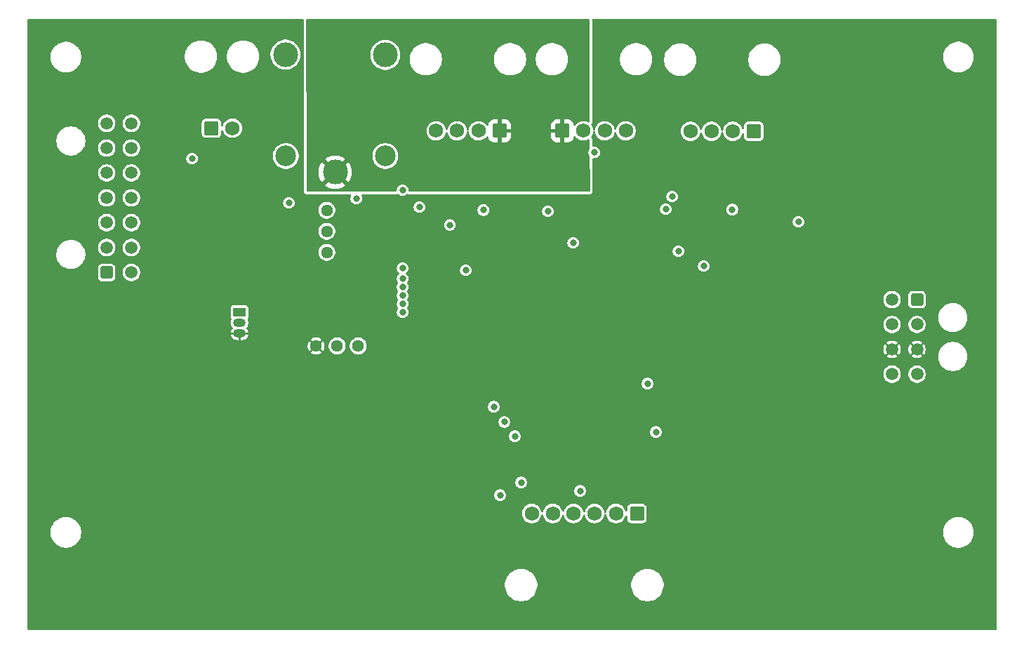
<source format=gbr>
%TF.GenerationSoftware,KiCad,Pcbnew,9.0.1*%
%TF.CreationDate,2025-06-09T14:31:37-07:00*%
%TF.ProjectId,chop-controller-heat-v2,63686f70-2d63-46f6-9e74-726f6c6c6572,rev?*%
%TF.SameCoordinates,Original*%
%TF.FileFunction,Copper,L2,Inr*%
%TF.FilePolarity,Positive*%
%FSLAX46Y46*%
G04 Gerber Fmt 4.6, Leading zero omitted, Abs format (unit mm)*
G04 Created by KiCad (PCBNEW 9.0.1) date 2025-06-09 14:31:37*
%MOMM*%
%LPD*%
G01*
G04 APERTURE LIST*
G04 Aperture macros list*
%AMRoundRect*
0 Rectangle with rounded corners*
0 $1 Rounding radius*
0 $2 $3 $4 $5 $6 $7 $8 $9 X,Y pos of 4 corners*
0 Add a 4 corners polygon primitive as box body*
4,1,4,$2,$3,$4,$5,$6,$7,$8,$9,$2,$3,0*
0 Add four circle primitives for the rounded corners*
1,1,$1+$1,$2,$3*
1,1,$1+$1,$4,$5*
1,1,$1+$1,$6,$7*
1,1,$1+$1,$8,$9*
0 Add four rect primitives between the rounded corners*
20,1,$1+$1,$2,$3,$4,$5,0*
20,1,$1+$1,$4,$5,$6,$7,0*
20,1,$1+$1,$6,$7,$8,$9,0*
20,1,$1+$1,$8,$9,$2,$3,0*%
G04 Aperture macros list end*
%TA.AperFunction,ComponentPad*%
%ADD10C,1.740000*%
%TD*%
%TA.AperFunction,ComponentPad*%
%ADD11RoundRect,0.250560X0.619440X0.619440X-0.619440X0.619440X-0.619440X-0.619440X0.619440X-0.619440X0*%
%TD*%
%TA.AperFunction,ComponentPad*%
%ADD12RoundRect,0.250560X-0.619440X-0.619440X0.619440X-0.619440X0.619440X0.619440X-0.619440X0.619440X0*%
%TD*%
%TA.AperFunction,ComponentPad*%
%ADD13C,1.500000*%
%TD*%
%TA.AperFunction,ComponentPad*%
%ADD14RoundRect,0.250001X0.499999X-0.499999X0.499999X0.499999X-0.499999X0.499999X-0.499999X-0.499999X0*%
%TD*%
%TA.AperFunction,ComponentPad*%
%ADD15RoundRect,0.250001X-0.499999X0.499999X-0.499999X-0.499999X0.499999X-0.499999X0.499999X0.499999X0*%
%TD*%
%TA.AperFunction,ComponentPad*%
%ADD16R,1.500000X1.050000*%
%TD*%
%TA.AperFunction,ComponentPad*%
%ADD17O,1.500000X1.050000*%
%TD*%
%TA.AperFunction,ComponentPad*%
%ADD18C,1.440000*%
%TD*%
%TA.AperFunction,ComponentPad*%
%ADD19C,3.000000*%
%TD*%
%TA.AperFunction,ComponentPad*%
%ADD20C,2.500000*%
%TD*%
%TA.AperFunction,ViaPad*%
%ADD21C,0.800000*%
%TD*%
G04 APERTURE END LIST*
D10*
%TO.N,/TC1+*%
%TO.C,J1*%
X134797638Y-62933323D03*
%TO.N,/TC1-*%
X137337638Y-62933323D03*
%TO.N,/MOSFET_HL1*%
X139907638Y-62933323D03*
D11*
%TO.N,/SAFETY_12V*%
X142447638Y-62933323D03*
%TD*%
D10*
%TO.N,/TC2+*%
%TO.C,J2*%
X157683638Y-62933323D03*
%TO.N,/TC2-*%
X155143638Y-62933323D03*
%TO.N,/MOSFET_HL2*%
X152573638Y-62933323D03*
D12*
%TO.N,/SAFETY_12V*%
X150033638Y-62933323D03*
%TD*%
D10*
%TO.N,/TC3+*%
%TO.C,J3*%
X165480888Y-62984073D03*
%TO.N,/TC3-*%
X168020888Y-62984073D03*
%TO.N,/MOSFET_HL3*%
X170590888Y-62984073D03*
D11*
%TO.N,+24V*%
X173130888Y-62984073D03*
%TD*%
D10*
%TO.N,/uPC_RTD++*%
%TO.C,J9*%
X146320400Y-109099000D03*
%TO.N,/uPC_RTD+*%
X148860400Y-109099000D03*
%TO.N,/uPC_RTD-*%
X151370400Y-109099000D03*
%TO.N,/uPC_RTD--*%
X153910400Y-109099000D03*
%TO.N,/MOSFET_uPC*%
X156480400Y-109099000D03*
D11*
%TO.N,+24V*%
X159020400Y-109099000D03*
%TD*%
D13*
%TO.N,/MISO_1*%
%TO.C,J11*%
X98046800Y-62012800D03*
%TO.N,/MOSI_1*%
X98046800Y-65012800D03*
%TO.N,/HL1_PWM_IN*%
X98046800Y-68012800D03*
%TO.N,/HL2_CS*%
X98046800Y-71012800D03*
%TO.N,/HL3_PWM_IN*%
X98046800Y-74012800D03*
%TO.N,/uPC_RTD_CS*%
X98046800Y-77012800D03*
%TO.N,/SAFETY_CS*%
X98046800Y-80012800D03*
%TO.N,/SCK_1*%
X95046800Y-62012800D03*
%TO.N,/HL1_CS*%
X95046800Y-65012800D03*
%TO.N,/HL2_PWM_IN*%
X95046800Y-68012800D03*
%TO.N,/HL3_CS*%
X95046800Y-71012800D03*
%TO.N,/uPC_PWM_IN*%
X95046800Y-74012800D03*
%TO.N,/uPC_RTD_DRDY*%
X95046800Y-77012800D03*
D14*
%TO.N,unconnected-(J11-Pin_1-Pad1)*%
X95046800Y-80012800D03*
%TD*%
D13*
%TO.N,GNDREF*%
%TO.C,J12*%
X189804000Y-92300000D03*
%TO.N,+3.3V*%
X189804000Y-89300000D03*
%TO.N,+12V*%
X189804000Y-86300000D03*
%TO.N,+24V*%
X189804000Y-83300000D03*
%TO.N,GNDREF*%
X192804000Y-92300000D03*
%TO.N,+3.3V*%
X192804000Y-89300000D03*
%TO.N,+12V*%
X192804000Y-86300000D03*
D15*
%TO.N,+24V*%
X192804000Y-83300000D03*
%TD*%
D10*
%TO.N,/Safet Cutoff/TC_SAFETY+*%
%TO.C,J13*%
X110235638Y-62609323D03*
D12*
%TO.N,/Safet Cutoff/TC_SAFETY-*%
X107695638Y-62609323D03*
%TD*%
D16*
%TO.N,Net-(U18-VO)*%
%TO.C,U18*%
X111082638Y-84823323D03*
D17*
%TO.N,GNDREF*%
X111082638Y-86093323D03*
%TO.N,+3.3V*%
X111082638Y-87363323D03*
%TD*%
D18*
%TO.N,Net-(U23-G1)*%
%TO.C,RV1*%
X121602638Y-77594323D03*
%TO.N,Net-(U19-+)*%
X121602638Y-75054323D03*
%TO.N,Net-(R52-Pad1)*%
X121602638Y-72514323D03*
%TD*%
%TO.N,+3.3V*%
%TO.C,RV2*%
X120322638Y-88887323D03*
%TO.N,/Safet Cutoff/V_CUTOFF*%
X122862638Y-88887323D03*
%TO.N,GNDREF*%
X125402638Y-88887323D03*
%TD*%
D19*
%TO.N,/SAFETY_12V*%
%TO.C,K1*%
X122618638Y-67923323D03*
D20*
%TO.N,Net-(D1-A)*%
X128668638Y-65973323D03*
D19*
%TO.N,Net-(K1-Pad3)*%
X128668638Y-53773323D03*
%TO.N,+12V*%
X116618638Y-53723323D03*
D20*
X116668638Y-65973323D03*
%TD*%
D21*
%TO.N,GNDREF*%
X163258638Y-70853323D03*
X117030638Y-71615323D03*
X152162400Y-106386000D03*
X167068638Y-79235323D03*
X140500238Y-72478923D03*
X145050400Y-105370000D03*
X178498638Y-73901323D03*
X142510400Y-106894000D03*
X161306400Y-99274000D03*
X125158638Y-71107323D03*
X170523038Y-72428123D03*
X138366638Y-79743323D03*
X105346638Y-66281323D03*
X160290400Y-93432000D03*
X148272638Y-72631323D03*
X130746638Y-70091323D03*
%TO.N,+3.3V*%
X113271438Y-74663323D03*
X145456800Y-89876000D03*
X131457838Y-73952123D03*
X152060800Y-101763200D03*
X164325438Y-65062123D03*
%TO.N,/HL1_PWM_IN*%
X130746638Y-80759323D03*
%TO.N,/HL2_PWM_IN*%
X130746638Y-81758826D03*
%TO.N,/HL3_PWM_IN*%
X130746638Y-84823323D03*
%TO.N,/HL3_CS*%
X130746638Y-83807323D03*
%TO.N,/HL2_CS*%
X130746638Y-82791323D03*
%TO.N,/HL1_CS*%
X130746638Y-79489323D03*
%TO.N,/MOSI_1*%
X143018400Y-98067500D03*
%TO.N,/MISO_1*%
X151320638Y-76441323D03*
X141748400Y-96226000D03*
X136461638Y-74282323D03*
X164020638Y-77457323D03*
%TO.N,/SCK_1*%
X153860638Y-65532000D03*
X132778638Y-72123323D03*
X162496638Y-72377323D03*
X144288400Y-99782000D03*
%TD*%
%TA.AperFunction,Conductor*%
%TO.N,+3.3V*%
G36*
X118754605Y-49435508D02*
G01*
X118800360Y-49488312D01*
X118811566Y-49539541D01*
X118820922Y-53656012D01*
X118820966Y-53675329D01*
X118841800Y-62841897D01*
X118841800Y-62841898D01*
X118841853Y-62865247D01*
X118848641Y-65851990D01*
X118848641Y-65851991D01*
X118848694Y-65875341D01*
X118849878Y-66396313D01*
X118853052Y-67792922D01*
X118853096Y-67812251D01*
X118856819Y-69450331D01*
X118858458Y-70171494D01*
X118858458Y-70171499D01*
X118865514Y-70236089D01*
X118865516Y-70236104D01*
X118876715Y-70287295D01*
X118876723Y-70287329D01*
X118887603Y-70325181D01*
X118944280Y-70422091D01*
X118944282Y-70422094D01*
X118990038Y-70474899D01*
X118990048Y-70474910D01*
X119034764Y-70517071D01*
X119034766Y-70517072D01*
X119034770Y-70517076D01*
X119134846Y-70567962D01*
X119201885Y-70587647D01*
X119287957Y-70600023D01*
X124424974Y-70600023D01*
X124492013Y-70619708D01*
X124537768Y-70672512D01*
X124547712Y-70741670D01*
X124539535Y-70771476D01*
X124537863Y-70775511D01*
X124537863Y-70775512D01*
X124531107Y-70791823D01*
X124485058Y-70902994D01*
X124485056Y-70903000D01*
X124458138Y-71038327D01*
X124458138Y-71038330D01*
X124458138Y-71176316D01*
X124458138Y-71176318D01*
X124458137Y-71176318D01*
X124485056Y-71311645D01*
X124485059Y-71311655D01*
X124537859Y-71439127D01*
X124537866Y-71439140D01*
X124614523Y-71553864D01*
X124614526Y-71553868D01*
X124712092Y-71651434D01*
X124712096Y-71651437D01*
X124826820Y-71728094D01*
X124826833Y-71728101D01*
X124948323Y-71778423D01*
X124954310Y-71780903D01*
X124954314Y-71780903D01*
X124954315Y-71780904D01*
X125089642Y-71807823D01*
X125089645Y-71807823D01*
X125227633Y-71807823D01*
X125318679Y-71789712D01*
X125362966Y-71780903D01*
X125490449Y-71728098D01*
X125605180Y-71651437D01*
X125702752Y-71553865D01*
X125779413Y-71439134D01*
X125832218Y-71311651D01*
X125857384Y-71185134D01*
X125859138Y-71176318D01*
X125859138Y-71038327D01*
X125836062Y-70922318D01*
X162558137Y-70922318D01*
X162585056Y-71057645D01*
X162585059Y-71057655D01*
X162637859Y-71185127D01*
X162637866Y-71185140D01*
X162714523Y-71299864D01*
X162714526Y-71299868D01*
X162812092Y-71397434D01*
X162812096Y-71397437D01*
X162926820Y-71474094D01*
X162926833Y-71474101D01*
X163014463Y-71510398D01*
X163054310Y-71526903D01*
X163054314Y-71526903D01*
X163054315Y-71526904D01*
X163189642Y-71553823D01*
X163189645Y-71553823D01*
X163327633Y-71553823D01*
X163432123Y-71533038D01*
X163462966Y-71526903D01*
X163590449Y-71474098D01*
X163705180Y-71397437D01*
X163802752Y-71299865D01*
X163879413Y-71185134D01*
X163932218Y-71057651D01*
X163941027Y-71013364D01*
X163959138Y-70922318D01*
X163959138Y-70784327D01*
X163932219Y-70649000D01*
X163932218Y-70648999D01*
X163932218Y-70648995D01*
X163904564Y-70582231D01*
X163879416Y-70521518D01*
X163879409Y-70521505D01*
X163802752Y-70406781D01*
X163802749Y-70406777D01*
X163705183Y-70309211D01*
X163705179Y-70309208D01*
X163590455Y-70232551D01*
X163590442Y-70232544D01*
X163462970Y-70179744D01*
X163462960Y-70179741D01*
X163327633Y-70152823D01*
X163327631Y-70152823D01*
X163189645Y-70152823D01*
X163189643Y-70152823D01*
X163054315Y-70179741D01*
X163054305Y-70179744D01*
X162926833Y-70232544D01*
X162926820Y-70232551D01*
X162812096Y-70309208D01*
X162812092Y-70309211D01*
X162714526Y-70406777D01*
X162714523Y-70406781D01*
X162637866Y-70521505D01*
X162637859Y-70521518D01*
X162585059Y-70648990D01*
X162585056Y-70649000D01*
X162558138Y-70784327D01*
X162558138Y-70784330D01*
X162558138Y-70922316D01*
X162558138Y-70922318D01*
X162558137Y-70922318D01*
X125836062Y-70922318D01*
X125832219Y-70903000D01*
X125832218Y-70902999D01*
X125832218Y-70902995D01*
X125779413Y-70775512D01*
X125779412Y-70775511D01*
X125777741Y-70771476D01*
X125770272Y-70702006D01*
X125801547Y-70639527D01*
X125861636Y-70603875D01*
X125892302Y-70600023D01*
X129922538Y-70600023D01*
X129922543Y-70600023D01*
X130002039Y-70589499D01*
X130064351Y-70572706D01*
X130070276Y-70570524D01*
X130110120Y-70555849D01*
X130115673Y-70553804D01*
X130115673Y-70553803D01*
X130116351Y-70553554D01*
X130186062Y-70548855D01*
X130246889Y-70582231D01*
X130300092Y-70635434D01*
X130300096Y-70635437D01*
X130414820Y-70712094D01*
X130414833Y-70712101D01*
X130486220Y-70741670D01*
X130542310Y-70764903D01*
X130542314Y-70764903D01*
X130542315Y-70764904D01*
X130677642Y-70791823D01*
X130677645Y-70791823D01*
X130815633Y-70791823D01*
X130906679Y-70773712D01*
X130950966Y-70764903D01*
X131078449Y-70712098D01*
X131193180Y-70635437D01*
X131254008Y-70574608D01*
X131258463Y-70570916D01*
X131285445Y-70559299D01*
X131311239Y-70545215D01*
X131317173Y-70545639D01*
X131322638Y-70543287D01*
X131351624Y-70548103D01*
X131380931Y-70550199D01*
X131391094Y-70554661D01*
X131391563Y-70554739D01*
X131391837Y-70554987D01*
X131393797Y-70555848D01*
X131417622Y-70567962D01*
X131484661Y-70587647D01*
X131570733Y-70600023D01*
X131570736Y-70600023D01*
X153228352Y-70600023D01*
X153228356Y-70600023D01*
X153293634Y-70592967D01*
X153345402Y-70581644D01*
X153383924Y-70570525D01*
X153480708Y-70513626D01*
X153533408Y-70467751D01*
X153575486Y-70422920D01*
X153626144Y-70322727D01*
X153645676Y-70255643D01*
X153657855Y-70169545D01*
X153657518Y-70021631D01*
X153655279Y-69036145D01*
X153655279Y-69036144D01*
X153649184Y-66355535D01*
X153668716Y-66288455D01*
X153721416Y-66242580D01*
X153785449Y-66233224D01*
X153785580Y-66231903D01*
X153791643Y-66232500D01*
X153791645Y-66232500D01*
X153929633Y-66232500D01*
X154020679Y-66214389D01*
X154064966Y-66205580D01*
X154192449Y-66152775D01*
X154307180Y-66076114D01*
X154404752Y-65978542D01*
X154481413Y-65863811D01*
X154534218Y-65736328D01*
X154549292Y-65660548D01*
X154561138Y-65600995D01*
X154561138Y-65463004D01*
X154534219Y-65327677D01*
X154534218Y-65327676D01*
X154534218Y-65327672D01*
X154526675Y-65309461D01*
X154481416Y-65200195D01*
X154481409Y-65200182D01*
X154404752Y-65085458D01*
X154404749Y-65085454D01*
X154307183Y-64987888D01*
X154307179Y-64987885D01*
X154192455Y-64911228D01*
X154192442Y-64911221D01*
X154064970Y-64858421D01*
X154064960Y-64858418D01*
X153929633Y-64831500D01*
X153929631Y-64831500D01*
X153791645Y-64831500D01*
X153791642Y-64831500D01*
X153785580Y-64832097D01*
X153785409Y-64830370D01*
X153724031Y-64824871D01*
X153668858Y-64782001D01*
X153645621Y-64716109D01*
X153645444Y-64709789D01*
X153643966Y-64058679D01*
X153639800Y-64009086D01*
X153633172Y-63969369D01*
X153633171Y-63969365D01*
X153633169Y-63969352D01*
X153628256Y-63945718D01*
X153623086Y-63934423D01*
X153581530Y-63843631D01*
X153581528Y-63843628D01*
X153541277Y-63786530D01*
X153541270Y-63786522D01*
X153529286Y-63772716D01*
X153500206Y-63709186D01*
X153510089Y-63640019D01*
X153522611Y-63618546D01*
X153574736Y-63546802D01*
X153574735Y-63546802D01*
X153574739Y-63546798D01*
X153658383Y-63382639D01*
X153715316Y-63207416D01*
X153736165Y-63075780D01*
X153766094Y-63012646D01*
X153825406Y-62975715D01*
X153895268Y-62976713D01*
X153953501Y-63015323D01*
X153981111Y-63075781D01*
X154001960Y-63207417D01*
X154058891Y-63382636D01*
X154119396Y-63501382D01*
X154142537Y-63546798D01*
X154250831Y-63695852D01*
X154381109Y-63826130D01*
X154530163Y-63934424D01*
X154664098Y-64002668D01*
X154694324Y-64018069D01*
X154755845Y-64038058D01*
X154869545Y-64075001D01*
X155051518Y-64103823D01*
X155051519Y-64103823D01*
X155235757Y-64103823D01*
X155235758Y-64103823D01*
X155417731Y-64075001D01*
X155592954Y-64018068D01*
X155757113Y-63934424D01*
X155906167Y-63826130D01*
X156036445Y-63695852D01*
X156144739Y-63546798D01*
X156228383Y-63382639D01*
X156285316Y-63207416D01*
X156291165Y-63170486D01*
X156321094Y-63107353D01*
X156380405Y-63070421D01*
X156450268Y-63071419D01*
X156508501Y-63110028D01*
X156536111Y-63170487D01*
X156541960Y-63207417D01*
X156598891Y-63382636D01*
X156659396Y-63501382D01*
X156682537Y-63546798D01*
X156790831Y-63695852D01*
X156921109Y-63826130D01*
X157070163Y-63934424D01*
X157204098Y-64002668D01*
X157234324Y-64018069D01*
X157295845Y-64038058D01*
X157409545Y-64075001D01*
X157591518Y-64103823D01*
X157591519Y-64103823D01*
X157775757Y-64103823D01*
X157775758Y-64103823D01*
X157957731Y-64075001D01*
X158132954Y-64018068D01*
X158297113Y-63934424D01*
X158446167Y-63826130D01*
X158576445Y-63695852D01*
X158684739Y-63546798D01*
X158768383Y-63382639D01*
X158825316Y-63207416D01*
X158854138Y-63025443D01*
X158854138Y-62891953D01*
X164310388Y-62891953D01*
X164310388Y-63076192D01*
X164339210Y-63258167D01*
X164396141Y-63433386D01*
X164453928Y-63546798D01*
X164479787Y-63597548D01*
X164588081Y-63746602D01*
X164718359Y-63876880D01*
X164867413Y-63985174D01*
X165011673Y-64058679D01*
X165031574Y-64068819D01*
X165091735Y-64088366D01*
X165206795Y-64125751D01*
X165388768Y-64154573D01*
X165388769Y-64154573D01*
X165573007Y-64154573D01*
X165573008Y-64154573D01*
X165754981Y-64125751D01*
X165930204Y-64068818D01*
X166094363Y-63985174D01*
X166243417Y-63876880D01*
X166373695Y-63746602D01*
X166481989Y-63597548D01*
X166565633Y-63433389D01*
X166622566Y-63258166D01*
X166628415Y-63221236D01*
X166658344Y-63158103D01*
X166717655Y-63121171D01*
X166787518Y-63122169D01*
X166845751Y-63160778D01*
X166873361Y-63221237D01*
X166879210Y-63258167D01*
X166936141Y-63433386D01*
X166993928Y-63546798D01*
X167019787Y-63597548D01*
X167128081Y-63746602D01*
X167258359Y-63876880D01*
X167407413Y-63985174D01*
X167551673Y-64058679D01*
X167571574Y-64068819D01*
X167631735Y-64088366D01*
X167746795Y-64125751D01*
X167928768Y-64154573D01*
X167928769Y-64154573D01*
X168113007Y-64154573D01*
X168113008Y-64154573D01*
X168294981Y-64125751D01*
X168470204Y-64068818D01*
X168634363Y-63985174D01*
X168783417Y-63876880D01*
X168913695Y-63746602D01*
X169021989Y-63597548D01*
X169105633Y-63433389D01*
X169162566Y-63258166D01*
X169183415Y-63126530D01*
X169213344Y-63063396D01*
X169272656Y-63026465D01*
X169342518Y-63027463D01*
X169400751Y-63066073D01*
X169428361Y-63126531D01*
X169449210Y-63258167D01*
X169506141Y-63433386D01*
X169563928Y-63546798D01*
X169589787Y-63597548D01*
X169698081Y-63746602D01*
X169828359Y-63876880D01*
X169977413Y-63985174D01*
X170121673Y-64058679D01*
X170141574Y-64068819D01*
X170201735Y-64088366D01*
X170316795Y-64125751D01*
X170498768Y-64154573D01*
X170498769Y-64154573D01*
X170683007Y-64154573D01*
X170683008Y-64154573D01*
X170864981Y-64125751D01*
X171040204Y-64068818D01*
X171204363Y-63985174D01*
X171353417Y-63876880D01*
X171483695Y-63746602D01*
X171591989Y-63597548D01*
X171675633Y-63433389D01*
X171695627Y-63371853D01*
X171718457Y-63301590D01*
X171757894Y-63243915D01*
X171822252Y-63216716D01*
X171891099Y-63228630D01*
X171942575Y-63275874D01*
X171960388Y-63339908D01*
X171960388Y-63646655D01*
X171971022Y-63735208D01*
X171971022Y-63735209D01*
X172026596Y-63876134D01*
X172027162Y-63876880D01*
X172118126Y-63996835D01*
X172238829Y-64088366D01*
X172379750Y-64143938D01*
X172468306Y-64154573D01*
X173793470Y-64154573D01*
X173882026Y-64143938D01*
X174022947Y-64088366D01*
X174143650Y-63996835D01*
X174235181Y-63876132D01*
X174290753Y-63735211D01*
X174301388Y-63646655D01*
X174301388Y-62321491D01*
X174290753Y-62232935D01*
X174235181Y-62092014D01*
X174234615Y-62091268D01*
X174208458Y-62056774D01*
X174143650Y-61971311D01*
X174035764Y-61889499D01*
X174022949Y-61879781D01*
X174022947Y-61879780D01*
X173928145Y-61842395D01*
X173882024Y-61824207D01*
X173793470Y-61813573D01*
X172468306Y-61813573D01*
X172379752Y-61824207D01*
X172379751Y-61824207D01*
X172238826Y-61879781D01*
X172118126Y-61971311D01*
X172026596Y-62092011D01*
X171971022Y-62232936D01*
X171971022Y-62232937D01*
X171960388Y-62321490D01*
X171960388Y-62628237D01*
X171940703Y-62695276D01*
X171887899Y-62741031D01*
X171818741Y-62750975D01*
X171755185Y-62721950D01*
X171718457Y-62666555D01*
X171675634Y-62534759D01*
X171662360Y-62508708D01*
X171591989Y-62370598D01*
X171483695Y-62221544D01*
X171353417Y-62091266D01*
X171204363Y-61982972D01*
X171152572Y-61956583D01*
X171040201Y-61899326D01*
X170864982Y-61842395D01*
X170750154Y-61824208D01*
X170683008Y-61813573D01*
X170498768Y-61813573D01*
X170438110Y-61823180D01*
X170316793Y-61842395D01*
X170141574Y-61899326D01*
X169977412Y-61982972D01*
X169898210Y-62040516D01*
X169828359Y-62091266D01*
X169828357Y-62091268D01*
X169828356Y-62091268D01*
X169698083Y-62221541D01*
X169698083Y-62221542D01*
X169698081Y-62221544D01*
X169674873Y-62253487D01*
X169589787Y-62370597D01*
X169506141Y-62534759D01*
X169449210Y-62709978D01*
X169428361Y-62841614D01*
X169398432Y-62904749D01*
X169339120Y-62941680D01*
X169269258Y-62940682D01*
X169211025Y-62902072D01*
X169183415Y-62841614D01*
X169181381Y-62828775D01*
X169162566Y-62709980D01*
X169120157Y-62579457D01*
X169105634Y-62534759D01*
X169092360Y-62508708D01*
X169021989Y-62370598D01*
X168913695Y-62221544D01*
X168783417Y-62091266D01*
X168634363Y-61982972D01*
X168582572Y-61956583D01*
X168470201Y-61899326D01*
X168294982Y-61842395D01*
X168180154Y-61824208D01*
X168113008Y-61813573D01*
X167928768Y-61813573D01*
X167868110Y-61823180D01*
X167746793Y-61842395D01*
X167571574Y-61899326D01*
X167407412Y-61982972D01*
X167328210Y-62040516D01*
X167258359Y-62091266D01*
X167258357Y-62091268D01*
X167258356Y-62091268D01*
X167128083Y-62221541D01*
X167128083Y-62221542D01*
X167128081Y-62221544D01*
X167104873Y-62253487D01*
X167019787Y-62370597D01*
X166936141Y-62534759D01*
X166879210Y-62709978D01*
X166873361Y-62746908D01*
X166843432Y-62810043D01*
X166784120Y-62846974D01*
X166714258Y-62845976D01*
X166656025Y-62807366D01*
X166628415Y-62746908D01*
X166627484Y-62741031D01*
X166622566Y-62709980D01*
X166580157Y-62579457D01*
X166565634Y-62534759D01*
X166552360Y-62508708D01*
X166481989Y-62370598D01*
X166373695Y-62221544D01*
X166243417Y-62091266D01*
X166094363Y-61982972D01*
X166042572Y-61956583D01*
X165930201Y-61899326D01*
X165754982Y-61842395D01*
X165640154Y-61824208D01*
X165573008Y-61813573D01*
X165388768Y-61813573D01*
X165328110Y-61823180D01*
X165206793Y-61842395D01*
X165031574Y-61899326D01*
X164867412Y-61982972D01*
X164788210Y-62040516D01*
X164718359Y-62091266D01*
X164718357Y-62091268D01*
X164718356Y-62091268D01*
X164588083Y-62221541D01*
X164588083Y-62221542D01*
X164588081Y-62221544D01*
X164564873Y-62253487D01*
X164479787Y-62370597D01*
X164396141Y-62534759D01*
X164339210Y-62709978D01*
X164310388Y-62891953D01*
X158854138Y-62891953D01*
X158854138Y-62841203D01*
X158825316Y-62659230D01*
X158768383Y-62484007D01*
X158684739Y-62319848D01*
X158576445Y-62170794D01*
X158446167Y-62040516D01*
X158297113Y-61932222D01*
X158252193Y-61909334D01*
X158132951Y-61848576D01*
X157957732Y-61791645D01*
X157866744Y-61777234D01*
X157775758Y-61762823D01*
X157591518Y-61762823D01*
X157530860Y-61772430D01*
X157409543Y-61791645D01*
X157234324Y-61848576D01*
X157070162Y-61932222D01*
X156985122Y-61994007D01*
X156921109Y-62040516D01*
X156921107Y-62040518D01*
X156921106Y-62040518D01*
X156790833Y-62170791D01*
X156790833Y-62170792D01*
X156790831Y-62170794D01*
X156744322Y-62234807D01*
X156682537Y-62319847D01*
X156598891Y-62484009D01*
X156541960Y-62659228D01*
X156536111Y-62696158D01*
X156506182Y-62759293D01*
X156446870Y-62796224D01*
X156377008Y-62795226D01*
X156318775Y-62756616D01*
X156291165Y-62696158D01*
X156288995Y-62682457D01*
X156285316Y-62659230D01*
X156228383Y-62484007D01*
X156144739Y-62319848D01*
X156036445Y-62170794D01*
X155906167Y-62040516D01*
X155757113Y-61932222D01*
X155712193Y-61909334D01*
X155592951Y-61848576D01*
X155417732Y-61791645D01*
X155326744Y-61777234D01*
X155235758Y-61762823D01*
X155051518Y-61762823D01*
X154990860Y-61772430D01*
X154869543Y-61791645D01*
X154694324Y-61848576D01*
X154530162Y-61932222D01*
X154445122Y-61994007D01*
X154381109Y-62040516D01*
X154381107Y-62040518D01*
X154381106Y-62040518D01*
X154250833Y-62170791D01*
X154250833Y-62170792D01*
X154250831Y-62170794D01*
X154204322Y-62234807D01*
X154142537Y-62319847D01*
X154058891Y-62484009D01*
X154001960Y-62659228D01*
X153981111Y-62790864D01*
X153951182Y-62853999D01*
X153891870Y-62890930D01*
X153822008Y-62889932D01*
X153763775Y-62851322D01*
X153736165Y-62790864D01*
X153715316Y-62659230D01*
X153658383Y-62484007D01*
X153574739Y-62319848D01*
X153519311Y-62243558D01*
X153495832Y-62177754D01*
X153511657Y-62109700D01*
X153529213Y-62085817D01*
X153556471Y-62056776D01*
X153607129Y-61956583D01*
X153626661Y-61889499D01*
X153638840Y-61803403D01*
X153621481Y-54165472D01*
X156973138Y-54165472D01*
X156973138Y-54421173D01*
X156986331Y-54521379D01*
X157006512Y-54674663D01*
X157072688Y-54921635D01*
X157072691Y-54921645D01*
X157170532Y-55157854D01*
X157170537Y-55157865D01*
X157298372Y-55379280D01*
X157298383Y-55379296D01*
X157454026Y-55582134D01*
X157454032Y-55582141D01*
X157634819Y-55762928D01*
X157634826Y-55762934D01*
X157709552Y-55820273D01*
X157837673Y-55918584D01*
X157837680Y-55918588D01*
X158059095Y-56046423D01*
X158059100Y-56046425D01*
X158059103Y-56046427D01*
X158295325Y-56144273D01*
X158542298Y-56210449D01*
X158795795Y-56243823D01*
X158795802Y-56243823D01*
X159051474Y-56243823D01*
X159051481Y-56243823D01*
X159304978Y-56210449D01*
X159551951Y-56144273D01*
X159788173Y-56046427D01*
X160009603Y-55918584D01*
X160212451Y-55762933D01*
X160393248Y-55582136D01*
X160548899Y-55379288D01*
X160676742Y-55157858D01*
X160774588Y-54921636D01*
X160840764Y-54674663D01*
X160874138Y-54421166D01*
X160874138Y-54216222D01*
X162290388Y-54216222D01*
X162290388Y-54471923D01*
X162309634Y-54618100D01*
X162323762Y-54725413D01*
X162376340Y-54921636D01*
X162389938Y-54972385D01*
X162389941Y-54972395D01*
X162487782Y-55208604D01*
X162487787Y-55208615D01*
X162615622Y-55430030D01*
X162615633Y-55430046D01*
X162771276Y-55632884D01*
X162771282Y-55632891D01*
X162952069Y-55813678D01*
X162952075Y-55813683D01*
X163154923Y-55969334D01*
X163154930Y-55969338D01*
X163376345Y-56097173D01*
X163376350Y-56097175D01*
X163376353Y-56097177D01*
X163612575Y-56195023D01*
X163859548Y-56261199D01*
X164113045Y-56294573D01*
X164113052Y-56294573D01*
X164368724Y-56294573D01*
X164368731Y-56294573D01*
X164622228Y-56261199D01*
X164869201Y-56195023D01*
X165105423Y-56097177D01*
X165326853Y-55969334D01*
X165529701Y-55813683D01*
X165710498Y-55632886D01*
X165866149Y-55430038D01*
X165993992Y-55208608D01*
X166091838Y-54972386D01*
X166158014Y-54725413D01*
X166191388Y-54471916D01*
X166191388Y-54216230D01*
X166191387Y-54216222D01*
X172450388Y-54216222D01*
X172450388Y-54471923D01*
X172469634Y-54618100D01*
X172483762Y-54725413D01*
X172536340Y-54921636D01*
X172549938Y-54972385D01*
X172549941Y-54972395D01*
X172647782Y-55208604D01*
X172647787Y-55208615D01*
X172775622Y-55430030D01*
X172775633Y-55430046D01*
X172931276Y-55632884D01*
X172931282Y-55632891D01*
X173112069Y-55813678D01*
X173112075Y-55813683D01*
X173314923Y-55969334D01*
X173314930Y-55969338D01*
X173536345Y-56097173D01*
X173536350Y-56097175D01*
X173536353Y-56097177D01*
X173772575Y-56195023D01*
X174019548Y-56261199D01*
X174273045Y-56294573D01*
X174273052Y-56294573D01*
X174528724Y-56294573D01*
X174528731Y-56294573D01*
X174782228Y-56261199D01*
X175029201Y-56195023D01*
X175265423Y-56097177D01*
X175486853Y-55969334D01*
X175689701Y-55813683D01*
X175870498Y-55632886D01*
X176026149Y-55430038D01*
X176153992Y-55208608D01*
X176251838Y-54972386D01*
X176318014Y-54725413D01*
X176351388Y-54471916D01*
X176351388Y-54216230D01*
X176318014Y-53962733D01*
X176301395Y-53900711D01*
X195943100Y-53900711D01*
X195943100Y-54143288D01*
X195974761Y-54383785D01*
X196037547Y-54618104D01*
X196130373Y-54842205D01*
X196130376Y-54842212D01*
X196251664Y-55052289D01*
X196251666Y-55052292D01*
X196251667Y-55052293D01*
X196399333Y-55244736D01*
X196399339Y-55244743D01*
X196570856Y-55416260D01*
X196570863Y-55416266D01*
X196600405Y-55438934D01*
X196763311Y-55563936D01*
X196973388Y-55685224D01*
X197197500Y-55778054D01*
X197431811Y-55840838D01*
X197612186Y-55864584D01*
X197672311Y-55872500D01*
X197672312Y-55872500D01*
X197914889Y-55872500D01*
X197962988Y-55866167D01*
X198155389Y-55840838D01*
X198389700Y-55778054D01*
X198613812Y-55685224D01*
X198823889Y-55563936D01*
X199016338Y-55416265D01*
X199187865Y-55244738D01*
X199335536Y-55052289D01*
X199456824Y-54842212D01*
X199549654Y-54618100D01*
X199612438Y-54383789D01*
X199644100Y-54143288D01*
X199644100Y-53900712D01*
X199612438Y-53660211D01*
X199549654Y-53425900D01*
X199456824Y-53201788D01*
X199335536Y-52991711D01*
X199206627Y-52823713D01*
X199187866Y-52799263D01*
X199187860Y-52799256D01*
X199016343Y-52627739D01*
X199016336Y-52627733D01*
X198823893Y-52480067D01*
X198823892Y-52480066D01*
X198823889Y-52480064D01*
X198643986Y-52376197D01*
X198613814Y-52358777D01*
X198613805Y-52358773D01*
X198389704Y-52265947D01*
X198272544Y-52234554D01*
X198155389Y-52203162D01*
X198155388Y-52203161D01*
X198155385Y-52203161D01*
X197914889Y-52171500D01*
X197914888Y-52171500D01*
X197672312Y-52171500D01*
X197672311Y-52171500D01*
X197431814Y-52203161D01*
X197197495Y-52265947D01*
X196973394Y-52358773D01*
X196973385Y-52358777D01*
X196763306Y-52480067D01*
X196570863Y-52627733D01*
X196570856Y-52627739D01*
X196399339Y-52799256D01*
X196399333Y-52799263D01*
X196251667Y-52991706D01*
X196251664Y-52991710D01*
X196251664Y-52991711D01*
X196244274Y-53004511D01*
X196130377Y-53201785D01*
X196130373Y-53201794D01*
X196037547Y-53425895D01*
X195974761Y-53660214D01*
X195943100Y-53900711D01*
X176301395Y-53900711D01*
X176251838Y-53715760D01*
X176153992Y-53479538D01*
X176153990Y-53479535D01*
X176153988Y-53479530D01*
X176026153Y-53258115D01*
X176026149Y-53258108D01*
X175870498Y-53055260D01*
X175870493Y-53055254D01*
X175689706Y-52874467D01*
X175689699Y-52874461D01*
X175486861Y-52718818D01*
X175486859Y-52718816D01*
X175486853Y-52718812D01*
X175486848Y-52718809D01*
X175486845Y-52718807D01*
X175265430Y-52590972D01*
X175265419Y-52590967D01*
X175029210Y-52493126D01*
X175029203Y-52493124D01*
X175029201Y-52493123D01*
X174782228Y-52426947D01*
X174725895Y-52419530D01*
X174528738Y-52393573D01*
X174528731Y-52393573D01*
X174273045Y-52393573D01*
X174273037Y-52393573D01*
X174047714Y-52423238D01*
X174019548Y-52426947D01*
X173821312Y-52480064D01*
X173772575Y-52493123D01*
X173772565Y-52493126D01*
X173536356Y-52590967D01*
X173536345Y-52590972D01*
X173314930Y-52718807D01*
X173314914Y-52718818D01*
X173112076Y-52874461D01*
X173112069Y-52874467D01*
X172931282Y-53055254D01*
X172931276Y-53055261D01*
X172775633Y-53258099D01*
X172775622Y-53258115D01*
X172647787Y-53479530D01*
X172647782Y-53479541D01*
X172549941Y-53715750D01*
X172549939Y-53715757D01*
X172549938Y-53715760D01*
X172497361Y-53911983D01*
X172483762Y-53962734D01*
X172450388Y-54216222D01*
X166191387Y-54216222D01*
X166158014Y-53962733D01*
X166091838Y-53715760D01*
X165993992Y-53479538D01*
X165993990Y-53479535D01*
X165993988Y-53479530D01*
X165866153Y-53258115D01*
X165866149Y-53258108D01*
X165710498Y-53055260D01*
X165710493Y-53055254D01*
X165529706Y-52874467D01*
X165529699Y-52874461D01*
X165326861Y-52718818D01*
X165326859Y-52718816D01*
X165326853Y-52718812D01*
X165326848Y-52718809D01*
X165326845Y-52718807D01*
X165105430Y-52590972D01*
X165105419Y-52590967D01*
X164869210Y-52493126D01*
X164869203Y-52493124D01*
X164869201Y-52493123D01*
X164622228Y-52426947D01*
X164565895Y-52419530D01*
X164368738Y-52393573D01*
X164368731Y-52393573D01*
X164113045Y-52393573D01*
X164113037Y-52393573D01*
X163887714Y-52423238D01*
X163859548Y-52426947D01*
X163661312Y-52480064D01*
X163612575Y-52493123D01*
X163612565Y-52493126D01*
X163376356Y-52590967D01*
X163376345Y-52590972D01*
X163154930Y-52718807D01*
X163154914Y-52718818D01*
X162952076Y-52874461D01*
X162952069Y-52874467D01*
X162771282Y-53055254D01*
X162771276Y-53055261D01*
X162615633Y-53258099D01*
X162615622Y-53258115D01*
X162487787Y-53479530D01*
X162487782Y-53479541D01*
X162389941Y-53715750D01*
X162389939Y-53715757D01*
X162389938Y-53715760D01*
X162337361Y-53911983D01*
X162323762Y-53962734D01*
X162290388Y-54216222D01*
X160874138Y-54216222D01*
X160874138Y-54165480D01*
X160840764Y-53911983D01*
X160774588Y-53665010D01*
X160772601Y-53660214D01*
X160738443Y-53577749D01*
X160676742Y-53428788D01*
X160676740Y-53428785D01*
X160676738Y-53428780D01*
X160548903Y-53207365D01*
X160548899Y-53207358D01*
X160499768Y-53143329D01*
X160393249Y-53004511D01*
X160393243Y-53004504D01*
X160212456Y-52823717D01*
X160212449Y-52823711D01*
X160009611Y-52668068D01*
X160009609Y-52668066D01*
X160009603Y-52668062D01*
X160009598Y-52668059D01*
X160009595Y-52668057D01*
X159788180Y-52540222D01*
X159788169Y-52540217D01*
X159551960Y-52442376D01*
X159551953Y-52442374D01*
X159551951Y-52442373D01*
X159304978Y-52376197D01*
X159248645Y-52368780D01*
X159051488Y-52342823D01*
X159051481Y-52342823D01*
X158795795Y-52342823D01*
X158795787Y-52342823D01*
X158570464Y-52372488D01*
X158542298Y-52376197D01*
X158477450Y-52393573D01*
X158295325Y-52442373D01*
X158295315Y-52442376D01*
X158059106Y-52540217D01*
X158059095Y-52540222D01*
X157837680Y-52668057D01*
X157837664Y-52668068D01*
X157634826Y-52823711D01*
X157634819Y-52823717D01*
X157454032Y-53004504D01*
X157454026Y-53004511D01*
X157298383Y-53207349D01*
X157298372Y-53207365D01*
X157170537Y-53428780D01*
X157170532Y-53428791D01*
X157072691Y-53665000D01*
X157072688Y-53665010D01*
X157009533Y-53900711D01*
X157006512Y-53911984D01*
X156973138Y-54165472D01*
X153621481Y-54165472D01*
X153610968Y-49540102D01*
X153630500Y-49473021D01*
X153683200Y-49427146D01*
X153734968Y-49415823D01*
X202258138Y-49415823D01*
X202325177Y-49435508D01*
X202370932Y-49488312D01*
X202382138Y-49539823D01*
X202382138Y-123070822D01*
X202362453Y-123137861D01*
X202309649Y-123183616D01*
X202258138Y-123194822D01*
X85651138Y-123194822D01*
X85584099Y-123175137D01*
X85538344Y-123122333D01*
X85527138Y-123070822D01*
X85527138Y-117611149D01*
X143099900Y-117611149D01*
X143099900Y-117866850D01*
X143125857Y-118064007D01*
X143133274Y-118120340D01*
X143199450Y-118367312D01*
X143199453Y-118367322D01*
X143297294Y-118603531D01*
X143297299Y-118603542D01*
X143425134Y-118824957D01*
X143425145Y-118824973D01*
X143580788Y-119027811D01*
X143580794Y-119027818D01*
X143761581Y-119208605D01*
X143761587Y-119208610D01*
X143964435Y-119364261D01*
X143964442Y-119364265D01*
X144185857Y-119492100D01*
X144185862Y-119492102D01*
X144185865Y-119492104D01*
X144422087Y-119589950D01*
X144669060Y-119656126D01*
X144922557Y-119689500D01*
X144922564Y-119689500D01*
X145178236Y-119689500D01*
X145178243Y-119689500D01*
X145431740Y-119656126D01*
X145678713Y-119589950D01*
X145914935Y-119492104D01*
X146136365Y-119364261D01*
X146339213Y-119208610D01*
X146520010Y-119027813D01*
X146675661Y-118824965D01*
X146803504Y-118603535D01*
X146901350Y-118367313D01*
X146967526Y-118120340D01*
X147000900Y-117866843D01*
X147000900Y-117611157D01*
X147000899Y-117611149D01*
X158339900Y-117611149D01*
X158339900Y-117866850D01*
X158365857Y-118064007D01*
X158373274Y-118120340D01*
X158439450Y-118367312D01*
X158439453Y-118367322D01*
X158537294Y-118603531D01*
X158537299Y-118603542D01*
X158665134Y-118824957D01*
X158665145Y-118824973D01*
X158820788Y-119027811D01*
X158820794Y-119027818D01*
X159001581Y-119208605D01*
X159001587Y-119208610D01*
X159204435Y-119364261D01*
X159204442Y-119364265D01*
X159425857Y-119492100D01*
X159425862Y-119492102D01*
X159425865Y-119492104D01*
X159662087Y-119589950D01*
X159909060Y-119656126D01*
X160162557Y-119689500D01*
X160162564Y-119689500D01*
X160418236Y-119689500D01*
X160418243Y-119689500D01*
X160671740Y-119656126D01*
X160918713Y-119589950D01*
X161154935Y-119492104D01*
X161376365Y-119364261D01*
X161579213Y-119208610D01*
X161760010Y-119027813D01*
X161915661Y-118824965D01*
X162043504Y-118603535D01*
X162141350Y-118367313D01*
X162207526Y-118120340D01*
X162240900Y-117866843D01*
X162240900Y-117611157D01*
X162207526Y-117357660D01*
X162141350Y-117110687D01*
X162043504Y-116874465D01*
X162043502Y-116874462D01*
X162043500Y-116874457D01*
X161915665Y-116653042D01*
X161915661Y-116653035D01*
X161760010Y-116450187D01*
X161760005Y-116450181D01*
X161579218Y-116269394D01*
X161579211Y-116269388D01*
X161376373Y-116113745D01*
X161376371Y-116113743D01*
X161376365Y-116113739D01*
X161376360Y-116113736D01*
X161376357Y-116113734D01*
X161154942Y-115985899D01*
X161154931Y-115985894D01*
X160918722Y-115888053D01*
X160918715Y-115888051D01*
X160918713Y-115888050D01*
X160671740Y-115821874D01*
X160615407Y-115814457D01*
X160418250Y-115788500D01*
X160418243Y-115788500D01*
X160162557Y-115788500D01*
X160162549Y-115788500D01*
X159937226Y-115818165D01*
X159909060Y-115821874D01*
X159662087Y-115888050D01*
X159662077Y-115888053D01*
X159425868Y-115985894D01*
X159425857Y-115985899D01*
X159204442Y-116113734D01*
X159204426Y-116113745D01*
X159001588Y-116269388D01*
X159001581Y-116269394D01*
X158820794Y-116450181D01*
X158820788Y-116450188D01*
X158665145Y-116653026D01*
X158665134Y-116653042D01*
X158537299Y-116874457D01*
X158537294Y-116874468D01*
X158439453Y-117110677D01*
X158439450Y-117110687D01*
X158373274Y-117357661D01*
X158339900Y-117611149D01*
X147000899Y-117611149D01*
X146967526Y-117357660D01*
X146901350Y-117110687D01*
X146803504Y-116874465D01*
X146803502Y-116874462D01*
X146803500Y-116874457D01*
X146675665Y-116653042D01*
X146675661Y-116653035D01*
X146520010Y-116450187D01*
X146520005Y-116450181D01*
X146339218Y-116269394D01*
X146339211Y-116269388D01*
X146136373Y-116113745D01*
X146136371Y-116113743D01*
X146136365Y-116113739D01*
X146136360Y-116113736D01*
X146136357Y-116113734D01*
X145914942Y-115985899D01*
X145914931Y-115985894D01*
X145678722Y-115888053D01*
X145678715Y-115888051D01*
X145678713Y-115888050D01*
X145431740Y-115821874D01*
X145375407Y-115814457D01*
X145178250Y-115788500D01*
X145178243Y-115788500D01*
X144922557Y-115788500D01*
X144922549Y-115788500D01*
X144697226Y-115818165D01*
X144669060Y-115821874D01*
X144422087Y-115888050D01*
X144422077Y-115888053D01*
X144185868Y-115985894D01*
X144185857Y-115985899D01*
X143964442Y-116113734D01*
X143964426Y-116113745D01*
X143761588Y-116269388D01*
X143761581Y-116269394D01*
X143580794Y-116450181D01*
X143580788Y-116450188D01*
X143425145Y-116653026D01*
X143425134Y-116653042D01*
X143297299Y-116874457D01*
X143297294Y-116874468D01*
X143199453Y-117110677D01*
X143199450Y-117110687D01*
X143133274Y-117357661D01*
X143099900Y-117611149D01*
X85527138Y-117611149D01*
X85527138Y-111265711D01*
X88290300Y-111265711D01*
X88290300Y-111508288D01*
X88321961Y-111748785D01*
X88384747Y-111983104D01*
X88477573Y-112207205D01*
X88477576Y-112207212D01*
X88598864Y-112417289D01*
X88598866Y-112417292D01*
X88598867Y-112417293D01*
X88746533Y-112609736D01*
X88746539Y-112609743D01*
X88918056Y-112781260D01*
X88918062Y-112781265D01*
X89110511Y-112928936D01*
X89320588Y-113050224D01*
X89544700Y-113143054D01*
X89779011Y-113205838D01*
X89959386Y-113229584D01*
X90019511Y-113237500D01*
X90019512Y-113237500D01*
X90262089Y-113237500D01*
X90310188Y-113231167D01*
X90502589Y-113205838D01*
X90736900Y-113143054D01*
X90961012Y-113050224D01*
X91171089Y-112928936D01*
X91363538Y-112781265D01*
X91535065Y-112609738D01*
X91682736Y-112417289D01*
X91804024Y-112207212D01*
X91896854Y-111983100D01*
X91959638Y-111748789D01*
X91991300Y-111508288D01*
X91991300Y-111265712D01*
X91991300Y-111265711D01*
X195943100Y-111265711D01*
X195943100Y-111508288D01*
X195974761Y-111748785D01*
X196037547Y-111983104D01*
X196130373Y-112207205D01*
X196130376Y-112207212D01*
X196251664Y-112417289D01*
X196251666Y-112417292D01*
X196251667Y-112417293D01*
X196399333Y-112609736D01*
X196399339Y-112609743D01*
X196570856Y-112781260D01*
X196570862Y-112781265D01*
X196763311Y-112928936D01*
X196973388Y-113050224D01*
X197197500Y-113143054D01*
X197431811Y-113205838D01*
X197612186Y-113229584D01*
X197672311Y-113237500D01*
X197672312Y-113237500D01*
X197914889Y-113237500D01*
X197962988Y-113231167D01*
X198155389Y-113205838D01*
X198389700Y-113143054D01*
X198613812Y-113050224D01*
X198823889Y-112928936D01*
X199016338Y-112781265D01*
X199187865Y-112609738D01*
X199335536Y-112417289D01*
X199456824Y-112207212D01*
X199549654Y-111983100D01*
X199612438Y-111748789D01*
X199644100Y-111508288D01*
X199644100Y-111265712D01*
X199612438Y-111025211D01*
X199549654Y-110790900D01*
X199456824Y-110566788D01*
X199335536Y-110356711D01*
X199246500Y-110240677D01*
X199187866Y-110164263D01*
X199187860Y-110164256D01*
X199016343Y-109992739D01*
X199016336Y-109992733D01*
X198823893Y-109845067D01*
X198823892Y-109845066D01*
X198823889Y-109845064D01*
X198613812Y-109723776D01*
X198586529Y-109712475D01*
X198389704Y-109630947D01*
X198155385Y-109568161D01*
X197914889Y-109536500D01*
X197914888Y-109536500D01*
X197672312Y-109536500D01*
X197672311Y-109536500D01*
X197431814Y-109568161D01*
X197197495Y-109630947D01*
X196973394Y-109723773D01*
X196973385Y-109723777D01*
X196763306Y-109845067D01*
X196570863Y-109992733D01*
X196570856Y-109992739D01*
X196399339Y-110164256D01*
X196399333Y-110164263D01*
X196251667Y-110356706D01*
X196130377Y-110566785D01*
X196130373Y-110566794D01*
X196037547Y-110790895D01*
X195974761Y-111025214D01*
X195943100Y-111265711D01*
X91991300Y-111265711D01*
X91959638Y-111025211D01*
X91896854Y-110790900D01*
X91804024Y-110566788D01*
X91682736Y-110356711D01*
X91593700Y-110240677D01*
X91535066Y-110164263D01*
X91535060Y-110164256D01*
X91363543Y-109992739D01*
X91363536Y-109992733D01*
X91171093Y-109845067D01*
X91171092Y-109845066D01*
X91171089Y-109845064D01*
X90961012Y-109723776D01*
X90933729Y-109712475D01*
X90736904Y-109630947D01*
X90502585Y-109568161D01*
X90262089Y-109536500D01*
X90262088Y-109536500D01*
X90019512Y-109536500D01*
X90019511Y-109536500D01*
X89779014Y-109568161D01*
X89544695Y-109630947D01*
X89320594Y-109723773D01*
X89320585Y-109723777D01*
X89110506Y-109845067D01*
X88918063Y-109992733D01*
X88918056Y-109992739D01*
X88746539Y-110164256D01*
X88746533Y-110164263D01*
X88598867Y-110356706D01*
X88477577Y-110566785D01*
X88477573Y-110566794D01*
X88384747Y-110790895D01*
X88321961Y-111025214D01*
X88290300Y-111265711D01*
X85527138Y-111265711D01*
X85527138Y-109006880D01*
X145149900Y-109006880D01*
X145149900Y-109191119D01*
X145178722Y-109373094D01*
X145235653Y-109548313D01*
X145245767Y-109568162D01*
X145319299Y-109712475D01*
X145427593Y-109861529D01*
X145557871Y-109991807D01*
X145706925Y-110100101D01*
X145832835Y-110164256D01*
X145871086Y-110183746D01*
X145931247Y-110203293D01*
X146046307Y-110240678D01*
X146228280Y-110269500D01*
X146228281Y-110269500D01*
X146412519Y-110269500D01*
X146412520Y-110269500D01*
X146594493Y-110240678D01*
X146769716Y-110183745D01*
X146933875Y-110100101D01*
X147082929Y-109991807D01*
X147213207Y-109861529D01*
X147321501Y-109712475D01*
X147405145Y-109548316D01*
X147462078Y-109373093D01*
X147467927Y-109336163D01*
X147497856Y-109273030D01*
X147557167Y-109236098D01*
X147627030Y-109237096D01*
X147685263Y-109275705D01*
X147712873Y-109336164D01*
X147718722Y-109373094D01*
X147775653Y-109548313D01*
X147785767Y-109568162D01*
X147859299Y-109712475D01*
X147967593Y-109861529D01*
X148097871Y-109991807D01*
X148246925Y-110100101D01*
X148372835Y-110164256D01*
X148411086Y-110183746D01*
X148471247Y-110203293D01*
X148586307Y-110240678D01*
X148768280Y-110269500D01*
X148768281Y-110269500D01*
X148952519Y-110269500D01*
X148952520Y-110269500D01*
X149134493Y-110240678D01*
X149309716Y-110183745D01*
X149473875Y-110100101D01*
X149622929Y-109991807D01*
X149753207Y-109861529D01*
X149861501Y-109712475D01*
X149945145Y-109548316D01*
X149987969Y-109416517D01*
X149997469Y-109387279D01*
X150036906Y-109329604D01*
X150101265Y-109302405D01*
X150170111Y-109314319D01*
X150221587Y-109361563D01*
X150233331Y-109387279D01*
X150285653Y-109548313D01*
X150295767Y-109568162D01*
X150369299Y-109712475D01*
X150477593Y-109861529D01*
X150607871Y-109991807D01*
X150756925Y-110100101D01*
X150882835Y-110164256D01*
X150921086Y-110183746D01*
X150981247Y-110203293D01*
X151096307Y-110240678D01*
X151278280Y-110269500D01*
X151278281Y-110269500D01*
X151462519Y-110269500D01*
X151462520Y-110269500D01*
X151644493Y-110240678D01*
X151819716Y-110183745D01*
X151983875Y-110100101D01*
X152132929Y-109991807D01*
X152263207Y-109861529D01*
X152371501Y-109712475D01*
X152455145Y-109548316D01*
X152512078Y-109373093D01*
X152517927Y-109336163D01*
X152547856Y-109273030D01*
X152607167Y-109236098D01*
X152677030Y-109237096D01*
X152735263Y-109275705D01*
X152762873Y-109336164D01*
X152768722Y-109373094D01*
X152825653Y-109548313D01*
X152835767Y-109568162D01*
X152909299Y-109712475D01*
X153017593Y-109861529D01*
X153147871Y-109991807D01*
X153296925Y-110100101D01*
X153422835Y-110164256D01*
X153461086Y-110183746D01*
X153521247Y-110203293D01*
X153636307Y-110240678D01*
X153818280Y-110269500D01*
X153818281Y-110269500D01*
X154002519Y-110269500D01*
X154002520Y-110269500D01*
X154184493Y-110240678D01*
X154359716Y-110183745D01*
X154523875Y-110100101D01*
X154672929Y-109991807D01*
X154803207Y-109861529D01*
X154911501Y-109712475D01*
X154995145Y-109548316D01*
X155052078Y-109373093D01*
X155072927Y-109241457D01*
X155102856Y-109178323D01*
X155162168Y-109141392D01*
X155232030Y-109142390D01*
X155290263Y-109181000D01*
X155317873Y-109241458D01*
X155338722Y-109373094D01*
X155395653Y-109548313D01*
X155405767Y-109568162D01*
X155479299Y-109712475D01*
X155587593Y-109861529D01*
X155717871Y-109991807D01*
X155866925Y-110100101D01*
X155992835Y-110164256D01*
X156031086Y-110183746D01*
X156091247Y-110203293D01*
X156206307Y-110240678D01*
X156388280Y-110269500D01*
X156388281Y-110269500D01*
X156572519Y-110269500D01*
X156572520Y-110269500D01*
X156754493Y-110240678D01*
X156929716Y-110183745D01*
X157093875Y-110100101D01*
X157242929Y-109991807D01*
X157373207Y-109861529D01*
X157481501Y-109712475D01*
X157565145Y-109548316D01*
X157607969Y-109416517D01*
X157647406Y-109358842D01*
X157711764Y-109331643D01*
X157780611Y-109343557D01*
X157832087Y-109390801D01*
X157849900Y-109454835D01*
X157849900Y-109761582D01*
X157860534Y-109850135D01*
X157860534Y-109850136D01*
X157916108Y-109991061D01*
X157953197Y-110039970D01*
X158007638Y-110111762D01*
X158128341Y-110203293D01*
X158269262Y-110258865D01*
X158357818Y-110269500D01*
X159682982Y-110269500D01*
X159771538Y-110258865D01*
X159912459Y-110203293D01*
X160033162Y-110111762D01*
X160124693Y-109991059D01*
X160180265Y-109850138D01*
X160190900Y-109761582D01*
X160190900Y-108436418D01*
X160180265Y-108347862D01*
X160124693Y-108206941D01*
X160124127Y-108206195D01*
X160104952Y-108180908D01*
X160033162Y-108086238D01*
X159938235Y-108014253D01*
X159912461Y-107994708D01*
X159912459Y-107994707D01*
X159817657Y-107957322D01*
X159771536Y-107939134D01*
X159682982Y-107928500D01*
X158357818Y-107928500D01*
X158269264Y-107939134D01*
X158269263Y-107939134D01*
X158128338Y-107994708D01*
X158007638Y-108086238D01*
X157916108Y-108206938D01*
X157860534Y-108347863D01*
X157860534Y-108347864D01*
X157849900Y-108436417D01*
X157849900Y-108743164D01*
X157830215Y-108810203D01*
X157777411Y-108855958D01*
X157708253Y-108865902D01*
X157644697Y-108836877D01*
X157607969Y-108781482D01*
X157565146Y-108649686D01*
X157481500Y-108485524D01*
X157373207Y-108336471D01*
X157242929Y-108206193D01*
X157093875Y-108097899D01*
X157070989Y-108086238D01*
X156929713Y-108014253D01*
X156754494Y-107957322D01*
X156639666Y-107939135D01*
X156572520Y-107928500D01*
X156388280Y-107928500D01*
X156327622Y-107938107D01*
X156206305Y-107957322D01*
X156031086Y-108014253D01*
X155866924Y-108097899D01*
X155781884Y-108159684D01*
X155717871Y-108206193D01*
X155717869Y-108206195D01*
X155717868Y-108206195D01*
X155587595Y-108336468D01*
X155587595Y-108336469D01*
X155587593Y-108336471D01*
X155579316Y-108347864D01*
X155479299Y-108485524D01*
X155395653Y-108649686D01*
X155338722Y-108824905D01*
X155317873Y-108956541D01*
X155287944Y-109019676D01*
X155228632Y-109056607D01*
X155158770Y-109055609D01*
X155100537Y-109016999D01*
X155072927Y-108956541D01*
X155052078Y-108824907D01*
X154995145Y-108649684D01*
X154911501Y-108485525D01*
X154803207Y-108336471D01*
X154672929Y-108206193D01*
X154523875Y-108097899D01*
X154500989Y-108086238D01*
X154359713Y-108014253D01*
X154184494Y-107957322D01*
X154069666Y-107939135D01*
X154002520Y-107928500D01*
X153818280Y-107928500D01*
X153757622Y-107938107D01*
X153636305Y-107957322D01*
X153461086Y-108014253D01*
X153296924Y-108097899D01*
X153211884Y-108159684D01*
X153147871Y-108206193D01*
X153147869Y-108206195D01*
X153147868Y-108206195D01*
X153017595Y-108336468D01*
X153017595Y-108336469D01*
X153017593Y-108336471D01*
X153009316Y-108347864D01*
X152909299Y-108485524D01*
X152825653Y-108649686D01*
X152768722Y-108824905D01*
X152762873Y-108861835D01*
X152732944Y-108924970D01*
X152673632Y-108961901D01*
X152603770Y-108960903D01*
X152545537Y-108922293D01*
X152517927Y-108861835D01*
X152516996Y-108855958D01*
X152512078Y-108824907D01*
X152455145Y-108649684D01*
X152371501Y-108485525D01*
X152263207Y-108336471D01*
X152132929Y-108206193D01*
X151983875Y-108097899D01*
X151960989Y-108086238D01*
X151819713Y-108014253D01*
X151644494Y-107957322D01*
X151529666Y-107939135D01*
X151462520Y-107928500D01*
X151278280Y-107928500D01*
X151217622Y-107938107D01*
X151096305Y-107957322D01*
X150921086Y-108014253D01*
X150756924Y-108097899D01*
X150671884Y-108159684D01*
X150607871Y-108206193D01*
X150607869Y-108206195D01*
X150607868Y-108206195D01*
X150477595Y-108336468D01*
X150477595Y-108336469D01*
X150477593Y-108336471D01*
X150469316Y-108347864D01*
X150369299Y-108485524D01*
X150285653Y-108649686D01*
X150233331Y-108810720D01*
X150193894Y-108868395D01*
X150129535Y-108895594D01*
X150060689Y-108883680D01*
X150009213Y-108836436D01*
X149997469Y-108810720D01*
X149945146Y-108649686D01*
X149861500Y-108485524D01*
X149753207Y-108336471D01*
X149622929Y-108206193D01*
X149473875Y-108097899D01*
X149450989Y-108086238D01*
X149309713Y-108014253D01*
X149134494Y-107957322D01*
X149019666Y-107939135D01*
X148952520Y-107928500D01*
X148768280Y-107928500D01*
X148707622Y-107938107D01*
X148586305Y-107957322D01*
X148411086Y-108014253D01*
X148246924Y-108097899D01*
X148161884Y-108159684D01*
X148097871Y-108206193D01*
X148097869Y-108206195D01*
X148097868Y-108206195D01*
X147967595Y-108336468D01*
X147967595Y-108336469D01*
X147967593Y-108336471D01*
X147959316Y-108347864D01*
X147859299Y-108485524D01*
X147775653Y-108649686D01*
X147718722Y-108824905D01*
X147712873Y-108861835D01*
X147682944Y-108924970D01*
X147623632Y-108961901D01*
X147553770Y-108960903D01*
X147495537Y-108922293D01*
X147467927Y-108861835D01*
X147466996Y-108855958D01*
X147462078Y-108824907D01*
X147405145Y-108649684D01*
X147321501Y-108485525D01*
X147213207Y-108336471D01*
X147082929Y-108206193D01*
X146933875Y-108097899D01*
X146910989Y-108086238D01*
X146769713Y-108014253D01*
X146594494Y-107957322D01*
X146479666Y-107939135D01*
X146412520Y-107928500D01*
X146228280Y-107928500D01*
X146167622Y-107938107D01*
X146046305Y-107957322D01*
X145871086Y-108014253D01*
X145706924Y-108097899D01*
X145621884Y-108159684D01*
X145557871Y-108206193D01*
X145557869Y-108206195D01*
X145557868Y-108206195D01*
X145427595Y-108336468D01*
X145427595Y-108336469D01*
X145427593Y-108336471D01*
X145419316Y-108347864D01*
X145319299Y-108485524D01*
X145235653Y-108649686D01*
X145178722Y-108824905D01*
X145149900Y-109006880D01*
X85527138Y-109006880D01*
X85527138Y-106962995D01*
X141809899Y-106962995D01*
X141836818Y-107098322D01*
X141836821Y-107098332D01*
X141889621Y-107225804D01*
X141889628Y-107225817D01*
X141966285Y-107340541D01*
X141966288Y-107340545D01*
X142063854Y-107438111D01*
X142063858Y-107438114D01*
X142178582Y-107514771D01*
X142178595Y-107514778D01*
X142306067Y-107567578D01*
X142306072Y-107567580D01*
X142306076Y-107567580D01*
X142306077Y-107567581D01*
X142441404Y-107594500D01*
X142441407Y-107594500D01*
X142579395Y-107594500D01*
X142670441Y-107576389D01*
X142714728Y-107567580D01*
X142842211Y-107514775D01*
X142956942Y-107438114D01*
X143054514Y-107340542D01*
X143131175Y-107225811D01*
X143183980Y-107098328D01*
X143210900Y-106962993D01*
X143210900Y-106825007D01*
X143210900Y-106825004D01*
X143183981Y-106689677D01*
X143183980Y-106689676D01*
X143183980Y-106689672D01*
X143183978Y-106689667D01*
X143131178Y-106562195D01*
X143131171Y-106562182D01*
X143059550Y-106454995D01*
X151461899Y-106454995D01*
X151488818Y-106590322D01*
X151488821Y-106590332D01*
X151541621Y-106717804D01*
X151541628Y-106717817D01*
X151618285Y-106832541D01*
X151618288Y-106832545D01*
X151715854Y-106930111D01*
X151715858Y-106930114D01*
X151830582Y-107006771D01*
X151830595Y-107006778D01*
X151958067Y-107059578D01*
X151958072Y-107059580D01*
X151958076Y-107059580D01*
X151958077Y-107059581D01*
X152093404Y-107086500D01*
X152093407Y-107086500D01*
X152231395Y-107086500D01*
X152322441Y-107068389D01*
X152366728Y-107059580D01*
X152494211Y-107006775D01*
X152608942Y-106930114D01*
X152706514Y-106832542D01*
X152783175Y-106717811D01*
X152835980Y-106590328D01*
X152862900Y-106454993D01*
X152862900Y-106317007D01*
X152862900Y-106317004D01*
X152835981Y-106181677D01*
X152835980Y-106181676D01*
X152835980Y-106181672D01*
X152835978Y-106181667D01*
X152783178Y-106054195D01*
X152783171Y-106054182D01*
X152706514Y-105939458D01*
X152706511Y-105939454D01*
X152608945Y-105841888D01*
X152608941Y-105841885D01*
X152494217Y-105765228D01*
X152494204Y-105765221D01*
X152366732Y-105712421D01*
X152366722Y-105712418D01*
X152231395Y-105685500D01*
X152231393Y-105685500D01*
X152093407Y-105685500D01*
X152093405Y-105685500D01*
X151958077Y-105712418D01*
X151958067Y-105712421D01*
X151830595Y-105765221D01*
X151830582Y-105765228D01*
X151715858Y-105841885D01*
X151715854Y-105841888D01*
X151618288Y-105939454D01*
X151618285Y-105939458D01*
X151541628Y-106054182D01*
X151541621Y-106054195D01*
X151488821Y-106181667D01*
X151488818Y-106181677D01*
X151461900Y-106317004D01*
X151461900Y-106317007D01*
X151461900Y-106454993D01*
X151461900Y-106454995D01*
X151461899Y-106454995D01*
X143059550Y-106454995D01*
X143054514Y-106447458D01*
X143054511Y-106447454D01*
X142956945Y-106349888D01*
X142956941Y-106349885D01*
X142842217Y-106273228D01*
X142842204Y-106273221D01*
X142714732Y-106220421D01*
X142714722Y-106220418D01*
X142579395Y-106193500D01*
X142579393Y-106193500D01*
X142441407Y-106193500D01*
X142441405Y-106193500D01*
X142306077Y-106220418D01*
X142306067Y-106220421D01*
X142178595Y-106273221D01*
X142178582Y-106273228D01*
X142063858Y-106349885D01*
X142063854Y-106349888D01*
X141966288Y-106447454D01*
X141966285Y-106447458D01*
X141889628Y-106562182D01*
X141889621Y-106562195D01*
X141836821Y-106689667D01*
X141836818Y-106689677D01*
X141809900Y-106825004D01*
X141809900Y-106825007D01*
X141809900Y-106962993D01*
X141809900Y-106962995D01*
X141809899Y-106962995D01*
X85527138Y-106962995D01*
X85527138Y-105438995D01*
X144349899Y-105438995D01*
X144376818Y-105574322D01*
X144376821Y-105574332D01*
X144429621Y-105701804D01*
X144429628Y-105701817D01*
X144506285Y-105816541D01*
X144506288Y-105816545D01*
X144603854Y-105914111D01*
X144603858Y-105914114D01*
X144718582Y-105990771D01*
X144718595Y-105990778D01*
X144846067Y-106043578D01*
X144846072Y-106043580D01*
X144846076Y-106043580D01*
X144846077Y-106043581D01*
X144981404Y-106070500D01*
X144981407Y-106070500D01*
X145119395Y-106070500D01*
X145210441Y-106052389D01*
X145254728Y-106043580D01*
X145382211Y-105990775D01*
X145496942Y-105914114D01*
X145594514Y-105816542D01*
X145671175Y-105701811D01*
X145723980Y-105574328D01*
X145750900Y-105438993D01*
X145750900Y-105301007D01*
X145750900Y-105301004D01*
X145723981Y-105165677D01*
X145723980Y-105165676D01*
X145723980Y-105165672D01*
X145723978Y-105165667D01*
X145671178Y-105038195D01*
X145671171Y-105038182D01*
X145594514Y-104923458D01*
X145594511Y-104923454D01*
X145496945Y-104825888D01*
X145496941Y-104825885D01*
X145382217Y-104749228D01*
X145382204Y-104749221D01*
X145254732Y-104696421D01*
X145254722Y-104696418D01*
X145119395Y-104669500D01*
X145119393Y-104669500D01*
X144981407Y-104669500D01*
X144981405Y-104669500D01*
X144846077Y-104696418D01*
X144846067Y-104696421D01*
X144718595Y-104749221D01*
X144718582Y-104749228D01*
X144603858Y-104825885D01*
X144603854Y-104825888D01*
X144506288Y-104923454D01*
X144506285Y-104923458D01*
X144429628Y-105038182D01*
X144429621Y-105038195D01*
X144376821Y-105165667D01*
X144376818Y-105165677D01*
X144349900Y-105301004D01*
X144349900Y-105301007D01*
X144349900Y-105438993D01*
X144349900Y-105438995D01*
X144349899Y-105438995D01*
X85527138Y-105438995D01*
X85527138Y-99850995D01*
X143587899Y-99850995D01*
X143614818Y-99986322D01*
X143614821Y-99986332D01*
X143667621Y-100113804D01*
X143667628Y-100113817D01*
X143744285Y-100228541D01*
X143744288Y-100228545D01*
X143841854Y-100326111D01*
X143841858Y-100326114D01*
X143956582Y-100402771D01*
X143956595Y-100402778D01*
X144084067Y-100455578D01*
X144084072Y-100455580D01*
X144084076Y-100455580D01*
X144084077Y-100455581D01*
X144219404Y-100482500D01*
X144219407Y-100482500D01*
X144357395Y-100482500D01*
X144448441Y-100464389D01*
X144492728Y-100455580D01*
X144620211Y-100402775D01*
X144734942Y-100326114D01*
X144832514Y-100228542D01*
X144909175Y-100113811D01*
X144961980Y-99986328D01*
X144988900Y-99850993D01*
X144988900Y-99713007D01*
X144988900Y-99713004D01*
X144961981Y-99577677D01*
X144961980Y-99577676D01*
X144961980Y-99577672D01*
X144961978Y-99577667D01*
X144909178Y-99450195D01*
X144909171Y-99450182D01*
X144837550Y-99342995D01*
X160605899Y-99342995D01*
X160632818Y-99478322D01*
X160632821Y-99478332D01*
X160685621Y-99605804D01*
X160685628Y-99605817D01*
X160762285Y-99720541D01*
X160762288Y-99720545D01*
X160859854Y-99818111D01*
X160859858Y-99818114D01*
X160974582Y-99894771D01*
X160974595Y-99894778D01*
X161102067Y-99947578D01*
X161102072Y-99947580D01*
X161102076Y-99947580D01*
X161102077Y-99947581D01*
X161237404Y-99974500D01*
X161237407Y-99974500D01*
X161375395Y-99974500D01*
X161466441Y-99956389D01*
X161510728Y-99947580D01*
X161638211Y-99894775D01*
X161752942Y-99818114D01*
X161850514Y-99720542D01*
X161927175Y-99605811D01*
X161979980Y-99478328D01*
X162006900Y-99342993D01*
X162006900Y-99205007D01*
X162006900Y-99205004D01*
X161979981Y-99069677D01*
X161979980Y-99069676D01*
X161979980Y-99069672D01*
X161979978Y-99069667D01*
X161927178Y-98942195D01*
X161927171Y-98942182D01*
X161850514Y-98827458D01*
X161850511Y-98827454D01*
X161752945Y-98729888D01*
X161752941Y-98729885D01*
X161638217Y-98653228D01*
X161638204Y-98653221D01*
X161510732Y-98600421D01*
X161510722Y-98600418D01*
X161375395Y-98573500D01*
X161375393Y-98573500D01*
X161237407Y-98573500D01*
X161237405Y-98573500D01*
X161102077Y-98600418D01*
X161102067Y-98600421D01*
X160974595Y-98653221D01*
X160974582Y-98653228D01*
X160859858Y-98729885D01*
X160859854Y-98729888D01*
X160762288Y-98827454D01*
X160762285Y-98827458D01*
X160685628Y-98942182D01*
X160685621Y-98942195D01*
X160632821Y-99069667D01*
X160632818Y-99069677D01*
X160605900Y-99205004D01*
X160605900Y-99205007D01*
X160605900Y-99342993D01*
X160605900Y-99342995D01*
X160605899Y-99342995D01*
X144837550Y-99342995D01*
X144832514Y-99335458D01*
X144832511Y-99335454D01*
X144734945Y-99237888D01*
X144734941Y-99237885D01*
X144620217Y-99161228D01*
X144620204Y-99161221D01*
X144492732Y-99108421D01*
X144492722Y-99108418D01*
X144357395Y-99081500D01*
X144357393Y-99081500D01*
X144219407Y-99081500D01*
X144219405Y-99081500D01*
X144084077Y-99108418D01*
X144084067Y-99108421D01*
X143956595Y-99161221D01*
X143956582Y-99161228D01*
X143841858Y-99237885D01*
X143841854Y-99237888D01*
X143744288Y-99335454D01*
X143744285Y-99335458D01*
X143667628Y-99450182D01*
X143667621Y-99450195D01*
X143614821Y-99577667D01*
X143614818Y-99577677D01*
X143587900Y-99713004D01*
X143587900Y-99713007D01*
X143587900Y-99850993D01*
X143587900Y-99850995D01*
X143587899Y-99850995D01*
X85527138Y-99850995D01*
X85527138Y-98136495D01*
X142317899Y-98136495D01*
X142344818Y-98271822D01*
X142344821Y-98271832D01*
X142397621Y-98399304D01*
X142397628Y-98399317D01*
X142474285Y-98514041D01*
X142474288Y-98514045D01*
X142571854Y-98611611D01*
X142571858Y-98611614D01*
X142686582Y-98688271D01*
X142686595Y-98688278D01*
X142787047Y-98729886D01*
X142814072Y-98741080D01*
X142814076Y-98741080D01*
X142814077Y-98741081D01*
X142949404Y-98768000D01*
X142949407Y-98768000D01*
X143087395Y-98768000D01*
X143178441Y-98749889D01*
X143222728Y-98741080D01*
X143350211Y-98688275D01*
X143464942Y-98611614D01*
X143562514Y-98514042D01*
X143639175Y-98399311D01*
X143691980Y-98271828D01*
X143718900Y-98136493D01*
X143718900Y-97998507D01*
X143718900Y-97998504D01*
X143691981Y-97863177D01*
X143691980Y-97863176D01*
X143691980Y-97863172D01*
X143691978Y-97863167D01*
X143639178Y-97735695D01*
X143639171Y-97735682D01*
X143562514Y-97620958D01*
X143562511Y-97620954D01*
X143464945Y-97523388D01*
X143464941Y-97523385D01*
X143350217Y-97446728D01*
X143350204Y-97446721D01*
X143222732Y-97393921D01*
X143222722Y-97393918D01*
X143087395Y-97367000D01*
X143087393Y-97367000D01*
X142949407Y-97367000D01*
X142949405Y-97367000D01*
X142814077Y-97393918D01*
X142814067Y-97393921D01*
X142686595Y-97446721D01*
X142686582Y-97446728D01*
X142571858Y-97523385D01*
X142571854Y-97523388D01*
X142474288Y-97620954D01*
X142474285Y-97620958D01*
X142397628Y-97735682D01*
X142397621Y-97735695D01*
X142344821Y-97863167D01*
X142344818Y-97863177D01*
X142317900Y-97998504D01*
X142317900Y-97998507D01*
X142317900Y-98136493D01*
X142317900Y-98136495D01*
X142317899Y-98136495D01*
X85527138Y-98136495D01*
X85527138Y-96294995D01*
X141047899Y-96294995D01*
X141074818Y-96430322D01*
X141074821Y-96430332D01*
X141127621Y-96557804D01*
X141127628Y-96557817D01*
X141204285Y-96672541D01*
X141204288Y-96672545D01*
X141301854Y-96770111D01*
X141301858Y-96770114D01*
X141416582Y-96846771D01*
X141416595Y-96846778D01*
X141544067Y-96899578D01*
X141544072Y-96899580D01*
X141544076Y-96899580D01*
X141544077Y-96899581D01*
X141679404Y-96926500D01*
X141679407Y-96926500D01*
X141817395Y-96926500D01*
X141908441Y-96908389D01*
X141952728Y-96899580D01*
X142080211Y-96846775D01*
X142194942Y-96770114D01*
X142292514Y-96672542D01*
X142369175Y-96557811D01*
X142421980Y-96430328D01*
X142448900Y-96294993D01*
X142448900Y-96157007D01*
X142448900Y-96157004D01*
X142421981Y-96021677D01*
X142421980Y-96021676D01*
X142421980Y-96021672D01*
X142421978Y-96021667D01*
X142369178Y-95894195D01*
X142369171Y-95894182D01*
X142292514Y-95779458D01*
X142292511Y-95779454D01*
X142194945Y-95681888D01*
X142194941Y-95681885D01*
X142080217Y-95605228D01*
X142080204Y-95605221D01*
X141952732Y-95552421D01*
X141952722Y-95552418D01*
X141817395Y-95525500D01*
X141817393Y-95525500D01*
X141679407Y-95525500D01*
X141679405Y-95525500D01*
X141544077Y-95552418D01*
X141544067Y-95552421D01*
X141416595Y-95605221D01*
X141416582Y-95605228D01*
X141301858Y-95681885D01*
X141301854Y-95681888D01*
X141204288Y-95779454D01*
X141204285Y-95779458D01*
X141127628Y-95894182D01*
X141127621Y-95894195D01*
X141074821Y-96021667D01*
X141074818Y-96021677D01*
X141047900Y-96157004D01*
X141047900Y-96157007D01*
X141047900Y-96294993D01*
X141047900Y-96294995D01*
X141047899Y-96294995D01*
X85527138Y-96294995D01*
X85527138Y-93500995D01*
X159589899Y-93500995D01*
X159616818Y-93636322D01*
X159616821Y-93636332D01*
X159669621Y-93763804D01*
X159669628Y-93763817D01*
X159746285Y-93878541D01*
X159746288Y-93878545D01*
X159843854Y-93976111D01*
X159843858Y-93976114D01*
X159958582Y-94052771D01*
X159958595Y-94052778D01*
X160086067Y-94105578D01*
X160086072Y-94105580D01*
X160086076Y-94105580D01*
X160086077Y-94105581D01*
X160221404Y-94132500D01*
X160221407Y-94132500D01*
X160359395Y-94132500D01*
X160450441Y-94114389D01*
X160494728Y-94105580D01*
X160622211Y-94052775D01*
X160736942Y-93976114D01*
X160834514Y-93878542D01*
X160911175Y-93763811D01*
X160963980Y-93636328D01*
X160990900Y-93500993D01*
X160990900Y-93363007D01*
X160990900Y-93363004D01*
X160963981Y-93227677D01*
X160963980Y-93227676D01*
X160963980Y-93227672D01*
X160917714Y-93115975D01*
X160911178Y-93100195D01*
X160911171Y-93100182D01*
X160834514Y-92985458D01*
X160834511Y-92985454D01*
X160736945Y-92887888D01*
X160736941Y-92887885D01*
X160622217Y-92811228D01*
X160622204Y-92811221D01*
X160494732Y-92758421D01*
X160494722Y-92758418D01*
X160359395Y-92731500D01*
X160359393Y-92731500D01*
X160221407Y-92731500D01*
X160221405Y-92731500D01*
X160086077Y-92758418D01*
X160086067Y-92758421D01*
X159958595Y-92811221D01*
X159958582Y-92811228D01*
X159843858Y-92887885D01*
X159843854Y-92887888D01*
X159746288Y-92985454D01*
X159746285Y-92985458D01*
X159669628Y-93100182D01*
X159669621Y-93100195D01*
X159616821Y-93227667D01*
X159616818Y-93227677D01*
X159589900Y-93363004D01*
X159589900Y-93363007D01*
X159589900Y-93500993D01*
X159589900Y-93500995D01*
X159589899Y-93500995D01*
X85527138Y-93500995D01*
X85527138Y-92196530D01*
X188753500Y-92196530D01*
X188753500Y-92403469D01*
X188793868Y-92606412D01*
X188793870Y-92606420D01*
X188873058Y-92797596D01*
X188988024Y-92969657D01*
X189134342Y-93115975D01*
X189134345Y-93115977D01*
X189306402Y-93230941D01*
X189497580Y-93310130D01*
X189700530Y-93350499D01*
X189700534Y-93350500D01*
X189700535Y-93350500D01*
X189907466Y-93350500D01*
X189907467Y-93350499D01*
X190110420Y-93310130D01*
X190301598Y-93230941D01*
X190473655Y-93115977D01*
X190619977Y-92969655D01*
X190734941Y-92797598D01*
X190814130Y-92606420D01*
X190854500Y-92403465D01*
X190854500Y-92196535D01*
X190854499Y-92196530D01*
X191753500Y-92196530D01*
X191753500Y-92403469D01*
X191793868Y-92606412D01*
X191793870Y-92606420D01*
X191873058Y-92797596D01*
X191988024Y-92969657D01*
X192134342Y-93115975D01*
X192134345Y-93115977D01*
X192306402Y-93230941D01*
X192497580Y-93310130D01*
X192700530Y-93350499D01*
X192700534Y-93350500D01*
X192700535Y-93350500D01*
X192907466Y-93350500D01*
X192907467Y-93350499D01*
X193110420Y-93310130D01*
X193301598Y-93230941D01*
X193473655Y-93115977D01*
X193619977Y-92969655D01*
X193734941Y-92797598D01*
X193814130Y-92606420D01*
X193854500Y-92403465D01*
X193854500Y-92196535D01*
X193814130Y-91993580D01*
X193734941Y-91802402D01*
X193619977Y-91630345D01*
X193619975Y-91630342D01*
X193473657Y-91484024D01*
X193387626Y-91426541D01*
X193301598Y-91369059D01*
X193110420Y-91289870D01*
X193110412Y-91289868D01*
X192907469Y-91249500D01*
X192907465Y-91249500D01*
X192700535Y-91249500D01*
X192700530Y-91249500D01*
X192497587Y-91289868D01*
X192497579Y-91289870D01*
X192306403Y-91369058D01*
X192134342Y-91484024D01*
X191988024Y-91630342D01*
X191873058Y-91802403D01*
X191793870Y-91993579D01*
X191793868Y-91993587D01*
X191753500Y-92196530D01*
X190854499Y-92196530D01*
X190814130Y-91993580D01*
X190734941Y-91802402D01*
X190619977Y-91630345D01*
X190619975Y-91630342D01*
X190473657Y-91484024D01*
X190387626Y-91426541D01*
X190301598Y-91369059D01*
X190110420Y-91289870D01*
X190110412Y-91289868D01*
X189907469Y-91249500D01*
X189907465Y-91249500D01*
X189700535Y-91249500D01*
X189700530Y-91249500D01*
X189497587Y-91289868D01*
X189497579Y-91289870D01*
X189306403Y-91369058D01*
X189134342Y-91484024D01*
X188988024Y-91630342D01*
X188873058Y-91802403D01*
X188793870Y-91993579D01*
X188793868Y-91993587D01*
X188753500Y-92196530D01*
X85527138Y-92196530D01*
X85527138Y-88786857D01*
X119302638Y-88786857D01*
X119302638Y-88987788D01*
X119341834Y-89184838D01*
X119341836Y-89184846D01*
X119418724Y-89370471D01*
X119418729Y-89370479D01*
X119516452Y-89516730D01*
X119965112Y-89068071D01*
X120002558Y-89132929D01*
X120077032Y-89207403D01*
X120141888Y-89244847D01*
X119693228Y-89693508D01*
X119839489Y-89791236D01*
X120025114Y-89868124D01*
X120025122Y-89868126D01*
X120222172Y-89907322D01*
X120222176Y-89907323D01*
X120423100Y-89907323D01*
X120423103Y-89907322D01*
X120620153Y-89868126D01*
X120620161Y-89868124D01*
X120805786Y-89791236D01*
X120952046Y-89693508D01*
X120952046Y-89693507D01*
X120503387Y-89244847D01*
X120568244Y-89207403D01*
X120642718Y-89132929D01*
X120680163Y-89068072D01*
X121128822Y-89516731D01*
X121128823Y-89516731D01*
X121226551Y-89370471D01*
X121303439Y-89184846D01*
X121303441Y-89184838D01*
X121342637Y-88987788D01*
X121342638Y-88987785D01*
X121342638Y-88786860D01*
X121342637Y-88786858D01*
X121342627Y-88786807D01*
X121842138Y-88786807D01*
X121842138Y-88987838D01*
X121881353Y-89184984D01*
X121881356Y-89184996D01*
X121958278Y-89370704D01*
X121958285Y-89370717D01*
X122069963Y-89537853D01*
X122069966Y-89537857D01*
X122212103Y-89679994D01*
X122212107Y-89679997D01*
X122379243Y-89791675D01*
X122379256Y-89791682D01*
X122563805Y-89868124D01*
X122564969Y-89868606D01*
X122759608Y-89907322D01*
X122762122Y-89907822D01*
X122762126Y-89907823D01*
X122762127Y-89907823D01*
X122963150Y-89907823D01*
X122963151Y-89907822D01*
X123160307Y-89868606D01*
X123303945Y-89809109D01*
X123346019Y-89791682D01*
X123346019Y-89791681D01*
X123346026Y-89791679D01*
X123513169Y-89679997D01*
X123655312Y-89537854D01*
X123766994Y-89370711D01*
X123767094Y-89370471D01*
X123839120Y-89196583D01*
X123843921Y-89184992D01*
X123883138Y-88987834D01*
X123883138Y-88786812D01*
X123883137Y-88786807D01*
X124382138Y-88786807D01*
X124382138Y-88987838D01*
X124421353Y-89184984D01*
X124421356Y-89184996D01*
X124498278Y-89370704D01*
X124498285Y-89370717D01*
X124609963Y-89537853D01*
X124609966Y-89537857D01*
X124752103Y-89679994D01*
X124752107Y-89679997D01*
X124919243Y-89791675D01*
X124919256Y-89791682D01*
X125103805Y-89868124D01*
X125104969Y-89868606D01*
X125299608Y-89907322D01*
X125302122Y-89907822D01*
X125302126Y-89907823D01*
X125302127Y-89907823D01*
X125503150Y-89907823D01*
X125503151Y-89907822D01*
X125700307Y-89868606D01*
X125843945Y-89809109D01*
X125886019Y-89791682D01*
X125886019Y-89791681D01*
X125886026Y-89791679D01*
X126053169Y-89679997D01*
X126195312Y-89537854D01*
X126306994Y-89370711D01*
X126307094Y-89370471D01*
X126379120Y-89196583D01*
X126379122Y-89196579D01*
X188754000Y-89196579D01*
X188754000Y-89403420D01*
X188794348Y-89606266D01*
X188794350Y-89606274D01*
X188873500Y-89797358D01*
X188873505Y-89797368D01*
X188976185Y-89951037D01*
X189365948Y-89561274D01*
X189395898Y-89613147D01*
X189490853Y-89708102D01*
X189542725Y-89738050D01*
X189152961Y-90127814D01*
X189306640Y-90230499D01*
X189497725Y-90309649D01*
X189497733Y-90309651D01*
X189700579Y-90349999D01*
X189700583Y-90350000D01*
X189907417Y-90350000D01*
X189907420Y-90349999D01*
X190110266Y-90309651D01*
X190110274Y-90309649D01*
X190301359Y-90230499D01*
X190455038Y-90127814D01*
X190065275Y-89738050D01*
X190117147Y-89708102D01*
X190212102Y-89613147D01*
X190242050Y-89561274D01*
X190631814Y-89951038D01*
X190734499Y-89797359D01*
X190813649Y-89606274D01*
X190813651Y-89606266D01*
X190853999Y-89403420D01*
X190854000Y-89403417D01*
X190854000Y-89196583D01*
X190853999Y-89196579D01*
X191754000Y-89196579D01*
X191754000Y-89403420D01*
X191794348Y-89606266D01*
X191794350Y-89606274D01*
X191873500Y-89797358D01*
X191873505Y-89797368D01*
X191976185Y-89951037D01*
X192365948Y-89561274D01*
X192395898Y-89613147D01*
X192490853Y-89708102D01*
X192542725Y-89738050D01*
X192152961Y-90127814D01*
X192306640Y-90230499D01*
X192497725Y-90309649D01*
X192497733Y-90309651D01*
X192700579Y-90349999D01*
X192700583Y-90350000D01*
X192907417Y-90350000D01*
X192907420Y-90349999D01*
X193110266Y-90309651D01*
X193110274Y-90309649D01*
X193301359Y-90230499D01*
X193455038Y-90127814D01*
X193372482Y-90045258D01*
X195373500Y-90045258D01*
X195373500Y-90274741D01*
X195383409Y-90350000D01*
X195403452Y-90502238D01*
X195403453Y-90502240D01*
X195462842Y-90723887D01*
X195550650Y-90935876D01*
X195550657Y-90935890D01*
X195665392Y-91134617D01*
X195805081Y-91316661D01*
X195805089Y-91316670D01*
X195967330Y-91478911D01*
X195967338Y-91478918D01*
X196149382Y-91618607D01*
X196149385Y-91618608D01*
X196149388Y-91618611D01*
X196348112Y-91733344D01*
X196348117Y-91733346D01*
X196348123Y-91733349D01*
X196439480Y-91771190D01*
X196560113Y-91821158D01*
X196781762Y-91880548D01*
X197009266Y-91910500D01*
X197009273Y-91910500D01*
X197238727Y-91910500D01*
X197238734Y-91910500D01*
X197466238Y-91880548D01*
X197687887Y-91821158D01*
X197899888Y-91733344D01*
X198098612Y-91618611D01*
X198280661Y-91478919D01*
X198280665Y-91478914D01*
X198280670Y-91478911D01*
X198442911Y-91316670D01*
X198442914Y-91316665D01*
X198442919Y-91316661D01*
X198582611Y-91134612D01*
X198697344Y-90935888D01*
X198785158Y-90723887D01*
X198844548Y-90502238D01*
X198874500Y-90274734D01*
X198874500Y-90045266D01*
X198844548Y-89817762D01*
X198785158Y-89596113D01*
X198705342Y-89403420D01*
X198697349Y-89384123D01*
X198697346Y-89384117D01*
X198697344Y-89384112D01*
X198582611Y-89185388D01*
X198582608Y-89185385D01*
X198582607Y-89185382D01*
X198442918Y-89003338D01*
X198442911Y-89003330D01*
X198280670Y-88841089D01*
X198280661Y-88841081D01*
X198098617Y-88701392D01*
X197899890Y-88586657D01*
X197899876Y-88586650D01*
X197687887Y-88498842D01*
X197644897Y-88487323D01*
X197466238Y-88439452D01*
X197428215Y-88434446D01*
X197238741Y-88409500D01*
X197238734Y-88409500D01*
X197009266Y-88409500D01*
X197009258Y-88409500D01*
X196792715Y-88438009D01*
X196781762Y-88439452D01*
X196688076Y-88464554D01*
X196560112Y-88498842D01*
X196348123Y-88586650D01*
X196348109Y-88586657D01*
X196149382Y-88701392D01*
X195967338Y-88841081D01*
X195805081Y-89003338D01*
X195665392Y-89185382D01*
X195550657Y-89384109D01*
X195550650Y-89384123D01*
X195462842Y-89596112D01*
X195460119Y-89606274D01*
X195408917Y-89797368D01*
X195403453Y-89817759D01*
X195403451Y-89817770D01*
X195373500Y-90045258D01*
X193372482Y-90045258D01*
X193065275Y-89738050D01*
X193117147Y-89708102D01*
X193212102Y-89613147D01*
X193242050Y-89561274D01*
X193631814Y-89951038D01*
X193734499Y-89797359D01*
X193813649Y-89606274D01*
X193813651Y-89606266D01*
X193853999Y-89403420D01*
X193854000Y-89403417D01*
X193854000Y-89196583D01*
X193853999Y-89196579D01*
X193813651Y-88993733D01*
X193813649Y-88993725D01*
X193734499Y-88802640D01*
X193631814Y-88648961D01*
X193242050Y-89038724D01*
X193212102Y-88986853D01*
X193117147Y-88891898D01*
X193065274Y-88861949D01*
X193455037Y-88472185D01*
X193455037Y-88472184D01*
X193301368Y-88369505D01*
X193301358Y-88369500D01*
X193110274Y-88290350D01*
X193110266Y-88290348D01*
X192907420Y-88250000D01*
X192700579Y-88250000D01*
X192497733Y-88290348D01*
X192497725Y-88290350D01*
X192306636Y-88369502D01*
X192306635Y-88369502D01*
X192152961Y-88472183D01*
X192152961Y-88472185D01*
X192542725Y-88861949D01*
X192490853Y-88891898D01*
X192395898Y-88986853D01*
X192365949Y-89038724D01*
X191976185Y-88648961D01*
X191976183Y-88648961D01*
X191873502Y-88802635D01*
X191873502Y-88802636D01*
X191794350Y-88993725D01*
X191794348Y-88993733D01*
X191754000Y-89196579D01*
X190853999Y-89196579D01*
X190813651Y-88993733D01*
X190813649Y-88993725D01*
X190734499Y-88802640D01*
X190631814Y-88648961D01*
X190242050Y-89038724D01*
X190212102Y-88986853D01*
X190117147Y-88891898D01*
X190065274Y-88861949D01*
X190455037Y-88472185D01*
X190455037Y-88472184D01*
X190301368Y-88369505D01*
X190301358Y-88369500D01*
X190110274Y-88290350D01*
X190110266Y-88290348D01*
X189907420Y-88250000D01*
X189700579Y-88250000D01*
X189497733Y-88290348D01*
X189497725Y-88290350D01*
X189306636Y-88369502D01*
X189306635Y-88369502D01*
X189152961Y-88472183D01*
X189152961Y-88472185D01*
X189542725Y-88861949D01*
X189490853Y-88891898D01*
X189395898Y-88986853D01*
X189365949Y-89038724D01*
X188976185Y-88648961D01*
X188976183Y-88648961D01*
X188873502Y-88802635D01*
X188873502Y-88802636D01*
X188794350Y-88993725D01*
X188794348Y-88993733D01*
X188754000Y-89196579D01*
X126379122Y-89196579D01*
X126383921Y-89184992D01*
X126423138Y-88987834D01*
X126423138Y-88786812D01*
X126383921Y-88589654D01*
X126307093Y-88404174D01*
X126306995Y-88403937D01*
X126306990Y-88403928D01*
X126195312Y-88236792D01*
X126195309Y-88236788D01*
X126053172Y-88094651D01*
X126053168Y-88094648D01*
X125886032Y-87982970D01*
X125886019Y-87982963D01*
X125700311Y-87906041D01*
X125700299Y-87906038D01*
X125503153Y-87866823D01*
X125503149Y-87866823D01*
X125302127Y-87866823D01*
X125302122Y-87866823D01*
X125104976Y-87906038D01*
X125104964Y-87906041D01*
X124919256Y-87982963D01*
X124919243Y-87982970D01*
X124752107Y-88094648D01*
X124752103Y-88094651D01*
X124609966Y-88236788D01*
X124609963Y-88236792D01*
X124498285Y-88403928D01*
X124498278Y-88403941D01*
X124421356Y-88589649D01*
X124421353Y-88589661D01*
X124382138Y-88786807D01*
X123883137Y-88786807D01*
X123843921Y-88589654D01*
X123834060Y-88565847D01*
X123766997Y-88403941D01*
X123766990Y-88403928D01*
X123655312Y-88236792D01*
X123655309Y-88236788D01*
X123513172Y-88094651D01*
X123513168Y-88094648D01*
X123346032Y-87982970D01*
X123346019Y-87982963D01*
X123160311Y-87906041D01*
X123160299Y-87906038D01*
X122963153Y-87866823D01*
X122963149Y-87866823D01*
X122762127Y-87866823D01*
X122762122Y-87866823D01*
X122564976Y-87906038D01*
X122564964Y-87906041D01*
X122379256Y-87982963D01*
X122379243Y-87982970D01*
X122212107Y-88094648D01*
X122212103Y-88094651D01*
X122069966Y-88236788D01*
X122069963Y-88236792D01*
X121958285Y-88403928D01*
X121958278Y-88403941D01*
X121881356Y-88589649D01*
X121881353Y-88589661D01*
X121842138Y-88786807D01*
X121342627Y-88786807D01*
X121303441Y-88589807D01*
X121303439Y-88589799D01*
X121226551Y-88404174D01*
X121128823Y-88257913D01*
X120680162Y-88706573D01*
X120642718Y-88641717D01*
X120568244Y-88567243D01*
X120503386Y-88529797D01*
X120952045Y-88081137D01*
X120952045Y-88081136D01*
X120805794Y-87983414D01*
X120805786Y-87983409D01*
X120620161Y-87906521D01*
X120620153Y-87906519D01*
X120423103Y-87867323D01*
X120222172Y-87867323D01*
X120025122Y-87906519D01*
X120025114Y-87906521D01*
X119839485Y-87983411D01*
X119693229Y-88081135D01*
X119693229Y-88081137D01*
X120141889Y-88529797D01*
X120077032Y-88567243D01*
X120002558Y-88641717D01*
X119965112Y-88706574D01*
X119516452Y-88257914D01*
X119516450Y-88257914D01*
X119418726Y-88404170D01*
X119341836Y-88589799D01*
X119341834Y-88589807D01*
X119302638Y-88786857D01*
X85527138Y-88786857D01*
X85527138Y-86174630D01*
X110032137Y-86174630D01*
X110063860Y-86334106D01*
X110063863Y-86334116D01*
X110126088Y-86484342D01*
X110126090Y-86484346D01*
X110216426Y-86619543D01*
X110216432Y-86619551D01*
X110237876Y-86640995D01*
X110271361Y-86702318D01*
X110266377Y-86772010D01*
X110237880Y-86816354D01*
X110216817Y-86837418D01*
X110216816Y-86837419D01*
X110126530Y-86972541D01*
X110126529Y-86972543D01*
X110064343Y-87122674D01*
X110064340Y-87122686D01*
X110041339Y-87238323D01*
X110727903Y-87238323D01*
X110707638Y-87313953D01*
X110707638Y-87412693D01*
X110727903Y-87488323D01*
X110041339Y-87488323D01*
X110064340Y-87603959D01*
X110064343Y-87603971D01*
X110126529Y-87754102D01*
X110126530Y-87754104D01*
X110216818Y-87889229D01*
X110216821Y-87889233D01*
X110331727Y-88004139D01*
X110331731Y-88004142D01*
X110466856Y-88094430D01*
X110466858Y-88094431D01*
X110616989Y-88156617D01*
X110617001Y-88156620D01*
X110776378Y-88188322D01*
X110776382Y-88188323D01*
X110957638Y-88188323D01*
X110957638Y-87718057D01*
X111033268Y-87738323D01*
X111132008Y-87738323D01*
X111207638Y-87718057D01*
X111207638Y-88188323D01*
X111388894Y-88188323D01*
X111388897Y-88188322D01*
X111548274Y-88156620D01*
X111548286Y-88156617D01*
X111698417Y-88094431D01*
X111698419Y-88094430D01*
X111803458Y-88024246D01*
X111833544Y-88004142D01*
X111833548Y-88004139D01*
X111948454Y-87889233D01*
X111948457Y-87889229D01*
X112038745Y-87754104D01*
X112038746Y-87754102D01*
X112100932Y-87603971D01*
X112100935Y-87603959D01*
X112123937Y-87488323D01*
X111437373Y-87488323D01*
X111457638Y-87412693D01*
X111457638Y-87313953D01*
X111437373Y-87238323D01*
X112123937Y-87238323D01*
X112100935Y-87122686D01*
X112100932Y-87122674D01*
X112038746Y-86972543D01*
X112038745Y-86972541D01*
X111948457Y-86837416D01*
X111948454Y-86837412D01*
X111927399Y-86816357D01*
X111893914Y-86755034D01*
X111898898Y-86685342D01*
X111927398Y-86640995D01*
X111948846Y-86619548D01*
X112039186Y-86484344D01*
X112101414Y-86334112D01*
X112128781Y-86196530D01*
X188753500Y-86196530D01*
X188753500Y-86403469D01*
X188793868Y-86606412D01*
X188793870Y-86606420D01*
X188865318Y-86778911D01*
X188873059Y-86797598D01*
X188930541Y-86883626D01*
X188988024Y-86969657D01*
X189134342Y-87115975D01*
X189134345Y-87115977D01*
X189306402Y-87230941D01*
X189497580Y-87310130D01*
X189700530Y-87350499D01*
X189700534Y-87350500D01*
X189700535Y-87350500D01*
X189907466Y-87350500D01*
X189907467Y-87350499D01*
X190110420Y-87310130D01*
X190301598Y-87230941D01*
X190473655Y-87115977D01*
X190619977Y-86969655D01*
X190734941Y-86797598D01*
X190814130Y-86606420D01*
X190854500Y-86403465D01*
X190854500Y-86196535D01*
X190854499Y-86196530D01*
X191753500Y-86196530D01*
X191753500Y-86403469D01*
X191793868Y-86606412D01*
X191793870Y-86606420D01*
X191865318Y-86778911D01*
X191873059Y-86797598D01*
X191930541Y-86883626D01*
X191988024Y-86969657D01*
X192134342Y-87115975D01*
X192134345Y-87115977D01*
X192306402Y-87230941D01*
X192497580Y-87310130D01*
X192700530Y-87350499D01*
X192700534Y-87350500D01*
X192700535Y-87350500D01*
X192907466Y-87350500D01*
X192907467Y-87350499D01*
X193110420Y-87310130D01*
X193301598Y-87230941D01*
X193473655Y-87115977D01*
X193619977Y-86969655D01*
X193734941Y-86797598D01*
X193814130Y-86606420D01*
X193854500Y-86403465D01*
X193854500Y-86196535D01*
X193814130Y-85993580D01*
X193734941Y-85802402D01*
X193619977Y-85630345D01*
X193619975Y-85630342D01*
X193473658Y-85484025D01*
X193473650Y-85484019D01*
X193414294Y-85444358D01*
X193414220Y-85444310D01*
X193337696Y-85393179D01*
X193301598Y-85369059D01*
X193297682Y-85367437D01*
X193244138Y-85345258D01*
X195373500Y-85345258D01*
X195373500Y-85574741D01*
X195398446Y-85764215D01*
X195403452Y-85802238D01*
X195416929Y-85852534D01*
X195462842Y-86023887D01*
X195550650Y-86235876D01*
X195550657Y-86235890D01*
X195665392Y-86434617D01*
X195805081Y-86616661D01*
X195805089Y-86616670D01*
X195967330Y-86778911D01*
X195967338Y-86778918D01*
X196149382Y-86918607D01*
X196149385Y-86918608D01*
X196149388Y-86918611D01*
X196348112Y-87033344D01*
X196348117Y-87033346D01*
X196348123Y-87033349D01*
X196420306Y-87063248D01*
X196560113Y-87121158D01*
X196781762Y-87180548D01*
X197009266Y-87210500D01*
X197009273Y-87210500D01*
X197238727Y-87210500D01*
X197238734Y-87210500D01*
X197466238Y-87180548D01*
X197687887Y-87121158D01*
X197899888Y-87033344D01*
X198098612Y-86918611D01*
X198280661Y-86778919D01*
X198280665Y-86778914D01*
X198280670Y-86778911D01*
X198442911Y-86616670D01*
X198442914Y-86616665D01*
X198442919Y-86616661D01*
X198582611Y-86434612D01*
X198697344Y-86235888D01*
X198785158Y-86023887D01*
X198844548Y-85802238D01*
X198874500Y-85574734D01*
X198874500Y-85345266D01*
X198844548Y-85117762D01*
X198785158Y-84896113D01*
X198697344Y-84684112D01*
X198582611Y-84485388D01*
X198582608Y-84485385D01*
X198582607Y-84485382D01*
X198470954Y-84339875D01*
X198442919Y-84303339D01*
X198442918Y-84303338D01*
X198442911Y-84303330D01*
X198280670Y-84141089D01*
X198280661Y-84141081D01*
X198098617Y-84001392D01*
X197899890Y-83886657D01*
X197899876Y-83886650D01*
X197687887Y-83798842D01*
X197683237Y-83797596D01*
X197466238Y-83739452D01*
X197428215Y-83734446D01*
X197238741Y-83709500D01*
X197238734Y-83709500D01*
X197009266Y-83709500D01*
X197009258Y-83709500D01*
X196792715Y-83738009D01*
X196781762Y-83739452D01*
X196688076Y-83764554D01*
X196560112Y-83798842D01*
X196348123Y-83886650D01*
X196348109Y-83886657D01*
X196149382Y-84001392D01*
X195967338Y-84141081D01*
X195805081Y-84303338D01*
X195665392Y-84485382D01*
X195550657Y-84684109D01*
X195550650Y-84684123D01*
X195462842Y-84896112D01*
X195403453Y-85117759D01*
X195403451Y-85117770D01*
X195373500Y-85345258D01*
X193244138Y-85345258D01*
X193110420Y-85289870D01*
X193110412Y-85289868D01*
X192907469Y-85249500D01*
X192907465Y-85249500D01*
X192700535Y-85249500D01*
X192700530Y-85249500D01*
X192497587Y-85289868D01*
X192497579Y-85289870D01*
X192306403Y-85369058D01*
X192134342Y-85484024D01*
X191988024Y-85630342D01*
X191873058Y-85802403D01*
X191793870Y-85993579D01*
X191793868Y-85993587D01*
X191753500Y-86196530D01*
X190854499Y-86196530D01*
X190814130Y-85993580D01*
X190734941Y-85802402D01*
X190619977Y-85630345D01*
X190619975Y-85630342D01*
X190473657Y-85484024D01*
X190337696Y-85393179D01*
X190301598Y-85369059D01*
X190297682Y-85367437D01*
X190110420Y-85289870D01*
X190110412Y-85289868D01*
X189907469Y-85249500D01*
X189907465Y-85249500D01*
X189700535Y-85249500D01*
X189700530Y-85249500D01*
X189497587Y-85289868D01*
X189497579Y-85289870D01*
X189306403Y-85369058D01*
X189134342Y-85484024D01*
X188988024Y-85630342D01*
X188873058Y-85802403D01*
X188793870Y-85993579D01*
X188793868Y-85993587D01*
X188753500Y-86196530D01*
X112128781Y-86196530D01*
X112133138Y-86174628D01*
X112133138Y-86012018D01*
X112133138Y-86012015D01*
X112101415Y-85852539D01*
X112101414Y-85852538D01*
X112101414Y-85852534D01*
X112080577Y-85802229D01*
X112039189Y-85702308D01*
X112036313Y-85696927D01*
X112038353Y-85695836D01*
X112020549Y-85638981D01*
X112039032Y-85571600D01*
X112056845Y-85549086D01*
X112084844Y-85521088D01*
X112130223Y-85418314D01*
X112133138Y-85393188D01*
X112133137Y-84253459D01*
X112130526Y-84230941D01*
X112130224Y-84228335D01*
X112130223Y-84228333D01*
X112130223Y-84228332D01*
X112084844Y-84125558D01*
X112005403Y-84046117D01*
X111927345Y-84011651D01*
X111902630Y-84000738D01*
X111877503Y-83997823D01*
X110287781Y-83997823D01*
X110287755Y-83997825D01*
X110262650Y-84000736D01*
X110262646Y-84000738D01*
X110159873Y-84046116D01*
X110080432Y-84125557D01*
X110035053Y-84228329D01*
X110035053Y-84228331D01*
X110032138Y-84253454D01*
X110032138Y-85393179D01*
X110032140Y-85393205D01*
X110035051Y-85418310D01*
X110035053Y-85418314D01*
X110080431Y-85521087D01*
X110108427Y-85549083D01*
X110141912Y-85610406D01*
X110136928Y-85680098D01*
X110128456Y-85696662D01*
X110128960Y-85696932D01*
X110126088Y-85702303D01*
X110063863Y-85852529D01*
X110063860Y-85852539D01*
X110032138Y-86012015D01*
X110032138Y-86012018D01*
X110032138Y-86174628D01*
X110032138Y-86174630D01*
X110032137Y-86174630D01*
X85527138Y-86174630D01*
X85527138Y-77738058D01*
X88976300Y-77738058D01*
X88976300Y-77967541D01*
X88997808Y-78130901D01*
X89006252Y-78195038D01*
X89006253Y-78195040D01*
X89065642Y-78416687D01*
X89153450Y-78628676D01*
X89153457Y-78628690D01*
X89219696Y-78743420D01*
X89261452Y-78815744D01*
X89268192Y-78827417D01*
X89407881Y-79009461D01*
X89407889Y-79009470D01*
X89570130Y-79171711D01*
X89570138Y-79171718D01*
X89570139Y-79171719D01*
X89605967Y-79199211D01*
X89752182Y-79311407D01*
X89752185Y-79311408D01*
X89752188Y-79311411D01*
X89950912Y-79426144D01*
X89950917Y-79426146D01*
X89950923Y-79426149D01*
X89983530Y-79439655D01*
X90162913Y-79513958D01*
X90384562Y-79573348D01*
X90612066Y-79603300D01*
X90612073Y-79603300D01*
X90841527Y-79603300D01*
X90841534Y-79603300D01*
X91069038Y-79573348D01*
X91290687Y-79513958D01*
X91397535Y-79469700D01*
X93996300Y-79469700D01*
X93996300Y-80555891D01*
X94006923Y-80644362D01*
X94062439Y-80785142D01*
X94062440Y-80785144D01*
X94153877Y-80905722D01*
X94274455Y-80997159D01*
X94274458Y-80997161D01*
X94415236Y-81052676D01*
X94503701Y-81063300D01*
X95589898Y-81063299D01*
X95678364Y-81052676D01*
X95819142Y-80997161D01*
X95939722Y-80905722D01*
X96031161Y-80785142D01*
X96086676Y-80644364D01*
X96097300Y-80555899D01*
X96097299Y-79909330D01*
X96996300Y-79909330D01*
X96996300Y-80116269D01*
X97036668Y-80319212D01*
X97036670Y-80319220D01*
X97115858Y-80510396D01*
X97230824Y-80682457D01*
X97377142Y-80828775D01*
X97377145Y-80828777D01*
X97549202Y-80943741D01*
X97740380Y-81022930D01*
X97943330Y-81063299D01*
X97943334Y-81063300D01*
X97943335Y-81063300D01*
X98150266Y-81063300D01*
X98150267Y-81063299D01*
X98353220Y-81022930D01*
X98544398Y-80943741D01*
X98716455Y-80828777D01*
X98760090Y-80785142D01*
X98862776Y-80682457D01*
X98947338Y-80555899D01*
X98977741Y-80510398D01*
X99056930Y-80319220D01*
X99097300Y-80116265D01*
X99097300Y-79909335D01*
X99056930Y-79706380D01*
X98995600Y-79558318D01*
X130046137Y-79558318D01*
X130073056Y-79693645D01*
X130073059Y-79693655D01*
X130125859Y-79821127D01*
X130125866Y-79821140D01*
X130202523Y-79935864D01*
X130202526Y-79935868D01*
X130303300Y-80036642D01*
X130336785Y-80097965D01*
X130331801Y-80167657D01*
X130303300Y-80212004D01*
X130202526Y-80312777D01*
X130202523Y-80312781D01*
X130125866Y-80427505D01*
X130125859Y-80427518D01*
X130073059Y-80554990D01*
X130073056Y-80555000D01*
X130046138Y-80690327D01*
X130046138Y-80690330D01*
X130046138Y-80828316D01*
X130046138Y-80828318D01*
X130046137Y-80828318D01*
X130073056Y-80963645D01*
X130073059Y-80963655D01*
X130125859Y-81091127D01*
X130125866Y-81091140D01*
X130192045Y-81190183D01*
X130212923Y-81256861D01*
X130194439Y-81324241D01*
X130192045Y-81327964D01*
X130125869Y-81427003D01*
X130125859Y-81427021D01*
X130073059Y-81554493D01*
X130073056Y-81554503D01*
X130046138Y-81689830D01*
X130046138Y-81689833D01*
X130046138Y-81827819D01*
X130046138Y-81827821D01*
X130046137Y-81827821D01*
X130073056Y-81963148D01*
X130073059Y-81963158D01*
X130125859Y-82090630D01*
X130125866Y-82090643D01*
X130203068Y-82206183D01*
X130223946Y-82272861D01*
X130205462Y-82340241D01*
X130203068Y-82343964D01*
X130125869Y-82459500D01*
X130125859Y-82459518D01*
X130073059Y-82586990D01*
X130073056Y-82587000D01*
X130046138Y-82722327D01*
X130046138Y-82722330D01*
X130046138Y-82860316D01*
X130046138Y-82860318D01*
X130046137Y-82860318D01*
X130073056Y-82995645D01*
X130073059Y-82995655D01*
X130125859Y-83123127D01*
X130125866Y-83123140D01*
X130197557Y-83230432D01*
X130218435Y-83297109D01*
X130199951Y-83364490D01*
X130197557Y-83368214D01*
X130125866Y-83475505D01*
X130125859Y-83475518D01*
X130073059Y-83602990D01*
X130073056Y-83603000D01*
X130046138Y-83738327D01*
X130046138Y-83738330D01*
X130046138Y-83876316D01*
X130046138Y-83876318D01*
X130046137Y-83876318D01*
X130073056Y-84011645D01*
X130073059Y-84011655D01*
X130125859Y-84139127D01*
X130125866Y-84139140D01*
X130197557Y-84246432D01*
X130218435Y-84313109D01*
X130199951Y-84380490D01*
X130197557Y-84384214D01*
X130125866Y-84491505D01*
X130125859Y-84491518D01*
X130073059Y-84618990D01*
X130073056Y-84619000D01*
X130046138Y-84754327D01*
X130046138Y-84754330D01*
X130046138Y-84892316D01*
X130046138Y-84892318D01*
X130046137Y-84892318D01*
X130073056Y-85027645D01*
X130073059Y-85027655D01*
X130125859Y-85155127D01*
X130125866Y-85155140D01*
X130202523Y-85269864D01*
X130202526Y-85269868D01*
X130300092Y-85367434D01*
X130300096Y-85367437D01*
X130414820Y-85444094D01*
X130414833Y-85444101D01*
X130542305Y-85496901D01*
X130542310Y-85496903D01*
X130542314Y-85496903D01*
X130542315Y-85496904D01*
X130677642Y-85523823D01*
X130677645Y-85523823D01*
X130815633Y-85523823D01*
X130906679Y-85505712D01*
X130950966Y-85496903D01*
X131049562Y-85456063D01*
X131078442Y-85444101D01*
X131078442Y-85444100D01*
X131078449Y-85444098D01*
X131193180Y-85367437D01*
X131290752Y-85269865D01*
X131367413Y-85155134D01*
X131420218Y-85027651D01*
X131447138Y-84892316D01*
X131447138Y-84754330D01*
X131447138Y-84754327D01*
X131420219Y-84619000D01*
X131420218Y-84618999D01*
X131420218Y-84618995D01*
X131420216Y-84618990D01*
X131367416Y-84491518D01*
X131367412Y-84491511D01*
X131363317Y-84485382D01*
X131295716Y-84384211D01*
X131274840Y-84317537D01*
X131293324Y-84250157D01*
X131295686Y-84246479D01*
X131367413Y-84139134D01*
X131420218Y-84011651D01*
X131429027Y-83967364D01*
X131447138Y-83876318D01*
X131447138Y-83738327D01*
X131420219Y-83603000D01*
X131420218Y-83602999D01*
X131420218Y-83602995D01*
X131420216Y-83602990D01*
X131367416Y-83475518D01*
X131367412Y-83475511D01*
X131367408Y-83475505D01*
X131295716Y-83368211D01*
X131289743Y-83349134D01*
X131279238Y-83332127D01*
X131279517Y-83316475D01*
X131274840Y-83301537D01*
X131280128Y-83282257D01*
X131280486Y-83262269D01*
X131292501Y-83237156D01*
X131293324Y-83234157D01*
X131295712Y-83230440D01*
X131318371Y-83196530D01*
X188753500Y-83196530D01*
X188753500Y-83403469D01*
X188793868Y-83606412D01*
X188793870Y-83606420D01*
X188848973Y-83739451D01*
X188873059Y-83797598D01*
X188903456Y-83843091D01*
X188988024Y-83969657D01*
X189134342Y-84115975D01*
X189134345Y-84115977D01*
X189306402Y-84230941D01*
X189497580Y-84310130D01*
X189700530Y-84350499D01*
X189700534Y-84350500D01*
X189700535Y-84350500D01*
X189907466Y-84350500D01*
X189907467Y-84350499D01*
X190110420Y-84310130D01*
X190301598Y-84230941D01*
X190473655Y-84115977D01*
X190543516Y-84046116D01*
X190619976Y-83969657D01*
X190675434Y-83886657D01*
X190734941Y-83797598D01*
X190814130Y-83606420D01*
X190854500Y-83403465D01*
X190854500Y-83196535D01*
X190814130Y-82993580D01*
X190734941Y-82802402D01*
X190704538Y-82756900D01*
X191753500Y-82756900D01*
X191753500Y-83843091D01*
X191764123Y-83931562D01*
X191819639Y-84072342D01*
X191819640Y-84072344D01*
X191911077Y-84192922D01*
X191991443Y-84253865D01*
X192031658Y-84284361D01*
X192172436Y-84339876D01*
X192260901Y-84350500D01*
X193347098Y-84350499D01*
X193435564Y-84339876D01*
X193576342Y-84284361D01*
X193696922Y-84192922D01*
X193788361Y-84072342D01*
X193843876Y-83931564D01*
X193854500Y-83843099D01*
X193854499Y-82756902D01*
X193843876Y-82668436D01*
X193788361Y-82527658D01*
X193788359Y-82527655D01*
X193696922Y-82407077D01*
X193576344Y-82315640D01*
X193576342Y-82315639D01*
X193435564Y-82260124D01*
X193435561Y-82260123D01*
X193347099Y-82249500D01*
X192260908Y-82249500D01*
X192172437Y-82260123D01*
X192031657Y-82315639D01*
X192031655Y-82315640D01*
X191911077Y-82407077D01*
X191819640Y-82527655D01*
X191764124Y-82668437D01*
X191764123Y-82668438D01*
X191753500Y-82756900D01*
X190704538Y-82756900D01*
X190619977Y-82630345D01*
X190619975Y-82630342D01*
X190473657Y-82484024D01*
X190358496Y-82407077D01*
X190301598Y-82369059D01*
X190172631Y-82315639D01*
X190110420Y-82289870D01*
X190110412Y-82289868D01*
X189907469Y-82249500D01*
X189907465Y-82249500D01*
X189700535Y-82249500D01*
X189700530Y-82249500D01*
X189497587Y-82289868D01*
X189497579Y-82289870D01*
X189306403Y-82369058D01*
X189134342Y-82484024D01*
X188988024Y-82630342D01*
X188873058Y-82802403D01*
X188793870Y-82993579D01*
X188793868Y-82993587D01*
X188753500Y-83196530D01*
X131318371Y-83196530D01*
X131367407Y-83123144D01*
X131367409Y-83123139D01*
X131367413Y-83123134D01*
X131420218Y-82995651D01*
X131447138Y-82860316D01*
X131447138Y-82722330D01*
X131447138Y-82722327D01*
X131420219Y-82587000D01*
X131420218Y-82586999D01*
X131420218Y-82586995D01*
X131395640Y-82527658D01*
X131367416Y-82459518D01*
X131367409Y-82459505D01*
X131290207Y-82343965D01*
X131269329Y-82277288D01*
X131287813Y-82209908D01*
X131290207Y-82206183D01*
X131290752Y-82205368D01*
X131367413Y-82090637D01*
X131420218Y-81963154D01*
X131447138Y-81827819D01*
X131447138Y-81689833D01*
X131447138Y-81689830D01*
X131420219Y-81554503D01*
X131420218Y-81554502D01*
X131420218Y-81554498D01*
X131420216Y-81554493D01*
X131367416Y-81427021D01*
X131367409Y-81427008D01*
X131301230Y-81327965D01*
X131280352Y-81261288D01*
X131298836Y-81193908D01*
X131301203Y-81190223D01*
X131367413Y-81091134D01*
X131420218Y-80963651D01*
X131431741Y-80905722D01*
X131447138Y-80828318D01*
X131447138Y-80690327D01*
X131420219Y-80555000D01*
X131420218Y-80554999D01*
X131420218Y-80554995D01*
X131420216Y-80554990D01*
X131367416Y-80427518D01*
X131367409Y-80427505D01*
X131290752Y-80312781D01*
X131290749Y-80312777D01*
X131189976Y-80212004D01*
X131156491Y-80150681D01*
X131161475Y-80080989D01*
X131189976Y-80036642D01*
X131290749Y-79935868D01*
X131290752Y-79935865D01*
X131367413Y-79821134D01*
X131371065Y-79812318D01*
X137666137Y-79812318D01*
X137693056Y-79947645D01*
X137693059Y-79947655D01*
X137745859Y-80075127D01*
X137745866Y-80075140D01*
X137822523Y-80189864D01*
X137822526Y-80189868D01*
X137920092Y-80287434D01*
X137920096Y-80287437D01*
X138034820Y-80364094D01*
X138034833Y-80364101D01*
X138162305Y-80416901D01*
X138162310Y-80416903D01*
X138162314Y-80416903D01*
X138162315Y-80416904D01*
X138297642Y-80443823D01*
X138297645Y-80443823D01*
X138435633Y-80443823D01*
X138526679Y-80425712D01*
X138570966Y-80416903D01*
X138698449Y-80364098D01*
X138813180Y-80287437D01*
X138910752Y-80189865D01*
X138987413Y-80075134D01*
X139040218Y-79947651D01*
X139065384Y-79821134D01*
X139067138Y-79812318D01*
X139067138Y-79674327D01*
X139040219Y-79539000D01*
X139040218Y-79538999D01*
X139040218Y-79538995D01*
X139030363Y-79515202D01*
X138987416Y-79411518D01*
X138987409Y-79411505D01*
X138915788Y-79304318D01*
X166368137Y-79304318D01*
X166395056Y-79439645D01*
X166395059Y-79439655D01*
X166447859Y-79567127D01*
X166447866Y-79567140D01*
X166524523Y-79681864D01*
X166524526Y-79681868D01*
X166622092Y-79779434D01*
X166622096Y-79779437D01*
X166736820Y-79856094D01*
X166736833Y-79856101D01*
X166864305Y-79908901D01*
X166864310Y-79908903D01*
X166864314Y-79908903D01*
X166864315Y-79908904D01*
X166999642Y-79935823D01*
X166999645Y-79935823D01*
X167137633Y-79935823D01*
X167228679Y-79917712D01*
X167272966Y-79908903D01*
X167400449Y-79856098D01*
X167515180Y-79779437D01*
X167612752Y-79681865D01*
X167689413Y-79567134D01*
X167742218Y-79439651D01*
X167761414Y-79343149D01*
X167769138Y-79304318D01*
X167769138Y-79166327D01*
X167742219Y-79031000D01*
X167742218Y-79030999D01*
X167742218Y-79030995D01*
X167733302Y-79009470D01*
X167689416Y-78903518D01*
X167689409Y-78903505D01*
X167612752Y-78788781D01*
X167612749Y-78788777D01*
X167515183Y-78691211D01*
X167515179Y-78691208D01*
X167400455Y-78614551D01*
X167400442Y-78614544D01*
X167272970Y-78561744D01*
X167272960Y-78561741D01*
X167137633Y-78534823D01*
X167137631Y-78534823D01*
X166999645Y-78534823D01*
X166999643Y-78534823D01*
X166864315Y-78561741D01*
X166864305Y-78561744D01*
X166736833Y-78614544D01*
X166736820Y-78614551D01*
X166622096Y-78691208D01*
X166622092Y-78691211D01*
X166524526Y-78788777D01*
X166524523Y-78788781D01*
X166447866Y-78903505D01*
X166447859Y-78903518D01*
X166395059Y-79030990D01*
X166395056Y-79031000D01*
X166368138Y-79166327D01*
X166368138Y-79166330D01*
X166368138Y-79304316D01*
X166368138Y-79304318D01*
X166368137Y-79304318D01*
X138915788Y-79304318D01*
X138910752Y-79296781D01*
X138910749Y-79296777D01*
X138813183Y-79199211D01*
X138813179Y-79199208D01*
X138698455Y-79122551D01*
X138698442Y-79122544D01*
X138570970Y-79069744D01*
X138570960Y-79069741D01*
X138435633Y-79042823D01*
X138435631Y-79042823D01*
X138297645Y-79042823D01*
X138297643Y-79042823D01*
X138162315Y-79069741D01*
X138162305Y-79069744D01*
X138034833Y-79122544D01*
X138034820Y-79122551D01*
X137920096Y-79199208D01*
X137920092Y-79199211D01*
X137822526Y-79296777D01*
X137822523Y-79296781D01*
X137745866Y-79411505D01*
X137745859Y-79411518D01*
X137693059Y-79538990D01*
X137693056Y-79539000D01*
X137666138Y-79674327D01*
X137666138Y-79674330D01*
X137666138Y-79812316D01*
X137666138Y-79812318D01*
X137666137Y-79812318D01*
X131371065Y-79812318D01*
X131420218Y-79693651D01*
X131445384Y-79567134D01*
X131447138Y-79558318D01*
X131447138Y-79420327D01*
X131420219Y-79285000D01*
X131420218Y-79284999D01*
X131420218Y-79284995D01*
X131401769Y-79240455D01*
X131367416Y-79157518D01*
X131367409Y-79157505D01*
X131290752Y-79042781D01*
X131290749Y-79042777D01*
X131193183Y-78945211D01*
X131193179Y-78945208D01*
X131078455Y-78868551D01*
X131078442Y-78868544D01*
X130950970Y-78815744D01*
X130950960Y-78815741D01*
X130815633Y-78788823D01*
X130815631Y-78788823D01*
X130677645Y-78788823D01*
X130677643Y-78788823D01*
X130542315Y-78815741D01*
X130542305Y-78815744D01*
X130414833Y-78868544D01*
X130414820Y-78868551D01*
X130300096Y-78945208D01*
X130300092Y-78945211D01*
X130202526Y-79042777D01*
X130202523Y-79042781D01*
X130125866Y-79157505D01*
X130125859Y-79157518D01*
X130073059Y-79284990D01*
X130073056Y-79285000D01*
X130046138Y-79420327D01*
X130046138Y-79420330D01*
X130046138Y-79558316D01*
X130046138Y-79558318D01*
X130046137Y-79558318D01*
X98995600Y-79558318D01*
X98977741Y-79515202D01*
X98956310Y-79483128D01*
X98956309Y-79483125D01*
X98862780Y-79343149D01*
X98862774Y-79343141D01*
X98716457Y-79196824D01*
X98601296Y-79119877D01*
X98544398Y-79081859D01*
X98450157Y-79042823D01*
X98353220Y-79002670D01*
X98353212Y-79002668D01*
X98150269Y-78962300D01*
X98150265Y-78962300D01*
X97943335Y-78962300D01*
X97943330Y-78962300D01*
X97740387Y-79002668D01*
X97740379Y-79002670D01*
X97549203Y-79081858D01*
X97377142Y-79196824D01*
X97230824Y-79343142D01*
X97115858Y-79515203D01*
X97036670Y-79706379D01*
X97036668Y-79706387D01*
X96996300Y-79909330D01*
X96097299Y-79909330D01*
X96097299Y-79469702D01*
X96086676Y-79381236D01*
X96031161Y-79240458D01*
X96031159Y-79240455D01*
X95939722Y-79119877D01*
X95819144Y-79028440D01*
X95819142Y-79028439D01*
X95678364Y-78972924D01*
X95678361Y-78972923D01*
X95589899Y-78962300D01*
X94503708Y-78962300D01*
X94415237Y-78972923D01*
X94274457Y-79028439D01*
X94274455Y-79028440D01*
X94153877Y-79119877D01*
X94062440Y-79240455D01*
X94062439Y-79240458D01*
X94015848Y-79358608D01*
X94006924Y-79381237D01*
X94006923Y-79381238D01*
X93996300Y-79469700D01*
X91397535Y-79469700D01*
X91502688Y-79426144D01*
X91701412Y-79311411D01*
X91883461Y-79171719D01*
X91883465Y-79171714D01*
X91883470Y-79171711D01*
X92045711Y-79009470D01*
X92045714Y-79009465D01*
X92045719Y-79009461D01*
X92185411Y-78827412D01*
X92300144Y-78628688D01*
X92387958Y-78416687D01*
X92447348Y-78195038D01*
X92477300Y-77967534D01*
X92477300Y-77738066D01*
X92447348Y-77510562D01*
X92387958Y-77288913D01*
X92327031Y-77141823D01*
X92300149Y-77076923D01*
X92300146Y-77076917D01*
X92300144Y-77076912D01*
X92203391Y-76909330D01*
X93996300Y-76909330D01*
X93996300Y-77116269D01*
X94036668Y-77319212D01*
X94036670Y-77319220D01*
X94115859Y-77510398D01*
X94173341Y-77596426D01*
X94230824Y-77682457D01*
X94377142Y-77828775D01*
X94377145Y-77828777D01*
X94549202Y-77943741D01*
X94740380Y-78022930D01*
X94943330Y-78063299D01*
X94943334Y-78063300D01*
X94943335Y-78063300D01*
X95150266Y-78063300D01*
X95150267Y-78063299D01*
X95353220Y-78022930D01*
X95544398Y-77943741D01*
X95716455Y-77828777D01*
X95862777Y-77682455D01*
X95977741Y-77510398D01*
X96056930Y-77319220D01*
X96097300Y-77116265D01*
X96097300Y-76909335D01*
X96097299Y-76909330D01*
X96996300Y-76909330D01*
X96996300Y-77116269D01*
X97036668Y-77319212D01*
X97036670Y-77319220D01*
X97115859Y-77510398D01*
X97173341Y-77596426D01*
X97230824Y-77682457D01*
X97377142Y-77828775D01*
X97377145Y-77828777D01*
X97549202Y-77943741D01*
X97740380Y-78022930D01*
X97943330Y-78063299D01*
X97943334Y-78063300D01*
X97943335Y-78063300D01*
X98150266Y-78063300D01*
X98150267Y-78063299D01*
X98353220Y-78022930D01*
X98544398Y-77943741D01*
X98716455Y-77828777D01*
X98862777Y-77682455D01*
X98977741Y-77510398D01*
X98984613Y-77493807D01*
X120582138Y-77493807D01*
X120582138Y-77694838D01*
X120621353Y-77891984D01*
X120621356Y-77891996D01*
X120698278Y-78077704D01*
X120698285Y-78077717D01*
X120809963Y-78244853D01*
X120809966Y-78244857D01*
X120952103Y-78386994D01*
X120952107Y-78386997D01*
X121119243Y-78498675D01*
X121119256Y-78498682D01*
X121271503Y-78561744D01*
X121304969Y-78575606D01*
X121500760Y-78614551D01*
X121502122Y-78614822D01*
X121502126Y-78614823D01*
X121502127Y-78614823D01*
X121703150Y-78614823D01*
X121703151Y-78614822D01*
X121900307Y-78575606D01*
X122086026Y-78498679D01*
X122253169Y-78386997D01*
X122395312Y-78244854D01*
X122506994Y-78077711D01*
X122583921Y-77891992D01*
X122623138Y-77694834D01*
X122623138Y-77526318D01*
X163320137Y-77526318D01*
X163347056Y-77661645D01*
X163347059Y-77661655D01*
X163399859Y-77789127D01*
X163399866Y-77789140D01*
X163476523Y-77903864D01*
X163476526Y-77903868D01*
X163574092Y-78001434D01*
X163574096Y-78001437D01*
X163688820Y-78078094D01*
X163688833Y-78078101D01*
X163816305Y-78130901D01*
X163816310Y-78130903D01*
X163816314Y-78130903D01*
X163816315Y-78130904D01*
X163951642Y-78157823D01*
X163951645Y-78157823D01*
X164089633Y-78157823D01*
X164180679Y-78139712D01*
X164224966Y-78130903D01*
X164352449Y-78078098D01*
X164467180Y-78001437D01*
X164564752Y-77903865D01*
X164641413Y-77789134D01*
X164694218Y-77661651D01*
X164721138Y-77526316D01*
X164721138Y-77388330D01*
X164721138Y-77388327D01*
X164694219Y-77253000D01*
X164694218Y-77252999D01*
X164694218Y-77252995D01*
X164694216Y-77252990D01*
X164641416Y-77125518D01*
X164641409Y-77125505D01*
X164564752Y-77010781D01*
X164564749Y-77010777D01*
X164467183Y-76913211D01*
X164467179Y-76913208D01*
X164352455Y-76836551D01*
X164352442Y-76836544D01*
X164224970Y-76783744D01*
X164224960Y-76783741D01*
X164089633Y-76756823D01*
X164089631Y-76756823D01*
X163951645Y-76756823D01*
X163951643Y-76756823D01*
X163816315Y-76783741D01*
X163816305Y-76783744D01*
X163688833Y-76836544D01*
X163688820Y-76836551D01*
X163574096Y-76913208D01*
X163574092Y-76913211D01*
X163476526Y-77010777D01*
X163476523Y-77010781D01*
X163399866Y-77125505D01*
X163399859Y-77125518D01*
X163347059Y-77252990D01*
X163347056Y-77253000D01*
X163320138Y-77388327D01*
X163320138Y-77388330D01*
X163320138Y-77526316D01*
X163320138Y-77526318D01*
X163320137Y-77526318D01*
X122623138Y-77526318D01*
X122623138Y-77493812D01*
X122622944Y-77492840D01*
X122605757Y-77406429D01*
X122593670Y-77345668D01*
X122583921Y-77296654D01*
X122565835Y-77252990D01*
X122506997Y-77110941D01*
X122506990Y-77110928D01*
X122395312Y-76943792D01*
X122395309Y-76943788D01*
X122253172Y-76801651D01*
X122253168Y-76801648D01*
X122086032Y-76689970D01*
X122086019Y-76689963D01*
X121900311Y-76613041D01*
X121900299Y-76613038D01*
X121703153Y-76573823D01*
X121703149Y-76573823D01*
X121502127Y-76573823D01*
X121502122Y-76573823D01*
X121304976Y-76613038D01*
X121304964Y-76613041D01*
X121119256Y-76689963D01*
X121119243Y-76689970D01*
X120952107Y-76801648D01*
X120952103Y-76801651D01*
X120809966Y-76943788D01*
X120809963Y-76943792D01*
X120698285Y-77110928D01*
X120698278Y-77110941D01*
X120621356Y-77296649D01*
X120621353Y-77296661D01*
X120582138Y-77493807D01*
X98984613Y-77493807D01*
X99056930Y-77319220D01*
X99097300Y-77116265D01*
X99097300Y-76909335D01*
X99056930Y-76706380D01*
X98977741Y-76515202D01*
X98974478Y-76510318D01*
X150620137Y-76510318D01*
X150647056Y-76645645D01*
X150647059Y-76645655D01*
X150699859Y-76773127D01*
X150699866Y-76773140D01*
X150776523Y-76887864D01*
X150776526Y-76887868D01*
X150874092Y-76985434D01*
X150874096Y-76985437D01*
X150988820Y-77062094D01*
X150988833Y-77062101D01*
X151106713Y-77110928D01*
X151116310Y-77114903D01*
X151116314Y-77114903D01*
X151116315Y-77114904D01*
X151251642Y-77141823D01*
X151251645Y-77141823D01*
X151389633Y-77141823D01*
X151480679Y-77123712D01*
X151524966Y-77114903D01*
X151652449Y-77062098D01*
X151767180Y-76985437D01*
X151864752Y-76887865D01*
X151941413Y-76773134D01*
X151994218Y-76645651D01*
X152021138Y-76510316D01*
X152021138Y-76372330D01*
X152021138Y-76372327D01*
X151994219Y-76237000D01*
X151994218Y-76236999D01*
X151994218Y-76236995D01*
X151950833Y-76132253D01*
X151941416Y-76109518D01*
X151941409Y-76109505D01*
X151864752Y-75994781D01*
X151864749Y-75994777D01*
X151767183Y-75897211D01*
X151767179Y-75897208D01*
X151652455Y-75820551D01*
X151652442Y-75820544D01*
X151524970Y-75767744D01*
X151524960Y-75767741D01*
X151389633Y-75740823D01*
X151389631Y-75740823D01*
X151251645Y-75740823D01*
X151251643Y-75740823D01*
X151116315Y-75767741D01*
X151116305Y-75767744D01*
X150988833Y-75820544D01*
X150988820Y-75820551D01*
X150874096Y-75897208D01*
X150874092Y-75897211D01*
X150776526Y-75994777D01*
X150776523Y-75994781D01*
X150699866Y-76109505D01*
X150699859Y-76109518D01*
X150647059Y-76236990D01*
X150647056Y-76237000D01*
X150620138Y-76372327D01*
X150620138Y-76372330D01*
X150620138Y-76510316D01*
X150620138Y-76510318D01*
X150620137Y-76510318D01*
X98974478Y-76510318D01*
X98862777Y-76343145D01*
X98862775Y-76343142D01*
X98716457Y-76196824D01*
X98574990Y-76102300D01*
X98544398Y-76081859D01*
X98527409Y-76074822D01*
X98353220Y-76002670D01*
X98353212Y-76002668D01*
X98150269Y-75962300D01*
X98150265Y-75962300D01*
X97943335Y-75962300D01*
X97943330Y-75962300D01*
X97740387Y-76002668D01*
X97740379Y-76002670D01*
X97549203Y-76081858D01*
X97377142Y-76196824D01*
X97230824Y-76343142D01*
X97115858Y-76515203D01*
X97036670Y-76706379D01*
X97036668Y-76706387D01*
X96996300Y-76909330D01*
X96097299Y-76909330D01*
X96056930Y-76706380D01*
X95977741Y-76515202D01*
X95862777Y-76343145D01*
X95862775Y-76343142D01*
X95716457Y-76196824D01*
X95574990Y-76102300D01*
X95544398Y-76081859D01*
X95527409Y-76074822D01*
X95353220Y-76002670D01*
X95353212Y-76002668D01*
X95150269Y-75962300D01*
X95150265Y-75962300D01*
X94943335Y-75962300D01*
X94943330Y-75962300D01*
X94740387Y-76002668D01*
X94740379Y-76002670D01*
X94549203Y-76081858D01*
X94377142Y-76196824D01*
X94230824Y-76343142D01*
X94115858Y-76515203D01*
X94036670Y-76706379D01*
X94036668Y-76706387D01*
X93996300Y-76909330D01*
X92203391Y-76909330D01*
X92185411Y-76878188D01*
X92185408Y-76878185D01*
X92185407Y-76878182D01*
X92084564Y-76746762D01*
X92045719Y-76696139D01*
X92045718Y-76696138D01*
X92045711Y-76696130D01*
X91883470Y-76533889D01*
X91883461Y-76533881D01*
X91701417Y-76394192D01*
X91502690Y-76279457D01*
X91502676Y-76279450D01*
X91290687Y-76191642D01*
X91069038Y-76132252D01*
X91031015Y-76127246D01*
X90841541Y-76102300D01*
X90841534Y-76102300D01*
X90612066Y-76102300D01*
X90612058Y-76102300D01*
X90395515Y-76130809D01*
X90384562Y-76132252D01*
X90290876Y-76157354D01*
X90162912Y-76191642D01*
X89950923Y-76279450D01*
X89950909Y-76279457D01*
X89752182Y-76394192D01*
X89570138Y-76533881D01*
X89407881Y-76696138D01*
X89268192Y-76878182D01*
X89153457Y-77076909D01*
X89153450Y-77076923D01*
X89065642Y-77288912D01*
X89065642Y-77288913D01*
X89006297Y-77510396D01*
X89006253Y-77510559D01*
X89006251Y-77510570D01*
X88976300Y-77738058D01*
X85527138Y-77738058D01*
X85527138Y-73909330D01*
X93996300Y-73909330D01*
X93996300Y-74116269D01*
X94036668Y-74319212D01*
X94036670Y-74319220D01*
X94115858Y-74510396D01*
X94230824Y-74682457D01*
X94377142Y-74828775D01*
X94377145Y-74828777D01*
X94549202Y-74943741D01*
X94740380Y-75022930D01*
X94943330Y-75063299D01*
X94943334Y-75063300D01*
X94943335Y-75063300D01*
X95150266Y-75063300D01*
X95150267Y-75063299D01*
X95353220Y-75022930D01*
X95544398Y-74943741D01*
X95716455Y-74828777D01*
X95862777Y-74682455D01*
X95977741Y-74510398D01*
X96056930Y-74319220D01*
X96097300Y-74116265D01*
X96097300Y-73909335D01*
X96097299Y-73909330D01*
X96996300Y-73909330D01*
X96996300Y-74116269D01*
X97036668Y-74319212D01*
X97036670Y-74319220D01*
X97115858Y-74510396D01*
X97230824Y-74682457D01*
X97377142Y-74828775D01*
X97377145Y-74828777D01*
X97549202Y-74943741D01*
X97740380Y-75022930D01*
X97943330Y-75063299D01*
X97943334Y-75063300D01*
X97943335Y-75063300D01*
X98150266Y-75063300D01*
X98150267Y-75063299D01*
X98353220Y-75022930D01*
X98520097Y-74953807D01*
X120582138Y-74953807D01*
X120582138Y-75154838D01*
X120621353Y-75351984D01*
X120621356Y-75351996D01*
X120698278Y-75537704D01*
X120698285Y-75537717D01*
X120809963Y-75704853D01*
X120809966Y-75704857D01*
X120952103Y-75846994D01*
X120952107Y-75846997D01*
X121119243Y-75958675D01*
X121119256Y-75958682D01*
X121304964Y-76035604D01*
X121304969Y-76035606D01*
X121502122Y-76074822D01*
X121502126Y-76074823D01*
X121502127Y-76074823D01*
X121703150Y-76074823D01*
X121703151Y-76074822D01*
X121900307Y-76035606D01*
X122086026Y-75958679D01*
X122253169Y-75846997D01*
X122395312Y-75704854D01*
X122506994Y-75537711D01*
X122583921Y-75351992D01*
X122623138Y-75154834D01*
X122623138Y-74953812D01*
X122583921Y-74756654D01*
X122572412Y-74728868D01*
X122506997Y-74570941D01*
X122506990Y-74570928D01*
X122395312Y-74403792D01*
X122395309Y-74403788D01*
X122342839Y-74351318D01*
X135761137Y-74351318D01*
X135788056Y-74486645D01*
X135788059Y-74486655D01*
X135840859Y-74614127D01*
X135840866Y-74614140D01*
X135917523Y-74728864D01*
X135917526Y-74728868D01*
X136015092Y-74826434D01*
X136015096Y-74826437D01*
X136129820Y-74903094D01*
X136129833Y-74903101D01*
X136227948Y-74943741D01*
X136257310Y-74955903D01*
X136257314Y-74955903D01*
X136257315Y-74955904D01*
X136392642Y-74982823D01*
X136392645Y-74982823D01*
X136530633Y-74982823D01*
X136621679Y-74964712D01*
X136665966Y-74955903D01*
X136793449Y-74903098D01*
X136908180Y-74826437D01*
X137005752Y-74728865D01*
X137082413Y-74614134D01*
X137135218Y-74486651D01*
X137162138Y-74351316D01*
X137162138Y-74213330D01*
X137162138Y-74213327D01*
X137135219Y-74078000D01*
X137135218Y-74077999D01*
X137135218Y-74077995D01*
X137133165Y-74073038D01*
X137090617Y-73970318D01*
X177798137Y-73970318D01*
X177825056Y-74105645D01*
X177825059Y-74105655D01*
X177877859Y-74233127D01*
X177877866Y-74233140D01*
X177954523Y-74347864D01*
X177954526Y-74347868D01*
X178052092Y-74445434D01*
X178052096Y-74445437D01*
X178166820Y-74522094D01*
X178166833Y-74522101D01*
X178284713Y-74570928D01*
X178294310Y-74574903D01*
X178294314Y-74574903D01*
X178294315Y-74574904D01*
X178429642Y-74601823D01*
X178429645Y-74601823D01*
X178567633Y-74601823D01*
X178658679Y-74583712D01*
X178702966Y-74574903D01*
X178830449Y-74522098D01*
X178945180Y-74445437D01*
X179042752Y-74347865D01*
X179119413Y-74233134D01*
X179172218Y-74105651D01*
X179199138Y-73970316D01*
X179199138Y-73832330D01*
X179199138Y-73832327D01*
X179172219Y-73697000D01*
X179172218Y-73696999D01*
X179172218Y-73696995D01*
X179157537Y-73661551D01*
X179119416Y-73569518D01*
X179119409Y-73569505D01*
X179042752Y-73454781D01*
X179042749Y-73454777D01*
X178945183Y-73357211D01*
X178945179Y-73357208D01*
X178830455Y-73280551D01*
X178830442Y-73280544D01*
X178702970Y-73227744D01*
X178702960Y-73227741D01*
X178567633Y-73200823D01*
X178567631Y-73200823D01*
X178429645Y-73200823D01*
X178429643Y-73200823D01*
X178294315Y-73227741D01*
X178294305Y-73227744D01*
X178166833Y-73280544D01*
X178166820Y-73280551D01*
X178052096Y-73357208D01*
X178052092Y-73357211D01*
X177954526Y-73454777D01*
X177954523Y-73454781D01*
X177877866Y-73569505D01*
X177877859Y-73569518D01*
X177825059Y-73696990D01*
X177825056Y-73697000D01*
X177798138Y-73832327D01*
X177798138Y-73832330D01*
X177798138Y-73970316D01*
X177798138Y-73970318D01*
X177798137Y-73970318D01*
X137090617Y-73970318D01*
X137082416Y-73950518D01*
X137082409Y-73950505D01*
X137045408Y-73895129D01*
X137005752Y-73835781D01*
X137005749Y-73835777D01*
X136908183Y-73738211D01*
X136908179Y-73738208D01*
X136793455Y-73661551D01*
X136793442Y-73661544D01*
X136665970Y-73608744D01*
X136665960Y-73608741D01*
X136530633Y-73581823D01*
X136530631Y-73581823D01*
X136392645Y-73581823D01*
X136392643Y-73581823D01*
X136257315Y-73608741D01*
X136257305Y-73608744D01*
X136129833Y-73661544D01*
X136129820Y-73661551D01*
X136015096Y-73738208D01*
X136015092Y-73738211D01*
X135917526Y-73835777D01*
X135917523Y-73835781D01*
X135840866Y-73950505D01*
X135840859Y-73950518D01*
X135788059Y-74077990D01*
X135788056Y-74078000D01*
X135761138Y-74213327D01*
X135761138Y-74213330D01*
X135761138Y-74351316D01*
X135761138Y-74351318D01*
X135761137Y-74351318D01*
X122342839Y-74351318D01*
X122253172Y-74261651D01*
X122253168Y-74261648D01*
X122086032Y-74149970D01*
X122086019Y-74149963D01*
X121900311Y-74073041D01*
X121900299Y-74073038D01*
X121703153Y-74033823D01*
X121703149Y-74033823D01*
X121502127Y-74033823D01*
X121502122Y-74033823D01*
X121304976Y-74073038D01*
X121304964Y-74073041D01*
X121119256Y-74149963D01*
X121119243Y-74149970D01*
X120952107Y-74261648D01*
X120952103Y-74261651D01*
X120809966Y-74403788D01*
X120809963Y-74403792D01*
X120698285Y-74570928D01*
X120698278Y-74570941D01*
X120621356Y-74756649D01*
X120621353Y-74756661D01*
X120582138Y-74953807D01*
X98520097Y-74953807D01*
X98544398Y-74943741D01*
X98597175Y-74908476D01*
X98692748Y-74844618D01*
X98692749Y-74844617D01*
X98703284Y-74837577D01*
X98716455Y-74828777D01*
X98862777Y-74682455D01*
X98977741Y-74510398D01*
X99056930Y-74319220D01*
X99097300Y-74116265D01*
X99097300Y-73909335D01*
X99056930Y-73706380D01*
X98977741Y-73515202D01*
X98862777Y-73343145D01*
X98862775Y-73343142D01*
X98716457Y-73196824D01*
X98574094Y-73101701D01*
X98544398Y-73081859D01*
X98534753Y-73077864D01*
X98353220Y-73002670D01*
X98353212Y-73002668D01*
X98150269Y-72962300D01*
X98150265Y-72962300D01*
X97943335Y-72962300D01*
X97943330Y-72962300D01*
X97740387Y-73002668D01*
X97740379Y-73002670D01*
X97549203Y-73081858D01*
X97377142Y-73196824D01*
X97230824Y-73343142D01*
X97115858Y-73515203D01*
X97036670Y-73706379D01*
X97036668Y-73706387D01*
X96996300Y-73909330D01*
X96097299Y-73909330D01*
X96056930Y-73706380D01*
X95977741Y-73515202D01*
X95862777Y-73343145D01*
X95862775Y-73343142D01*
X95716457Y-73196824D01*
X95574094Y-73101701D01*
X95544398Y-73081859D01*
X95534753Y-73077864D01*
X95353220Y-73002670D01*
X95353212Y-73002668D01*
X95150269Y-72962300D01*
X95150265Y-72962300D01*
X94943335Y-72962300D01*
X94943330Y-72962300D01*
X94740387Y-73002668D01*
X94740379Y-73002670D01*
X94549203Y-73081858D01*
X94377142Y-73196824D01*
X94230824Y-73343142D01*
X94115858Y-73515203D01*
X94036670Y-73706379D01*
X94036668Y-73706387D01*
X93996300Y-73909330D01*
X85527138Y-73909330D01*
X85527138Y-72413807D01*
X120582138Y-72413807D01*
X120582138Y-72614838D01*
X120621353Y-72811984D01*
X120621356Y-72811996D01*
X120698278Y-72997704D01*
X120698285Y-72997717D01*
X120809963Y-73164853D01*
X120809966Y-73164857D01*
X120952103Y-73306994D01*
X120952107Y-73306997D01*
X121119243Y-73418675D01*
X121119256Y-73418682D01*
X121206408Y-73454781D01*
X121304969Y-73495606D01*
X121502122Y-73534822D01*
X121502126Y-73534823D01*
X121502127Y-73534823D01*
X121703150Y-73534823D01*
X121703151Y-73534822D01*
X121900307Y-73495606D01*
X122086026Y-73418679D01*
X122253169Y-73306997D01*
X122395312Y-73164854D01*
X122506994Y-72997711D01*
X122583921Y-72811992D01*
X122623138Y-72614834D01*
X122623138Y-72413812D01*
X122583921Y-72216654D01*
X122573841Y-72192318D01*
X132078137Y-72192318D01*
X132105056Y-72327645D01*
X132105059Y-72327655D01*
X132157859Y-72455127D01*
X132157866Y-72455140D01*
X132234523Y-72569864D01*
X132234526Y-72569868D01*
X132332092Y-72667434D01*
X132332096Y-72667437D01*
X132446820Y-72744094D01*
X132446833Y-72744101D01*
X132574305Y-72796901D01*
X132574310Y-72796903D01*
X132574314Y-72796903D01*
X132574315Y-72796904D01*
X132709642Y-72823823D01*
X132709645Y-72823823D01*
X132847633Y-72823823D01*
X132938679Y-72805712D01*
X132982966Y-72796903D01*
X133110449Y-72744098D01*
X133225180Y-72667437D01*
X133322752Y-72569865D01*
X133337417Y-72547918D01*
X139799737Y-72547918D01*
X139826656Y-72683245D01*
X139826659Y-72683255D01*
X139879459Y-72810727D01*
X139879466Y-72810740D01*
X139956123Y-72925464D01*
X139956126Y-72925468D01*
X140053692Y-73023034D01*
X140053696Y-73023037D01*
X140168420Y-73099694D01*
X140168433Y-73099701D01*
X140238258Y-73128623D01*
X140295910Y-73152503D01*
X140295914Y-73152503D01*
X140295915Y-73152504D01*
X140431242Y-73179423D01*
X140431245Y-73179423D01*
X140569233Y-73179423D01*
X140660279Y-73161312D01*
X140704566Y-73152503D01*
X140827206Y-73101704D01*
X140832042Y-73099701D01*
X140832042Y-73099700D01*
X140832049Y-73099698D01*
X140946780Y-73023037D01*
X141044352Y-72925465D01*
X141121013Y-72810734D01*
X141166749Y-72700318D01*
X147572137Y-72700318D01*
X147599056Y-72835645D01*
X147599059Y-72835655D01*
X147651859Y-72963127D01*
X147651866Y-72963140D01*
X147728523Y-73077864D01*
X147728526Y-73077868D01*
X147826092Y-73175434D01*
X147826096Y-73175437D01*
X147940820Y-73252094D01*
X147940833Y-73252101D01*
X148068305Y-73304901D01*
X148068310Y-73304903D01*
X148068314Y-73304903D01*
X148068315Y-73304904D01*
X148203642Y-73331823D01*
X148203645Y-73331823D01*
X148341633Y-73331823D01*
X148432679Y-73313712D01*
X148476966Y-73304903D01*
X148604449Y-73252098D01*
X148719180Y-73175437D01*
X148816752Y-73077865D01*
X148893413Y-72963134D01*
X148893759Y-72962300D01*
X148910686Y-72921434D01*
X148946218Y-72835651D01*
X148971384Y-72709134D01*
X148973138Y-72700318D01*
X148973138Y-72562327D01*
X148950062Y-72446318D01*
X161796137Y-72446318D01*
X161823056Y-72581645D01*
X161823059Y-72581655D01*
X161875859Y-72709127D01*
X161875866Y-72709140D01*
X161952523Y-72823864D01*
X161952526Y-72823868D01*
X162050092Y-72921434D01*
X162050096Y-72921437D01*
X162164820Y-72998094D01*
X162164833Y-72998101D01*
X162225035Y-73023037D01*
X162292310Y-73050903D01*
X162292314Y-73050903D01*
X162292315Y-73050904D01*
X162427642Y-73077823D01*
X162427645Y-73077823D01*
X162565633Y-73077823D01*
X162656679Y-73059712D01*
X162700966Y-73050903D01*
X162828449Y-72998098D01*
X162943180Y-72921437D01*
X163040752Y-72823865D01*
X163117413Y-72709134D01*
X163170218Y-72581651D01*
X163187033Y-72497118D01*
X169822537Y-72497118D01*
X169849456Y-72632445D01*
X169849459Y-72632455D01*
X169902259Y-72759927D01*
X169902266Y-72759940D01*
X169978923Y-72874664D01*
X169978926Y-72874668D01*
X170076492Y-72972234D01*
X170076496Y-72972237D01*
X170191220Y-73048894D01*
X170191233Y-73048901D01*
X170270802Y-73081859D01*
X170318710Y-73101703D01*
X170318714Y-73101703D01*
X170318715Y-73101704D01*
X170454042Y-73128623D01*
X170454045Y-73128623D01*
X170592033Y-73128623D01*
X170683079Y-73110512D01*
X170727366Y-73101703D01*
X170850006Y-73050904D01*
X170854842Y-73048901D01*
X170854842Y-73048900D01*
X170854849Y-73048898D01*
X170969580Y-72972237D01*
X171067152Y-72874665D01*
X171143813Y-72759934D01*
X171150373Y-72744098D01*
X171175576Y-72683251D01*
X171196618Y-72632451D01*
X171210567Y-72562327D01*
X171223538Y-72497118D01*
X171223538Y-72359127D01*
X171196619Y-72223800D01*
X171196618Y-72223799D01*
X171196618Y-72223795D01*
X171169959Y-72159434D01*
X171143816Y-72096318D01*
X171143809Y-72096305D01*
X171067152Y-71981581D01*
X171067149Y-71981577D01*
X170969583Y-71884011D01*
X170969579Y-71884008D01*
X170854855Y-71807351D01*
X170854842Y-71807344D01*
X170727370Y-71754544D01*
X170727360Y-71754541D01*
X170592033Y-71727623D01*
X170592031Y-71727623D01*
X170454045Y-71727623D01*
X170454043Y-71727623D01*
X170318715Y-71754541D01*
X170318705Y-71754544D01*
X170191233Y-71807344D01*
X170191220Y-71807351D01*
X170076496Y-71884008D01*
X170076492Y-71884011D01*
X169978926Y-71981577D01*
X169978923Y-71981581D01*
X169902266Y-72096305D01*
X169902259Y-72096318D01*
X169849459Y-72223790D01*
X169849456Y-72223800D01*
X169822538Y-72359127D01*
X169822538Y-72359130D01*
X169822538Y-72497116D01*
X169822538Y-72497118D01*
X169822537Y-72497118D01*
X163187033Y-72497118D01*
X163195384Y-72455134D01*
X163197138Y-72446318D01*
X163197138Y-72308327D01*
X163170219Y-72173000D01*
X163170218Y-72172999D01*
X163170218Y-72172995D01*
X163164601Y-72159434D01*
X163117416Y-72045518D01*
X163117409Y-72045505D01*
X163040752Y-71930781D01*
X163040749Y-71930777D01*
X162943183Y-71833211D01*
X162943179Y-71833208D01*
X162828455Y-71756551D01*
X162828442Y-71756544D01*
X162700970Y-71703744D01*
X162700960Y-71703741D01*
X162565633Y-71676823D01*
X162565631Y-71676823D01*
X162427645Y-71676823D01*
X162427643Y-71676823D01*
X162292315Y-71703741D01*
X162292305Y-71703744D01*
X162164833Y-71756544D01*
X162164820Y-71756551D01*
X162050096Y-71833208D01*
X162050092Y-71833211D01*
X161952526Y-71930777D01*
X161952523Y-71930781D01*
X161875866Y-72045505D01*
X161875859Y-72045518D01*
X161823059Y-72172990D01*
X161823056Y-72173000D01*
X161796138Y-72308327D01*
X161796138Y-72308330D01*
X161796138Y-72446316D01*
X161796138Y-72446318D01*
X161796137Y-72446318D01*
X148950062Y-72446318D01*
X148946219Y-72427000D01*
X148946218Y-72426999D01*
X148946218Y-72426995D01*
X148946216Y-72426990D01*
X148914198Y-72349690D01*
X148893414Y-72299514D01*
X148893409Y-72299505D01*
X148816752Y-72184781D01*
X148816749Y-72184777D01*
X148719183Y-72087211D01*
X148719179Y-72087208D01*
X148604455Y-72010551D01*
X148604442Y-72010544D01*
X148476970Y-71957744D01*
X148476960Y-71957741D01*
X148341633Y-71930823D01*
X148341631Y-71930823D01*
X148203645Y-71930823D01*
X148203643Y-71930823D01*
X148068315Y-71957741D01*
X148068305Y-71957744D01*
X147940833Y-72010544D01*
X147940820Y-72010551D01*
X147826096Y-72087208D01*
X147826092Y-72087211D01*
X147728526Y-72184777D01*
X147728523Y-72184781D01*
X147651866Y-72299505D01*
X147651859Y-72299518D01*
X147599059Y-72426990D01*
X147599056Y-72427000D01*
X147572138Y-72562327D01*
X147572138Y-72562330D01*
X147572138Y-72700316D01*
X147572138Y-72700318D01*
X147572137Y-72700318D01*
X141166749Y-72700318D01*
X141173818Y-72683251D01*
X141200738Y-72547916D01*
X141200738Y-72409930D01*
X141200738Y-72409927D01*
X141173819Y-72274600D01*
X141173818Y-72274599D01*
X141173818Y-72274595D01*
X141173816Y-72274590D01*
X141121016Y-72147118D01*
X141121009Y-72147105D01*
X141044352Y-72032381D01*
X141044349Y-72032377D01*
X140946783Y-71934811D01*
X140946779Y-71934808D01*
X140832055Y-71858151D01*
X140832042Y-71858144D01*
X140704570Y-71805344D01*
X140704560Y-71805341D01*
X140569233Y-71778423D01*
X140569231Y-71778423D01*
X140431245Y-71778423D01*
X140431243Y-71778423D01*
X140295915Y-71805341D01*
X140295905Y-71805344D01*
X140168433Y-71858144D01*
X140168420Y-71858151D01*
X140053696Y-71934808D01*
X140053692Y-71934811D01*
X139956126Y-72032377D01*
X139956123Y-72032381D01*
X139879466Y-72147105D01*
X139879459Y-72147118D01*
X139826659Y-72274590D01*
X139826656Y-72274600D01*
X139799738Y-72409927D01*
X139799738Y-72409930D01*
X139799738Y-72547916D01*
X139799738Y-72547918D01*
X139799737Y-72547918D01*
X133337417Y-72547918D01*
X133399413Y-72455134D01*
X133403066Y-72446316D01*
X133440316Y-72356386D01*
X133452216Y-72327655D01*
X133452218Y-72327651D01*
X133470430Y-72236094D01*
X133479138Y-72192318D01*
X133479138Y-72054327D01*
X133452219Y-71919000D01*
X133452218Y-71918999D01*
X133452218Y-71918995D01*
X133437727Y-71884011D01*
X133399416Y-71791518D01*
X133399409Y-71791505D01*
X133322752Y-71676781D01*
X133322749Y-71676777D01*
X133225183Y-71579211D01*
X133225179Y-71579208D01*
X133110455Y-71502551D01*
X133110442Y-71502544D01*
X132982970Y-71449744D01*
X132982960Y-71449741D01*
X132847633Y-71422823D01*
X132847631Y-71422823D01*
X132709645Y-71422823D01*
X132709643Y-71422823D01*
X132574315Y-71449741D01*
X132574305Y-71449744D01*
X132446833Y-71502544D01*
X132446820Y-71502551D01*
X132332096Y-71579208D01*
X132332092Y-71579211D01*
X132234526Y-71676777D01*
X132234523Y-71676781D01*
X132157866Y-71791505D01*
X132157859Y-71791518D01*
X132105059Y-71918990D01*
X132105056Y-71919000D01*
X132078138Y-72054327D01*
X132078138Y-72054330D01*
X132078138Y-72192316D01*
X132078138Y-72192318D01*
X132078137Y-72192318D01*
X122573841Y-72192318D01*
X122560220Y-72159434D01*
X122533817Y-72095690D01*
X122506995Y-72030937D01*
X122506990Y-72030928D01*
X122395312Y-71863792D01*
X122395309Y-71863788D01*
X122253172Y-71721651D01*
X122253168Y-71721648D01*
X122086032Y-71609970D01*
X122086019Y-71609963D01*
X121900311Y-71533041D01*
X121900299Y-71533038D01*
X121703153Y-71493823D01*
X121703149Y-71493823D01*
X121502127Y-71493823D01*
X121502122Y-71493823D01*
X121304976Y-71533038D01*
X121304964Y-71533041D01*
X121119256Y-71609963D01*
X121119243Y-71609970D01*
X120952107Y-71721648D01*
X120952103Y-71721651D01*
X120809966Y-71863788D01*
X120809963Y-71863792D01*
X120698285Y-72030928D01*
X120698278Y-72030941D01*
X120621356Y-72216649D01*
X120621353Y-72216661D01*
X120582138Y-72413807D01*
X85527138Y-72413807D01*
X85527138Y-70909330D01*
X93996300Y-70909330D01*
X93996300Y-71116269D01*
X94036668Y-71319212D01*
X94036670Y-71319220D01*
X94112608Y-71502551D01*
X94115859Y-71510398D01*
X94144902Y-71553864D01*
X94230824Y-71682457D01*
X94377142Y-71828775D01*
X94377145Y-71828777D01*
X94549202Y-71943741D01*
X94740380Y-72022930D01*
X94936116Y-72061864D01*
X94943330Y-72063299D01*
X94943334Y-72063300D01*
X94943335Y-72063300D01*
X95150266Y-72063300D01*
X95150267Y-72063299D01*
X95353220Y-72022930D01*
X95544398Y-71943741D01*
X95716455Y-71828777D01*
X95862777Y-71682455D01*
X95977741Y-71510398D01*
X96056930Y-71319220D01*
X96097300Y-71116265D01*
X96097300Y-70909335D01*
X96097299Y-70909330D01*
X96996300Y-70909330D01*
X96996300Y-71116269D01*
X97036668Y-71319212D01*
X97036670Y-71319220D01*
X97112608Y-71502551D01*
X97115859Y-71510398D01*
X97144902Y-71553864D01*
X97230824Y-71682457D01*
X97377142Y-71828775D01*
X97377145Y-71828777D01*
X97549202Y-71943741D01*
X97740380Y-72022930D01*
X97936116Y-72061864D01*
X97943330Y-72063299D01*
X97943334Y-72063300D01*
X97943335Y-72063300D01*
X98150266Y-72063300D01*
X98150267Y-72063299D01*
X98353220Y-72022930D01*
X98544398Y-71943741D01*
X98716455Y-71828777D01*
X98860914Y-71684318D01*
X116330137Y-71684318D01*
X116357056Y-71819645D01*
X116357059Y-71819655D01*
X116409859Y-71947127D01*
X116409866Y-71947140D01*
X116486523Y-72061864D01*
X116486526Y-72061868D01*
X116584092Y-72159434D01*
X116584096Y-72159437D01*
X116698820Y-72236094D01*
X116698833Y-72236101D01*
X116791755Y-72274590D01*
X116826310Y-72288903D01*
X116826314Y-72288903D01*
X116826315Y-72288904D01*
X116961642Y-72315823D01*
X116961645Y-72315823D01*
X117099633Y-72315823D01*
X117189854Y-72297876D01*
X117234966Y-72288903D01*
X117362449Y-72236098D01*
X117477180Y-72159437D01*
X117574752Y-72061865D01*
X117651413Y-71947134D01*
X117652819Y-71943741D01*
X117677560Y-71884009D01*
X117704218Y-71819651D01*
X117713027Y-71775364D01*
X117731138Y-71684318D01*
X117731138Y-71546327D01*
X117704219Y-71411000D01*
X117704218Y-71410999D01*
X117704218Y-71410995D01*
X117666204Y-71319220D01*
X117651416Y-71283518D01*
X117651409Y-71283505D01*
X117574752Y-71168781D01*
X117574749Y-71168777D01*
X117477183Y-71071211D01*
X117477179Y-71071208D01*
X117362455Y-70994551D01*
X117362442Y-70994544D01*
X117234970Y-70941744D01*
X117234960Y-70941741D01*
X117099633Y-70914823D01*
X117099631Y-70914823D01*
X116961645Y-70914823D01*
X116961643Y-70914823D01*
X116826315Y-70941741D01*
X116826305Y-70941744D01*
X116698833Y-70994544D01*
X116698820Y-70994551D01*
X116584096Y-71071208D01*
X116584092Y-71071211D01*
X116486526Y-71168777D01*
X116486523Y-71168781D01*
X116409866Y-71283505D01*
X116409859Y-71283518D01*
X116357059Y-71410990D01*
X116357056Y-71411000D01*
X116330138Y-71546327D01*
X116330138Y-71546330D01*
X116330138Y-71684316D01*
X116330138Y-71684318D01*
X116330137Y-71684318D01*
X98860914Y-71684318D01*
X98862777Y-71682455D01*
X98977741Y-71510398D01*
X99056930Y-71319220D01*
X99097300Y-71116265D01*
X99097300Y-70909335D01*
X99056930Y-70706380D01*
X98977741Y-70515202D01*
X98862777Y-70343145D01*
X98862775Y-70343142D01*
X98716457Y-70196824D01*
X98630426Y-70139341D01*
X98544398Y-70081859D01*
X98353220Y-70002670D01*
X98353212Y-70002668D01*
X98150269Y-69962300D01*
X98150265Y-69962300D01*
X97943335Y-69962300D01*
X97943330Y-69962300D01*
X97740387Y-70002668D01*
X97740379Y-70002670D01*
X97549203Y-70081858D01*
X97377142Y-70196824D01*
X97230824Y-70343142D01*
X97115858Y-70515203D01*
X97036670Y-70706379D01*
X97036668Y-70706387D01*
X96996300Y-70909330D01*
X96097299Y-70909330D01*
X96056930Y-70706380D01*
X95977741Y-70515202D01*
X95862777Y-70343145D01*
X95862775Y-70343142D01*
X95716457Y-70196824D01*
X95630426Y-70139341D01*
X95544398Y-70081859D01*
X95353220Y-70002670D01*
X95353212Y-70002668D01*
X95150269Y-69962300D01*
X95150265Y-69962300D01*
X94943335Y-69962300D01*
X94943330Y-69962300D01*
X94740387Y-70002668D01*
X94740379Y-70002670D01*
X94549203Y-70081858D01*
X94377142Y-70196824D01*
X94230824Y-70343142D01*
X94115858Y-70515203D01*
X94036670Y-70706379D01*
X94036668Y-70706387D01*
X93996300Y-70909330D01*
X85527138Y-70909330D01*
X85527138Y-67909330D01*
X93996300Y-67909330D01*
X93996300Y-68116269D01*
X94036668Y-68319212D01*
X94036670Y-68319220D01*
X94115858Y-68510396D01*
X94230824Y-68682457D01*
X94377142Y-68828775D01*
X94377145Y-68828777D01*
X94549202Y-68943741D01*
X94740380Y-69022930D01*
X94943330Y-69063299D01*
X94943334Y-69063300D01*
X94943335Y-69063300D01*
X95150266Y-69063300D01*
X95150267Y-69063299D01*
X95353220Y-69022930D01*
X95544398Y-68943741D01*
X95716455Y-68828777D01*
X95862777Y-68682455D01*
X95977741Y-68510398D01*
X96056930Y-68319220D01*
X96097300Y-68116265D01*
X96097300Y-67909335D01*
X96097299Y-67909330D01*
X96996300Y-67909330D01*
X96996300Y-68116269D01*
X97036668Y-68319212D01*
X97036670Y-68319220D01*
X97115858Y-68510396D01*
X97230824Y-68682457D01*
X97377142Y-68828775D01*
X97377145Y-68828777D01*
X97549202Y-68943741D01*
X97740380Y-69022930D01*
X97943330Y-69063299D01*
X97943334Y-69063300D01*
X97943335Y-69063300D01*
X98150266Y-69063300D01*
X98150267Y-69063299D01*
X98353220Y-69022930D01*
X98544398Y-68943741D01*
X98716455Y-68828777D01*
X98862777Y-68682455D01*
X98977741Y-68510398D01*
X99056930Y-68319220D01*
X99097300Y-68116265D01*
X99097300Y-67909335D01*
X99056930Y-67706380D01*
X98977741Y-67515202D01*
X98862777Y-67343145D01*
X98862775Y-67343142D01*
X98716457Y-67196824D01*
X98630426Y-67139341D01*
X98544398Y-67081859D01*
X98353220Y-67002670D01*
X98353212Y-67002668D01*
X98150269Y-66962300D01*
X98150265Y-66962300D01*
X97943335Y-66962300D01*
X97943330Y-66962300D01*
X97740387Y-67002668D01*
X97740379Y-67002670D01*
X97549203Y-67081858D01*
X97377142Y-67196824D01*
X97230824Y-67343142D01*
X97115858Y-67515203D01*
X97036670Y-67706379D01*
X97036668Y-67706387D01*
X96996300Y-67909330D01*
X96097299Y-67909330D01*
X96056930Y-67706380D01*
X95977741Y-67515202D01*
X95862777Y-67343145D01*
X95862775Y-67343142D01*
X95716457Y-67196824D01*
X95630426Y-67139341D01*
X95544398Y-67081859D01*
X95353220Y-67002670D01*
X95353212Y-67002668D01*
X95150269Y-66962300D01*
X95150265Y-66962300D01*
X94943335Y-66962300D01*
X94943330Y-66962300D01*
X94740387Y-67002668D01*
X94740379Y-67002670D01*
X94549203Y-67081858D01*
X94377142Y-67196824D01*
X94230824Y-67343142D01*
X94115858Y-67515203D01*
X94036670Y-67706379D01*
X94036668Y-67706387D01*
X93996300Y-67909330D01*
X85527138Y-67909330D01*
X85527138Y-66350318D01*
X104646137Y-66350318D01*
X104673056Y-66485645D01*
X104673059Y-66485655D01*
X104725859Y-66613127D01*
X104725866Y-66613140D01*
X104802523Y-66727864D01*
X104802526Y-66727868D01*
X104900092Y-66825434D01*
X104900096Y-66825437D01*
X105014820Y-66902094D01*
X105014833Y-66902101D01*
X105142305Y-66954901D01*
X105142310Y-66954903D01*
X105142314Y-66954903D01*
X105142315Y-66954904D01*
X105277642Y-66981823D01*
X105277645Y-66981823D01*
X105415633Y-66981823D01*
X105513779Y-66962300D01*
X105550966Y-66954903D01*
X105678449Y-66902098D01*
X105793180Y-66825437D01*
X105890752Y-66727865D01*
X105967413Y-66613134D01*
X106020218Y-66485651D01*
X106047138Y-66350316D01*
X106047138Y-66212330D01*
X106047138Y-66212327D01*
X106020219Y-66077000D01*
X106020218Y-66076999D01*
X106020218Y-66076995D01*
X105979438Y-65978542D01*
X105967416Y-65949518D01*
X105967409Y-65949505D01*
X105944564Y-65915315D01*
X105901787Y-65851296D01*
X115118138Y-65851296D01*
X115118138Y-66095350D01*
X115156317Y-66336399D01*
X115231734Y-66568508D01*
X115312930Y-66727865D01*
X115342534Y-66785965D01*
X115485977Y-66983399D01*
X115485981Y-66983404D01*
X115658556Y-67155979D01*
X115658561Y-67155983D01*
X115830774Y-67281102D01*
X115855999Y-67299429D01*
X116073453Y-67410227D01*
X116305562Y-67485644D01*
X116546611Y-67523823D01*
X116546612Y-67523823D01*
X116790664Y-67523823D01*
X116790665Y-67523823D01*
X117031714Y-67485644D01*
X117263823Y-67410227D01*
X117481277Y-67299429D01*
X117678721Y-67155978D01*
X117851293Y-66983406D01*
X117994744Y-66785962D01*
X118105542Y-66568508D01*
X118180959Y-66336399D01*
X118219138Y-66095350D01*
X118219138Y-65851296D01*
X118180959Y-65610247D01*
X118105542Y-65378138D01*
X117994744Y-65160684D01*
X117940089Y-65085458D01*
X117851298Y-64963246D01*
X117851294Y-64963241D01*
X117678719Y-64790666D01*
X117678714Y-64790662D01*
X117481280Y-64647219D01*
X117481279Y-64647218D01*
X117481277Y-64647217D01*
X117263823Y-64536419D01*
X117031714Y-64461002D01*
X117031712Y-64461001D01*
X117031710Y-64461001D01*
X116863407Y-64434344D01*
X116790665Y-64422823D01*
X116546611Y-64422823D01*
X116490731Y-64431673D01*
X116305565Y-64461001D01*
X116073450Y-64536420D01*
X115855995Y-64647219D01*
X115658561Y-64790662D01*
X115658556Y-64790666D01*
X115485981Y-64963241D01*
X115485977Y-64963246D01*
X115342534Y-65160680D01*
X115231735Y-65378135D01*
X115156316Y-65610250D01*
X115124052Y-65813957D01*
X115118138Y-65851296D01*
X105901787Y-65851296D01*
X105890752Y-65834781D01*
X105890749Y-65834777D01*
X105793183Y-65737211D01*
X105793179Y-65737208D01*
X105678455Y-65660551D01*
X105678442Y-65660544D01*
X105550970Y-65607744D01*
X105550960Y-65607741D01*
X105415633Y-65580823D01*
X105415631Y-65580823D01*
X105277645Y-65580823D01*
X105277643Y-65580823D01*
X105142315Y-65607741D01*
X105142305Y-65607744D01*
X105014833Y-65660544D01*
X105014820Y-65660551D01*
X104900096Y-65737208D01*
X104900092Y-65737211D01*
X104802526Y-65834777D01*
X104802523Y-65834781D01*
X104725866Y-65949505D01*
X104725859Y-65949518D01*
X104673059Y-66076990D01*
X104673056Y-66077000D01*
X104646138Y-66212327D01*
X104646138Y-66212330D01*
X104646138Y-66350316D01*
X104646138Y-66350318D01*
X104646137Y-66350318D01*
X85527138Y-66350318D01*
X85527138Y-64038058D01*
X88976300Y-64038058D01*
X88976300Y-64267541D01*
X89001246Y-64457015D01*
X89006252Y-64495038D01*
X89047028Y-64647217D01*
X89065642Y-64716687D01*
X89153450Y-64928676D01*
X89153457Y-64928690D01*
X89268192Y-65127417D01*
X89407881Y-65309461D01*
X89407889Y-65309470D01*
X89570130Y-65471711D01*
X89570138Y-65471718D01*
X89752182Y-65611407D01*
X89752185Y-65611408D01*
X89752188Y-65611411D01*
X89950912Y-65726144D01*
X89950917Y-65726146D01*
X89950923Y-65726149D01*
X90042280Y-65763990D01*
X90162913Y-65813958D01*
X90384562Y-65873348D01*
X90612066Y-65903300D01*
X90612073Y-65903300D01*
X90841527Y-65903300D01*
X90841534Y-65903300D01*
X91069038Y-65873348D01*
X91290687Y-65813958D01*
X91502688Y-65726144D01*
X91701412Y-65611411D01*
X91883461Y-65471719D01*
X91883465Y-65471714D01*
X91883470Y-65471711D01*
X92045711Y-65309470D01*
X92045714Y-65309465D01*
X92045719Y-65309461D01*
X92185411Y-65127412D01*
X92300144Y-64928688D01*
X92308162Y-64909330D01*
X93996300Y-64909330D01*
X93996300Y-65116269D01*
X94036668Y-65319212D01*
X94036670Y-65319220D01*
X94115858Y-65510396D01*
X94230824Y-65682457D01*
X94377142Y-65828775D01*
X94377145Y-65828777D01*
X94549202Y-65943741D01*
X94740380Y-66022930D01*
X94943330Y-66063299D01*
X94943334Y-66063300D01*
X94943335Y-66063300D01*
X95150266Y-66063300D01*
X95150267Y-66063299D01*
X95353220Y-66022930D01*
X95544398Y-65943741D01*
X95716455Y-65828777D01*
X95862777Y-65682455D01*
X95977741Y-65510398D01*
X96056930Y-65319220D01*
X96097300Y-65116265D01*
X96097300Y-64909335D01*
X96097299Y-64909330D01*
X96996300Y-64909330D01*
X96996300Y-65116269D01*
X97036668Y-65319212D01*
X97036670Y-65319220D01*
X97115858Y-65510396D01*
X97230824Y-65682457D01*
X97377142Y-65828775D01*
X97377145Y-65828777D01*
X97549202Y-65943741D01*
X97740380Y-66022930D01*
X97943330Y-66063299D01*
X97943334Y-66063300D01*
X97943335Y-66063300D01*
X98150266Y-66063300D01*
X98150267Y-66063299D01*
X98353220Y-66022930D01*
X98544398Y-65943741D01*
X98716455Y-65828777D01*
X98862777Y-65682455D01*
X98977741Y-65510398D01*
X99056930Y-65319220D01*
X99097300Y-65116265D01*
X99097300Y-64909335D01*
X99056930Y-64706380D01*
X98977741Y-64515202D01*
X98862777Y-64343145D01*
X98862775Y-64343142D01*
X98716457Y-64196824D01*
X98610086Y-64125750D01*
X98544398Y-64081859D01*
X98527841Y-64075001D01*
X98353220Y-64002670D01*
X98353212Y-64002668D01*
X98150269Y-63962300D01*
X98150265Y-63962300D01*
X97943335Y-63962300D01*
X97943330Y-63962300D01*
X97740387Y-64002668D01*
X97740379Y-64002670D01*
X97549203Y-64081858D01*
X97377142Y-64196824D01*
X97230824Y-64343142D01*
X97115858Y-64515203D01*
X97036670Y-64706379D01*
X97036668Y-64706387D01*
X96996300Y-64909330D01*
X96097299Y-64909330D01*
X96056930Y-64706380D01*
X95977741Y-64515202D01*
X95862777Y-64343145D01*
X95862775Y-64343142D01*
X95716457Y-64196824D01*
X95610086Y-64125750D01*
X95544398Y-64081859D01*
X95527841Y-64075001D01*
X95353220Y-64002670D01*
X95353212Y-64002668D01*
X95150269Y-63962300D01*
X95150265Y-63962300D01*
X94943335Y-63962300D01*
X94943330Y-63962300D01*
X94740387Y-64002668D01*
X94740379Y-64002670D01*
X94549203Y-64081858D01*
X94377142Y-64196824D01*
X94230824Y-64343142D01*
X94115858Y-64515203D01*
X94036670Y-64706379D01*
X94036668Y-64706387D01*
X93996300Y-64909330D01*
X92308162Y-64909330D01*
X92387958Y-64716687D01*
X92447348Y-64495038D01*
X92477300Y-64267534D01*
X92477300Y-64038066D01*
X92447348Y-63810562D01*
X92387958Y-63588913D01*
X92323538Y-63433389D01*
X92300149Y-63376923D01*
X92300146Y-63376917D01*
X92300144Y-63376912D01*
X92185411Y-63178188D01*
X92185408Y-63178185D01*
X92185407Y-63178182D01*
X92066277Y-63022931D01*
X92045719Y-62996139D01*
X92045718Y-62996138D01*
X92045711Y-62996130D01*
X91883470Y-62833889D01*
X91883461Y-62833881D01*
X91701417Y-62694192D01*
X91681091Y-62682457D01*
X91617420Y-62645696D01*
X91502690Y-62579457D01*
X91502676Y-62579450D01*
X91290687Y-62491642D01*
X91262192Y-62484007D01*
X91069038Y-62432252D01*
X91031015Y-62427246D01*
X90841541Y-62402300D01*
X90841534Y-62402300D01*
X90612066Y-62402300D01*
X90612058Y-62402300D01*
X90395515Y-62430809D01*
X90384562Y-62432252D01*
X90290876Y-62457354D01*
X90162912Y-62491642D01*
X89950923Y-62579450D01*
X89950909Y-62579457D01*
X89752182Y-62694192D01*
X89570138Y-62833881D01*
X89407881Y-62996138D01*
X89268192Y-63178182D01*
X89153457Y-63376909D01*
X89153450Y-63376923D01*
X89065642Y-63588912D01*
X89051948Y-63640019D01*
X89012694Y-63786522D01*
X89006253Y-63810559D01*
X89006251Y-63810570D01*
X88976300Y-64038058D01*
X85527138Y-64038058D01*
X85527138Y-61909330D01*
X93996300Y-61909330D01*
X93996300Y-62116269D01*
X94036332Y-62317521D01*
X94036670Y-62319220D01*
X94115859Y-62510398D01*
X94135980Y-62540511D01*
X94230824Y-62682457D01*
X94377142Y-62828775D01*
X94377145Y-62828777D01*
X94549202Y-62943741D01*
X94740380Y-63022930D01*
X94943330Y-63063299D01*
X94943334Y-63063300D01*
X94943335Y-63063300D01*
X95150266Y-63063300D01*
X95150267Y-63063299D01*
X95353220Y-63022930D01*
X95544398Y-62943741D01*
X95716455Y-62828777D01*
X95862777Y-62682455D01*
X95977741Y-62510398D01*
X96056930Y-62319220D01*
X96097300Y-62116265D01*
X96097300Y-61909335D01*
X96097299Y-61909330D01*
X96996300Y-61909330D01*
X96996300Y-62116269D01*
X97036332Y-62317521D01*
X97036670Y-62319220D01*
X97115859Y-62510398D01*
X97135980Y-62540511D01*
X97230824Y-62682457D01*
X97377142Y-62828775D01*
X97377145Y-62828777D01*
X97549202Y-62943741D01*
X97740380Y-63022930D01*
X97943330Y-63063299D01*
X97943334Y-63063300D01*
X97943335Y-63063300D01*
X98150266Y-63063300D01*
X98150267Y-63063299D01*
X98353220Y-63022930D01*
X98544398Y-62943741D01*
X98716455Y-62828777D01*
X98862777Y-62682455D01*
X98977741Y-62510398D01*
X99056930Y-62319220D01*
X99097300Y-62116265D01*
X99097300Y-61946740D01*
X106525138Y-61946740D01*
X106525138Y-63271905D01*
X106535772Y-63360458D01*
X106535772Y-63360459D01*
X106591346Y-63501384D01*
X106591912Y-63502130D01*
X106682876Y-63622085D01*
X106777546Y-63693875D01*
X106797904Y-63709313D01*
X106803579Y-63713616D01*
X106944500Y-63769188D01*
X107033056Y-63779823D01*
X108358220Y-63779823D01*
X108446776Y-63769188D01*
X108587697Y-63713616D01*
X108708400Y-63622085D01*
X108799931Y-63501382D01*
X108855503Y-63360461D01*
X108866138Y-63271905D01*
X108866138Y-62965158D01*
X108885823Y-62898119D01*
X108938627Y-62852364D01*
X109007785Y-62842420D01*
X109071341Y-62871445D01*
X109108069Y-62926840D01*
X109150891Y-63058636D01*
X109159837Y-63076193D01*
X109234537Y-63222798D01*
X109342831Y-63371852D01*
X109473109Y-63502130D01*
X109622163Y-63610424D01*
X109693270Y-63646655D01*
X109786324Y-63694069D01*
X109846485Y-63713616D01*
X109961545Y-63751001D01*
X110143518Y-63779823D01*
X110143519Y-63779823D01*
X110327757Y-63779823D01*
X110327758Y-63779823D01*
X110509731Y-63751001D01*
X110684954Y-63694068D01*
X110849113Y-63610424D01*
X110998167Y-63502130D01*
X111128445Y-63371852D01*
X111236739Y-63222798D01*
X111320383Y-63058639D01*
X111377316Y-62883416D01*
X111406138Y-62701443D01*
X111406138Y-62517203D01*
X111377316Y-62335230D01*
X111344079Y-62232935D01*
X111320384Y-62160009D01*
X111298097Y-62116269D01*
X111236739Y-61995848D01*
X111128445Y-61846794D01*
X110998167Y-61716516D01*
X110849113Y-61608222D01*
X110826227Y-61596561D01*
X110684951Y-61524576D01*
X110509732Y-61467645D01*
X110394904Y-61449458D01*
X110327758Y-61438823D01*
X110143518Y-61438823D01*
X110082860Y-61448430D01*
X109961543Y-61467645D01*
X109786324Y-61524576D01*
X109622162Y-61608222D01*
X109537122Y-61670007D01*
X109473109Y-61716516D01*
X109473107Y-61716518D01*
X109473106Y-61716518D01*
X109342833Y-61846791D01*
X109342833Y-61846792D01*
X109342831Y-61846794D01*
X109318865Y-61879781D01*
X109234537Y-61995847D01*
X109150891Y-62160009D01*
X109108069Y-62291805D01*
X109068632Y-62349480D01*
X109004273Y-62376679D01*
X108935427Y-62364765D01*
X108883951Y-62317521D01*
X108866138Y-62253487D01*
X108866138Y-61946740D01*
X108860444Y-61899326D01*
X108855503Y-61858185D01*
X108799931Y-61717264D01*
X108799365Y-61716518D01*
X108780190Y-61691231D01*
X108708400Y-61596561D01*
X108613473Y-61524576D01*
X108587699Y-61505031D01*
X108587697Y-61505030D01*
X108492895Y-61467645D01*
X108446774Y-61449457D01*
X108358220Y-61438823D01*
X107033056Y-61438823D01*
X106944502Y-61449457D01*
X106944501Y-61449457D01*
X106803576Y-61505031D01*
X106682876Y-61596561D01*
X106591346Y-61717261D01*
X106535772Y-61858186D01*
X106535772Y-61858187D01*
X106525138Y-61946740D01*
X99097300Y-61946740D01*
X99097300Y-61909335D01*
X99056930Y-61706380D01*
X98977741Y-61515202D01*
X98862777Y-61343145D01*
X98862775Y-61343142D01*
X98716457Y-61196824D01*
X98630426Y-61139341D01*
X98544398Y-61081859D01*
X98353220Y-61002670D01*
X98353212Y-61002668D01*
X98150269Y-60962300D01*
X98150265Y-60962300D01*
X97943335Y-60962300D01*
X97943330Y-60962300D01*
X97740387Y-61002668D01*
X97740379Y-61002670D01*
X97549203Y-61081858D01*
X97377142Y-61196824D01*
X97230824Y-61343142D01*
X97115858Y-61515203D01*
X97036670Y-61706379D01*
X97036668Y-61706387D01*
X96996300Y-61909330D01*
X96097299Y-61909330D01*
X96056930Y-61706380D01*
X95977741Y-61515202D01*
X95862777Y-61343145D01*
X95862775Y-61343142D01*
X95716457Y-61196824D01*
X95630426Y-61139341D01*
X95544398Y-61081859D01*
X95353220Y-61002670D01*
X95353212Y-61002668D01*
X95150269Y-60962300D01*
X95150265Y-60962300D01*
X94943335Y-60962300D01*
X94943330Y-60962300D01*
X94740387Y-61002668D01*
X94740379Y-61002670D01*
X94549203Y-61081858D01*
X94377142Y-61196824D01*
X94230824Y-61343142D01*
X94115858Y-61515203D01*
X94036670Y-61706379D01*
X94036668Y-61706387D01*
X93996300Y-61909330D01*
X85527138Y-61909330D01*
X85527138Y-53900711D01*
X88290300Y-53900711D01*
X88290300Y-54143288D01*
X88321961Y-54383785D01*
X88384747Y-54618104D01*
X88477573Y-54842205D01*
X88477576Y-54842212D01*
X88598864Y-55052289D01*
X88598866Y-55052292D01*
X88598867Y-55052293D01*
X88746533Y-55244736D01*
X88746539Y-55244743D01*
X88918056Y-55416260D01*
X88918063Y-55416266D01*
X88947605Y-55438934D01*
X89110511Y-55563936D01*
X89320588Y-55685224D01*
X89544700Y-55778054D01*
X89779011Y-55840838D01*
X89959386Y-55864584D01*
X90019511Y-55872500D01*
X90019512Y-55872500D01*
X90262089Y-55872500D01*
X90310188Y-55866167D01*
X90502589Y-55840838D01*
X90736900Y-55778054D01*
X90961012Y-55685224D01*
X91171089Y-55563936D01*
X91363538Y-55416265D01*
X91535065Y-55244738D01*
X91682736Y-55052289D01*
X91804024Y-54842212D01*
X91896854Y-54618100D01*
X91959638Y-54383789D01*
X91991300Y-54143288D01*
X91991300Y-53900712D01*
X91991300Y-53900709D01*
X91985099Y-53853605D01*
X91983502Y-53841472D01*
X104475138Y-53841472D01*
X104475138Y-54097173D01*
X104490812Y-54216222D01*
X104508512Y-54350663D01*
X104554255Y-54521379D01*
X104574688Y-54597635D01*
X104574691Y-54597645D01*
X104672532Y-54833854D01*
X104672537Y-54833865D01*
X104800372Y-55055280D01*
X104800383Y-55055296D01*
X104956026Y-55258134D01*
X104956032Y-55258141D01*
X105136819Y-55438928D01*
X105136825Y-55438933D01*
X105339673Y-55594584D01*
X105339680Y-55594588D01*
X105561095Y-55722423D01*
X105561100Y-55722425D01*
X105561103Y-55722427D01*
X105658896Y-55762934D01*
X105781417Y-55813684D01*
X105797325Y-55820273D01*
X106044298Y-55886449D01*
X106297795Y-55919823D01*
X106297802Y-55919823D01*
X106553474Y-55919823D01*
X106553481Y-55919823D01*
X106806978Y-55886449D01*
X107053951Y-55820273D01*
X107290173Y-55722427D01*
X107511603Y-55594584D01*
X107714451Y-55438933D01*
X107895248Y-55258136D01*
X108050899Y-55055288D01*
X108178742Y-54833858D01*
X108276588Y-54597636D01*
X108342764Y-54350663D01*
X108376138Y-54097166D01*
X108376138Y-53841480D01*
X108376137Y-53841472D01*
X109555138Y-53841472D01*
X109555138Y-54097173D01*
X109570812Y-54216222D01*
X109588512Y-54350663D01*
X109634255Y-54521379D01*
X109654688Y-54597635D01*
X109654691Y-54597645D01*
X109752532Y-54833854D01*
X109752537Y-54833865D01*
X109880372Y-55055280D01*
X109880383Y-55055296D01*
X110036026Y-55258134D01*
X110036032Y-55258141D01*
X110216819Y-55438928D01*
X110216825Y-55438933D01*
X110419673Y-55594584D01*
X110419680Y-55594588D01*
X110641095Y-55722423D01*
X110641100Y-55722425D01*
X110641103Y-55722427D01*
X110738896Y-55762934D01*
X110861417Y-55813684D01*
X110877325Y-55820273D01*
X111124298Y-55886449D01*
X111377795Y-55919823D01*
X111377802Y-55919823D01*
X111633474Y-55919823D01*
X111633481Y-55919823D01*
X111886978Y-55886449D01*
X112133951Y-55820273D01*
X112370173Y-55722427D01*
X112591603Y-55594584D01*
X112794451Y-55438933D01*
X112975248Y-55258136D01*
X113130899Y-55055288D01*
X113258742Y-54833858D01*
X113356588Y-54597636D01*
X113422764Y-54350663D01*
X113456138Y-54097166D01*
X113456138Y-53841480D01*
X113425046Y-53605318D01*
X114818138Y-53605318D01*
X114818138Y-53841327D01*
X114818139Y-53841343D01*
X114834120Y-53962734D01*
X114848945Y-54075337D01*
X114872087Y-54161703D01*
X114910032Y-54303316D01*
X115000352Y-54521368D01*
X115000357Y-54521379D01*
X115044384Y-54597635D01*
X115118365Y-54725773D01*
X115118367Y-54725776D01*
X115118368Y-54725777D01*
X115262044Y-54913020D01*
X115262050Y-54913027D01*
X115428933Y-55079910D01*
X115428939Y-55079915D01*
X115616188Y-55223596D01*
X115747556Y-55299441D01*
X115820581Y-55341603D01*
X115820586Y-55341605D01*
X115820589Y-55341607D01*
X116038645Y-55431929D01*
X116266624Y-55493016D01*
X116500627Y-55523823D01*
X116500634Y-55523823D01*
X116736642Y-55523823D01*
X116736649Y-55523823D01*
X116970652Y-55493016D01*
X117198631Y-55431929D01*
X117416687Y-55341607D01*
X117621088Y-55223596D01*
X117808337Y-55079915D01*
X117975230Y-54913022D01*
X118118911Y-54725773D01*
X118236922Y-54521372D01*
X118327244Y-54303316D01*
X118388331Y-54075337D01*
X118419138Y-53841334D01*
X118419138Y-53605312D01*
X118388331Y-53371309D01*
X118327244Y-53143330D01*
X118236922Y-52925274D01*
X118236920Y-52925271D01*
X118236918Y-52925266D01*
X118178288Y-52823717D01*
X118118911Y-52720873D01*
X117975230Y-52533624D01*
X117975225Y-52533618D01*
X117808342Y-52366735D01*
X117808335Y-52366729D01*
X117621092Y-52223053D01*
X117621091Y-52223052D01*
X117621088Y-52223050D01*
X117531801Y-52171500D01*
X117416694Y-52105042D01*
X117416683Y-52105037D01*
X117198631Y-52014717D01*
X116970648Y-51953629D01*
X116736658Y-51922824D01*
X116736655Y-51922823D01*
X116736649Y-51922823D01*
X116500627Y-51922823D01*
X116500621Y-51922823D01*
X116500617Y-51922824D01*
X116266627Y-51953629D01*
X116038644Y-52014717D01*
X115820592Y-52105037D01*
X115820581Y-52105042D01*
X115616183Y-52223053D01*
X115428940Y-52366729D01*
X115428933Y-52366735D01*
X115262050Y-52533618D01*
X115262044Y-52533625D01*
X115118368Y-52720868D01*
X115000357Y-52925266D01*
X115000352Y-52925277D01*
X114910032Y-53143329D01*
X114848944Y-53371312D01*
X114818139Y-53605302D01*
X114818138Y-53605318D01*
X113425046Y-53605318D01*
X113422764Y-53587983D01*
X113356588Y-53341010D01*
X113258742Y-53104788D01*
X113258740Y-53104785D01*
X113258738Y-53104780D01*
X113130903Y-52883365D01*
X113130899Y-52883358D01*
X113004638Y-52718812D01*
X112975249Y-52680511D01*
X112975243Y-52680504D01*
X112794456Y-52499717D01*
X112794449Y-52499711D01*
X112591611Y-52344068D01*
X112591609Y-52344066D01*
X112591603Y-52344062D01*
X112591598Y-52344059D01*
X112591595Y-52344057D01*
X112370180Y-52216222D01*
X112370169Y-52216217D01*
X112133960Y-52118376D01*
X112133953Y-52118374D01*
X112133951Y-52118373D01*
X111886978Y-52052197D01*
X111830645Y-52044780D01*
X111633488Y-52018823D01*
X111633481Y-52018823D01*
X111377795Y-52018823D01*
X111377787Y-52018823D01*
X111152464Y-52048488D01*
X111124298Y-52052197D01*
X110927077Y-52105042D01*
X110877325Y-52118373D01*
X110877315Y-52118376D01*
X110641106Y-52216217D01*
X110641095Y-52216222D01*
X110419680Y-52344057D01*
X110419664Y-52344068D01*
X110216826Y-52499711D01*
X110216819Y-52499717D01*
X110036032Y-52680504D01*
X110036026Y-52680511D01*
X109880383Y-52883349D01*
X109880372Y-52883365D01*
X109752537Y-53104780D01*
X109752532Y-53104791D01*
X109654691Y-53341000D01*
X109654688Y-53341010D01*
X109588512Y-53587984D01*
X109555138Y-53841472D01*
X108376137Y-53841472D01*
X108342764Y-53587983D01*
X108276588Y-53341010D01*
X108178742Y-53104788D01*
X108178740Y-53104785D01*
X108178738Y-53104780D01*
X108050903Y-52883365D01*
X108050899Y-52883358D01*
X107924638Y-52718812D01*
X107895249Y-52680511D01*
X107895243Y-52680504D01*
X107714456Y-52499717D01*
X107714449Y-52499711D01*
X107511611Y-52344068D01*
X107511609Y-52344066D01*
X107511603Y-52344062D01*
X107511598Y-52344059D01*
X107511595Y-52344057D01*
X107290180Y-52216222D01*
X107290169Y-52216217D01*
X107053960Y-52118376D01*
X107053953Y-52118374D01*
X107053951Y-52118373D01*
X106806978Y-52052197D01*
X106750645Y-52044780D01*
X106553488Y-52018823D01*
X106553481Y-52018823D01*
X106297795Y-52018823D01*
X106297787Y-52018823D01*
X106072464Y-52048488D01*
X106044298Y-52052197D01*
X105847077Y-52105042D01*
X105797325Y-52118373D01*
X105797315Y-52118376D01*
X105561106Y-52216217D01*
X105561095Y-52216222D01*
X105339680Y-52344057D01*
X105339664Y-52344068D01*
X105136826Y-52499711D01*
X105136819Y-52499717D01*
X104956032Y-52680504D01*
X104956026Y-52680511D01*
X104800383Y-52883349D01*
X104800372Y-52883365D01*
X104672537Y-53104780D01*
X104672532Y-53104791D01*
X104574691Y-53341000D01*
X104574688Y-53341010D01*
X104508512Y-53587984D01*
X104475138Y-53841472D01*
X91983502Y-53841472D01*
X91961628Y-53675329D01*
X91959638Y-53660211D01*
X91896854Y-53425900D01*
X91804024Y-53201788D01*
X91682736Y-52991711D01*
X91553827Y-52823713D01*
X91535066Y-52799263D01*
X91535060Y-52799256D01*
X91363543Y-52627739D01*
X91363536Y-52627733D01*
X91171093Y-52480067D01*
X91171092Y-52480066D01*
X91171089Y-52480064D01*
X90991186Y-52376197D01*
X90961014Y-52358777D01*
X90961005Y-52358773D01*
X90736904Y-52265947D01*
X90619744Y-52234554D01*
X90502589Y-52203162D01*
X90502588Y-52203161D01*
X90502585Y-52203161D01*
X90262089Y-52171500D01*
X90262088Y-52171500D01*
X90019512Y-52171500D01*
X90019511Y-52171500D01*
X89779014Y-52203161D01*
X89544695Y-52265947D01*
X89320594Y-52358773D01*
X89320585Y-52358777D01*
X89110506Y-52480067D01*
X88918063Y-52627733D01*
X88918056Y-52627739D01*
X88746539Y-52799256D01*
X88746533Y-52799263D01*
X88598867Y-52991706D01*
X88598864Y-52991710D01*
X88598864Y-52991711D01*
X88591474Y-53004511D01*
X88477577Y-53201785D01*
X88477573Y-53201794D01*
X88384747Y-53425895D01*
X88321961Y-53660214D01*
X88290300Y-53900711D01*
X85527138Y-53900711D01*
X85527138Y-49539823D01*
X85546823Y-49472784D01*
X85599627Y-49427029D01*
X85651138Y-49415823D01*
X118687566Y-49415823D01*
X118754605Y-49435508D01*
G37*
%TD.AperFunction*%
%TD*%
%TA.AperFunction,Conductor*%
%TO.N,/SAFETY_12V*%
G36*
X153248506Y-49435508D02*
G01*
X153294261Y-49488312D01*
X153305467Y-49539541D01*
X153333341Y-61804097D01*
X153313809Y-61871181D01*
X153261109Y-61917056D01*
X153191973Y-61927157D01*
X153153046Y-61914863D01*
X153022958Y-61848579D01*
X153022954Y-61848577D01*
X152847732Y-61791645D01*
X152756744Y-61777234D01*
X152665758Y-61762823D01*
X152481518Y-61762823D01*
X152420860Y-61772430D01*
X152299543Y-61791645D01*
X152124324Y-61848576D01*
X151960162Y-61932222D01*
X151875122Y-61994007D01*
X151811109Y-62040516D01*
X151811107Y-62040518D01*
X151811106Y-62040518D01*
X151680833Y-62170791D01*
X151680826Y-62170800D01*
X151620174Y-62254279D01*
X151564844Y-62296945D01*
X151495231Y-62302923D01*
X151433436Y-62270317D01*
X151399079Y-62209477D01*
X151396499Y-62193994D01*
X151393135Y-62161071D01*
X151337946Y-61994519D01*
X151245835Y-61845187D01*
X151121773Y-61721125D01*
X150972441Y-61629014D01*
X150805888Y-61573825D01*
X150703102Y-61563323D01*
X150283638Y-61563323D01*
X150283638Y-62448348D01*
X150244000Y-62425464D01*
X150105389Y-62388323D01*
X149961887Y-62388323D01*
X149823276Y-62425464D01*
X149783638Y-62448348D01*
X149783638Y-61563323D01*
X149364187Y-61563323D01*
X149364172Y-61563324D01*
X149261386Y-61573825D01*
X149094834Y-61629014D01*
X148945502Y-61721125D01*
X148821440Y-61845187D01*
X148729329Y-61994519D01*
X148674140Y-62161072D01*
X148663638Y-62263858D01*
X148663638Y-62683323D01*
X149548664Y-62683323D01*
X149525779Y-62722961D01*
X149488638Y-62861572D01*
X149488638Y-63005074D01*
X149525779Y-63143685D01*
X149548664Y-63183323D01*
X148663639Y-63183323D01*
X148663639Y-63602788D01*
X148674140Y-63705574D01*
X148729329Y-63872126D01*
X148821440Y-64021458D01*
X148945502Y-64145520D01*
X149094834Y-64237631D01*
X149261387Y-64292820D01*
X149364180Y-64303322D01*
X149783637Y-64303322D01*
X149783638Y-64303321D01*
X149783638Y-63418297D01*
X149823276Y-63441182D01*
X149961887Y-63478323D01*
X150105389Y-63478323D01*
X150244000Y-63441182D01*
X150283638Y-63418297D01*
X150283638Y-64303322D01*
X150703089Y-64303322D01*
X150703103Y-64303321D01*
X150805889Y-64292820D01*
X150972441Y-64237631D01*
X151121773Y-64145520D01*
X151245835Y-64021458D01*
X151337946Y-63872126D01*
X151393136Y-63705573D01*
X151396499Y-63672651D01*
X151422894Y-63607959D01*
X151480074Y-63567807D01*
X151549885Y-63564943D01*
X151610162Y-63600276D01*
X151620174Y-63612365D01*
X151680831Y-63695852D01*
X151811109Y-63826130D01*
X151960163Y-63934424D01*
X152015363Y-63962550D01*
X152124324Y-64018069D01*
X152211933Y-64046534D01*
X152299545Y-64075001D01*
X152481518Y-64103823D01*
X152481519Y-64103823D01*
X152665757Y-64103823D01*
X152665758Y-64103823D01*
X152847731Y-64075001D01*
X153022954Y-64018068D01*
X153158171Y-63949171D01*
X153226841Y-63936274D01*
X153291581Y-63962550D01*
X153331839Y-64019656D01*
X153338467Y-64059373D01*
X153340630Y-65011483D01*
X153321097Y-65078567D01*
X153319732Y-65080656D01*
X153239866Y-65200182D01*
X153239859Y-65200195D01*
X153187059Y-65327667D01*
X153187056Y-65327677D01*
X153160138Y-65463004D01*
X153160138Y-65463007D01*
X153160138Y-65600993D01*
X153160138Y-65600995D01*
X153160137Y-65600995D01*
X153187056Y-65736322D01*
X153187059Y-65736332D01*
X153239859Y-65863804D01*
X153239866Y-65863817D01*
X153319908Y-65983607D01*
X153318321Y-65984667D01*
X153342168Y-66040827D01*
X153343001Y-66054891D01*
X153349780Y-69036839D01*
X153352019Y-70022327D01*
X153352356Y-70170241D01*
X153332824Y-70237325D01*
X153280124Y-70283200D01*
X153228356Y-70294523D01*
X131570733Y-70294523D01*
X131503694Y-70274838D01*
X131457939Y-70222034D01*
X131448667Y-70166408D01*
X131447138Y-70166408D01*
X131447138Y-70022327D01*
X131420219Y-69887000D01*
X131420218Y-69886999D01*
X131420218Y-69886995D01*
X131420216Y-69886990D01*
X131367416Y-69759518D01*
X131367409Y-69759505D01*
X131290752Y-69644781D01*
X131290749Y-69644777D01*
X131193183Y-69547211D01*
X131193179Y-69547208D01*
X131078455Y-69470551D01*
X131078442Y-69470544D01*
X130950970Y-69417744D01*
X130950960Y-69417741D01*
X130815633Y-69390823D01*
X130815631Y-69390823D01*
X130677645Y-69390823D01*
X130677643Y-69390823D01*
X130542315Y-69417741D01*
X130542305Y-69417744D01*
X130414833Y-69470544D01*
X130414820Y-69470551D01*
X130300096Y-69547208D01*
X130300092Y-69547211D01*
X130202526Y-69644777D01*
X130202523Y-69644781D01*
X130125866Y-69759505D01*
X130125859Y-69759518D01*
X130073059Y-69886990D01*
X130073056Y-69887000D01*
X130046138Y-70022327D01*
X130046138Y-70166408D01*
X130044423Y-70166408D01*
X130032923Y-70227023D01*
X129984855Y-70277730D01*
X129922543Y-70294523D01*
X119287957Y-70294523D01*
X119220918Y-70274838D01*
X119175163Y-70222034D01*
X119163957Y-70170805D01*
X119162636Y-69589822D01*
X119158551Y-67792228D01*
X120618638Y-67792228D01*
X120618638Y-68054417D01*
X120652858Y-68314332D01*
X120652860Y-68314343D01*
X120720713Y-68567578D01*
X120821042Y-68809794D01*
X120821047Y-68809805D01*
X120952126Y-69036839D01*
X120952132Y-69036847D01*
X121038718Y-69149688D01*
X122017596Y-68170810D01*
X122042616Y-68231213D01*
X122113750Y-68337674D01*
X122204287Y-68428211D01*
X122310748Y-68499345D01*
X122371149Y-68524364D01*
X121392271Y-69503240D01*
X121392271Y-69503241D01*
X121505113Y-69589828D01*
X121505121Y-69589834D01*
X121732155Y-69720913D01*
X121732166Y-69720918D01*
X121974382Y-69821247D01*
X122227617Y-69889100D01*
X122227628Y-69889102D01*
X122487543Y-69923322D01*
X122487558Y-69923323D01*
X122749718Y-69923323D01*
X122749732Y-69923322D01*
X123009647Y-69889102D01*
X123009658Y-69889100D01*
X123262893Y-69821247D01*
X123505109Y-69720918D01*
X123505120Y-69720913D01*
X123732154Y-69589834D01*
X123732172Y-69589822D01*
X123845003Y-69503242D01*
X123845003Y-69503240D01*
X122866126Y-68524364D01*
X122926528Y-68499345D01*
X123032989Y-68428211D01*
X123123526Y-68337674D01*
X123194660Y-68231213D01*
X123219679Y-68170812D01*
X124198555Y-69149688D01*
X124198557Y-69149688D01*
X124285137Y-69036857D01*
X124285149Y-69036839D01*
X124416228Y-68809805D01*
X124416233Y-68809794D01*
X124516562Y-68567578D01*
X124584415Y-68314343D01*
X124584417Y-68314332D01*
X124618637Y-68054417D01*
X124618638Y-68054403D01*
X124618638Y-67792242D01*
X124618637Y-67792228D01*
X124584417Y-67532313D01*
X124584415Y-67532302D01*
X124516562Y-67279067D01*
X124416233Y-67036851D01*
X124416228Y-67036840D01*
X124285149Y-66809806D01*
X124285143Y-66809798D01*
X124198556Y-66696956D01*
X124198555Y-66696956D01*
X123219679Y-67675833D01*
X123194660Y-67615433D01*
X123123526Y-67508972D01*
X123032989Y-67418435D01*
X122926528Y-67347301D01*
X122866125Y-67322280D01*
X123845003Y-66343403D01*
X123732162Y-66256817D01*
X123732154Y-66256811D01*
X123505120Y-66125732D01*
X123505109Y-66125727D01*
X123262893Y-66025398D01*
X123041955Y-65966199D01*
X123009658Y-65957545D01*
X123009647Y-65957543D01*
X122749732Y-65923323D01*
X122487543Y-65923323D01*
X122227628Y-65957543D01*
X122227617Y-65957545D01*
X121974382Y-66025398D01*
X121732166Y-66125727D01*
X121732155Y-66125732D01*
X121505109Y-66256819D01*
X121392271Y-66343402D01*
X121392271Y-66343403D01*
X122371149Y-67322281D01*
X122310748Y-67347301D01*
X122204287Y-67418435D01*
X122113750Y-67508972D01*
X122042616Y-67615433D01*
X122017596Y-67675834D01*
X121038718Y-66696956D01*
X121038717Y-66696956D01*
X120952134Y-66809794D01*
X120821047Y-67036840D01*
X120821042Y-67036851D01*
X120720713Y-67279067D01*
X120652860Y-67532302D01*
X120652858Y-67532313D01*
X120618638Y-67792228D01*
X119158551Y-67792228D01*
X119154140Y-65851296D01*
X127118138Y-65851296D01*
X127118138Y-66095349D01*
X127143712Y-66256819D01*
X127156317Y-66336399D01*
X127231734Y-66568508D01*
X127297181Y-66696956D01*
X127342534Y-66785965D01*
X127485977Y-66983399D01*
X127485981Y-66983404D01*
X127658556Y-67155979D01*
X127658561Y-67155983D01*
X127820067Y-67273323D01*
X127855999Y-67299429D01*
X128073453Y-67410227D01*
X128305562Y-67485644D01*
X128546611Y-67523823D01*
X128546612Y-67523823D01*
X128790664Y-67523823D01*
X128790665Y-67523823D01*
X129031714Y-67485644D01*
X129263823Y-67410227D01*
X129481277Y-67299429D01*
X129678721Y-67155978D01*
X129851293Y-66983406D01*
X129994744Y-66785962D01*
X130105542Y-66568508D01*
X130180959Y-66336399D01*
X130219138Y-66095350D01*
X130219138Y-65851296D01*
X130180959Y-65610247D01*
X130105542Y-65378138D01*
X129994744Y-65160684D01*
X129940089Y-65085458D01*
X129851298Y-64963246D01*
X129851294Y-64963241D01*
X129678719Y-64790666D01*
X129678714Y-64790662D01*
X129481280Y-64647219D01*
X129481279Y-64647218D01*
X129481277Y-64647217D01*
X129263823Y-64536419D01*
X129031714Y-64461002D01*
X129031712Y-64461001D01*
X129031710Y-64461001D01*
X128863407Y-64434344D01*
X128790665Y-64422823D01*
X128546611Y-64422823D01*
X128490731Y-64431673D01*
X128305565Y-64461001D01*
X128073450Y-64536420D01*
X127855995Y-64647219D01*
X127658561Y-64790662D01*
X127658556Y-64790666D01*
X127485981Y-64963241D01*
X127485977Y-64963246D01*
X127342534Y-65160680D01*
X127231735Y-65378135D01*
X127156316Y-65610250D01*
X127118138Y-65851296D01*
X119154140Y-65851296D01*
X119147299Y-62841203D01*
X133627138Y-62841203D01*
X133627138Y-63025442D01*
X133655960Y-63207417D01*
X133712891Y-63382636D01*
X133712893Y-63382639D01*
X133796537Y-63546798D01*
X133904831Y-63695852D01*
X134035109Y-63826130D01*
X134184163Y-63934424D01*
X134239363Y-63962550D01*
X134348324Y-64018069D01*
X134435933Y-64046534D01*
X134523545Y-64075001D01*
X134705518Y-64103823D01*
X134705519Y-64103823D01*
X134889757Y-64103823D01*
X134889758Y-64103823D01*
X135071731Y-64075001D01*
X135246954Y-64018068D01*
X135411113Y-63934424D01*
X135560167Y-63826130D01*
X135690445Y-63695852D01*
X135798739Y-63546798D01*
X135882383Y-63382639D01*
X135939316Y-63207416D01*
X135945165Y-63170486D01*
X135975094Y-63107353D01*
X136034405Y-63070421D01*
X136104268Y-63071419D01*
X136162501Y-63110028D01*
X136190111Y-63170487D01*
X136195960Y-63207417D01*
X136252891Y-63382636D01*
X136252893Y-63382639D01*
X136336537Y-63546798D01*
X136444831Y-63695852D01*
X136575109Y-63826130D01*
X136724163Y-63934424D01*
X136779363Y-63962550D01*
X136888324Y-64018069D01*
X136975933Y-64046534D01*
X137063545Y-64075001D01*
X137245518Y-64103823D01*
X137245519Y-64103823D01*
X137429757Y-64103823D01*
X137429758Y-64103823D01*
X137611731Y-64075001D01*
X137786954Y-64018068D01*
X137951113Y-63934424D01*
X138100167Y-63826130D01*
X138230445Y-63695852D01*
X138338739Y-63546798D01*
X138422383Y-63382639D01*
X138479316Y-63207416D01*
X138500165Y-63075780D01*
X138530094Y-63012646D01*
X138589406Y-62975715D01*
X138659268Y-62976713D01*
X138717501Y-63015323D01*
X138745111Y-63075781D01*
X138765960Y-63207417D01*
X138822891Y-63382636D01*
X138822893Y-63382639D01*
X138906537Y-63546798D01*
X139014831Y-63695852D01*
X139145109Y-63826130D01*
X139294163Y-63934424D01*
X139349363Y-63962550D01*
X139458324Y-64018069D01*
X139545933Y-64046534D01*
X139633545Y-64075001D01*
X139815518Y-64103823D01*
X139815519Y-64103823D01*
X139999757Y-64103823D01*
X139999758Y-64103823D01*
X140181731Y-64075001D01*
X140356954Y-64018068D01*
X140521113Y-63934424D01*
X140670167Y-63826130D01*
X140800445Y-63695852D01*
X140861100Y-63612366D01*
X140916429Y-63569701D01*
X140986043Y-63563722D01*
X141047838Y-63596327D01*
X141082195Y-63657166D01*
X141084776Y-63672648D01*
X141088140Y-63705574D01*
X141143329Y-63872126D01*
X141235440Y-64021458D01*
X141359502Y-64145520D01*
X141508834Y-64237631D01*
X141675387Y-64292820D01*
X141778180Y-64303322D01*
X142197637Y-64303322D01*
X142197638Y-64303321D01*
X142197638Y-63418297D01*
X142237276Y-63441182D01*
X142375887Y-63478323D01*
X142519389Y-63478323D01*
X142658000Y-63441182D01*
X142697638Y-63418297D01*
X142697638Y-64303322D01*
X143117089Y-64303322D01*
X143117103Y-64303321D01*
X143219889Y-64292820D01*
X143386441Y-64237631D01*
X143535773Y-64145520D01*
X143659835Y-64021458D01*
X143751946Y-63872126D01*
X143807135Y-63705573D01*
X143817637Y-63602787D01*
X143817638Y-63602774D01*
X143817638Y-63183323D01*
X142932612Y-63183323D01*
X142955497Y-63143685D01*
X142992638Y-63005074D01*
X142992638Y-62861572D01*
X142955497Y-62722961D01*
X142932612Y-62683323D01*
X143817637Y-62683323D01*
X143817637Y-62263872D01*
X143817636Y-62263856D01*
X143807135Y-62161071D01*
X143751946Y-61994519D01*
X143659835Y-61845187D01*
X143535773Y-61721125D01*
X143386441Y-61629014D01*
X143219888Y-61573825D01*
X143117102Y-61563323D01*
X142697638Y-61563323D01*
X142697638Y-62448348D01*
X142658000Y-62425464D01*
X142519389Y-62388323D01*
X142375887Y-62388323D01*
X142237276Y-62425464D01*
X142197638Y-62448348D01*
X142197638Y-61563323D01*
X141778187Y-61563323D01*
X141778172Y-61563324D01*
X141675386Y-61573825D01*
X141508834Y-61629014D01*
X141359502Y-61721125D01*
X141235440Y-61845187D01*
X141143329Y-61994519D01*
X141088140Y-62161071D01*
X141084776Y-62193997D01*
X141058379Y-62258688D01*
X141001198Y-62298839D01*
X140931387Y-62301701D01*
X140871110Y-62266367D01*
X140861100Y-62254279D01*
X140800445Y-62170794D01*
X140670167Y-62040516D01*
X140521113Y-61932222D01*
X140356951Y-61848576D01*
X140181732Y-61791645D01*
X140090744Y-61777234D01*
X139999758Y-61762823D01*
X139815518Y-61762823D01*
X139754860Y-61772430D01*
X139633543Y-61791645D01*
X139458324Y-61848576D01*
X139294162Y-61932222D01*
X139209122Y-61994007D01*
X139145109Y-62040516D01*
X139145107Y-62040518D01*
X139145106Y-62040518D01*
X139014833Y-62170791D01*
X139014833Y-62170792D01*
X139014831Y-62170794D01*
X138997973Y-62193997D01*
X138906537Y-62319847D01*
X138822891Y-62484009D01*
X138765960Y-62659228D01*
X138745111Y-62790864D01*
X138715182Y-62853999D01*
X138655870Y-62890930D01*
X138586008Y-62889932D01*
X138527775Y-62851322D01*
X138500165Y-62790864D01*
X138479316Y-62659230D01*
X138422383Y-62484007D01*
X138338739Y-62319848D01*
X138230445Y-62170794D01*
X138100167Y-62040516D01*
X137951113Y-61932222D01*
X137786951Y-61848576D01*
X137611732Y-61791645D01*
X137520744Y-61777234D01*
X137429758Y-61762823D01*
X137245518Y-61762823D01*
X137184860Y-61772430D01*
X137063543Y-61791645D01*
X136888324Y-61848576D01*
X136724162Y-61932222D01*
X136639122Y-61994007D01*
X136575109Y-62040516D01*
X136575107Y-62040518D01*
X136575106Y-62040518D01*
X136444833Y-62170791D01*
X136444833Y-62170792D01*
X136444831Y-62170794D01*
X136427973Y-62193997D01*
X136336537Y-62319847D01*
X136252891Y-62484009D01*
X136195960Y-62659228D01*
X136190111Y-62696158D01*
X136160182Y-62759293D01*
X136100870Y-62796224D01*
X136031008Y-62795226D01*
X135972775Y-62756616D01*
X135945165Y-62696158D01*
X135943132Y-62683323D01*
X135939316Y-62659230D01*
X135882383Y-62484007D01*
X135798739Y-62319848D01*
X135690445Y-62170794D01*
X135560167Y-62040516D01*
X135411113Y-61932222D01*
X135246951Y-61848576D01*
X135071732Y-61791645D01*
X134980744Y-61777234D01*
X134889758Y-61762823D01*
X134705518Y-61762823D01*
X134644860Y-61772430D01*
X134523543Y-61791645D01*
X134348324Y-61848576D01*
X134184162Y-61932222D01*
X134099122Y-61994007D01*
X134035109Y-62040516D01*
X134035107Y-62040518D01*
X134035106Y-62040518D01*
X133904833Y-62170791D01*
X133904833Y-62170792D01*
X133904831Y-62170794D01*
X133887973Y-62193997D01*
X133796537Y-62319847D01*
X133712891Y-62484009D01*
X133655960Y-62659228D01*
X133627138Y-62841203D01*
X119147299Y-62841203D01*
X119126421Y-53655318D01*
X126868138Y-53655318D01*
X126868138Y-53891327D01*
X126868139Y-53891343D01*
X126898944Y-54125333D01*
X126960032Y-54353316D01*
X127050352Y-54571368D01*
X127050357Y-54571379D01*
X127109988Y-54674661D01*
X127168365Y-54775773D01*
X127168367Y-54775776D01*
X127168368Y-54775777D01*
X127312044Y-54963020D01*
X127312050Y-54963027D01*
X127478933Y-55129910D01*
X127478939Y-55129915D01*
X127666188Y-55273596D01*
X127797556Y-55349441D01*
X127870581Y-55391603D01*
X127870586Y-55391605D01*
X127870589Y-55391607D01*
X128088645Y-55481929D01*
X128316624Y-55543016D01*
X128550627Y-55573823D01*
X128550634Y-55573823D01*
X128786642Y-55573823D01*
X128786649Y-55573823D01*
X129020652Y-55543016D01*
X129248631Y-55481929D01*
X129466687Y-55391607D01*
X129671088Y-55273596D01*
X129858337Y-55129915D01*
X130025230Y-54963022D01*
X130168911Y-54775773D01*
X130286922Y-54571372D01*
X130377244Y-54353316D01*
X130427577Y-54165472D01*
X131607138Y-54165472D01*
X131607138Y-54421173D01*
X131626913Y-54571368D01*
X131640512Y-54674663D01*
X131706688Y-54921635D01*
X131706691Y-54921645D01*
X131804532Y-55157854D01*
X131804537Y-55157865D01*
X131932372Y-55379280D01*
X131932383Y-55379296D01*
X132088026Y-55582134D01*
X132088032Y-55582141D01*
X132268819Y-55762928D01*
X132268825Y-55762933D01*
X132471673Y-55918584D01*
X132471680Y-55918588D01*
X132693095Y-56046423D01*
X132693100Y-56046425D01*
X132693103Y-56046427D01*
X132929325Y-56144273D01*
X133176298Y-56210449D01*
X133429795Y-56243823D01*
X133429802Y-56243823D01*
X133685474Y-56243823D01*
X133685481Y-56243823D01*
X133938978Y-56210449D01*
X134185951Y-56144273D01*
X134422173Y-56046427D01*
X134643603Y-55918584D01*
X134846451Y-55762933D01*
X135027248Y-55582136D01*
X135182899Y-55379288D01*
X135310742Y-55157858D01*
X135408588Y-54921636D01*
X135474764Y-54674663D01*
X135508138Y-54421166D01*
X135508138Y-54165480D01*
X135508137Y-54165472D01*
X141767138Y-54165472D01*
X141767138Y-54421173D01*
X141786913Y-54571368D01*
X141800512Y-54674663D01*
X141866688Y-54921635D01*
X141866691Y-54921645D01*
X141964532Y-55157854D01*
X141964537Y-55157865D01*
X142092372Y-55379280D01*
X142092383Y-55379296D01*
X142248026Y-55582134D01*
X142248032Y-55582141D01*
X142428819Y-55762928D01*
X142428825Y-55762933D01*
X142631673Y-55918584D01*
X142631680Y-55918588D01*
X142853095Y-56046423D01*
X142853100Y-56046425D01*
X142853103Y-56046427D01*
X143089325Y-56144273D01*
X143336298Y-56210449D01*
X143589795Y-56243823D01*
X143589802Y-56243823D01*
X143845474Y-56243823D01*
X143845481Y-56243823D01*
X144098978Y-56210449D01*
X144345951Y-56144273D01*
X144582173Y-56046427D01*
X144803603Y-55918584D01*
X145006451Y-55762933D01*
X145187248Y-55582136D01*
X145342899Y-55379288D01*
X145470742Y-55157858D01*
X145568588Y-54921636D01*
X145634764Y-54674663D01*
X145668138Y-54421166D01*
X145668138Y-54165480D01*
X145668137Y-54165472D01*
X146813138Y-54165472D01*
X146813138Y-54421173D01*
X146832913Y-54571368D01*
X146846512Y-54674663D01*
X146912688Y-54921635D01*
X146912691Y-54921645D01*
X147010532Y-55157854D01*
X147010537Y-55157865D01*
X147138372Y-55379280D01*
X147138383Y-55379296D01*
X147294026Y-55582134D01*
X147294032Y-55582141D01*
X147474819Y-55762928D01*
X147474825Y-55762933D01*
X147677673Y-55918584D01*
X147677680Y-55918588D01*
X147899095Y-56046423D01*
X147899100Y-56046425D01*
X147899103Y-56046427D01*
X148135325Y-56144273D01*
X148382298Y-56210449D01*
X148635795Y-56243823D01*
X148635802Y-56243823D01*
X148891474Y-56243823D01*
X148891481Y-56243823D01*
X149144978Y-56210449D01*
X149391951Y-56144273D01*
X149628173Y-56046427D01*
X149849603Y-55918584D01*
X150052451Y-55762933D01*
X150233248Y-55582136D01*
X150388899Y-55379288D01*
X150516742Y-55157858D01*
X150614588Y-54921636D01*
X150680764Y-54674663D01*
X150714138Y-54421166D01*
X150714138Y-54165480D01*
X150680764Y-53911983D01*
X150614588Y-53665010D01*
X150610573Y-53655318D01*
X150516743Y-53428791D01*
X150516738Y-53428780D01*
X150388903Y-53207365D01*
X150388899Y-53207358D01*
X150233248Y-53004510D01*
X150233243Y-53004504D01*
X150052456Y-52823717D01*
X150052449Y-52823711D01*
X149849611Y-52668068D01*
X149849609Y-52668066D01*
X149849603Y-52668062D01*
X149849598Y-52668059D01*
X149849595Y-52668057D01*
X149628180Y-52540222D01*
X149628169Y-52540217D01*
X149391960Y-52442376D01*
X149391953Y-52442374D01*
X149391951Y-52442373D01*
X149144978Y-52376197D01*
X149088645Y-52368780D01*
X148891488Y-52342823D01*
X148891481Y-52342823D01*
X148635795Y-52342823D01*
X148635787Y-52342823D01*
X148410464Y-52372488D01*
X148382298Y-52376197D01*
X148231030Y-52416729D01*
X148135325Y-52442373D01*
X148135315Y-52442376D01*
X147899106Y-52540217D01*
X147899095Y-52540222D01*
X147677680Y-52668057D01*
X147677664Y-52668068D01*
X147474826Y-52823711D01*
X147474819Y-52823717D01*
X147294032Y-53004504D01*
X147294026Y-53004511D01*
X147138383Y-53207349D01*
X147138372Y-53207365D01*
X147010537Y-53428780D01*
X147010532Y-53428791D01*
X146912691Y-53665000D01*
X146912688Y-53665010D01*
X146852043Y-53891343D01*
X146846512Y-53911984D01*
X146813138Y-54165472D01*
X145668137Y-54165472D01*
X145634764Y-53911983D01*
X145568588Y-53665010D01*
X145564573Y-53655318D01*
X145470743Y-53428791D01*
X145470738Y-53428780D01*
X145342903Y-53207365D01*
X145342899Y-53207358D01*
X145187248Y-53004510D01*
X145187243Y-53004504D01*
X145006456Y-52823717D01*
X145006449Y-52823711D01*
X144803611Y-52668068D01*
X144803609Y-52668066D01*
X144803603Y-52668062D01*
X144803598Y-52668059D01*
X144803595Y-52668057D01*
X144582180Y-52540222D01*
X144582169Y-52540217D01*
X144345960Y-52442376D01*
X144345953Y-52442374D01*
X144345951Y-52442373D01*
X144098978Y-52376197D01*
X144042645Y-52368780D01*
X143845488Y-52342823D01*
X143845481Y-52342823D01*
X143589795Y-52342823D01*
X143589787Y-52342823D01*
X143364464Y-52372488D01*
X143336298Y-52376197D01*
X143185030Y-52416729D01*
X143089325Y-52442373D01*
X143089315Y-52442376D01*
X142853106Y-52540217D01*
X142853095Y-52540222D01*
X142631680Y-52668057D01*
X142631664Y-52668068D01*
X142428826Y-52823711D01*
X142428819Y-52823717D01*
X142248032Y-53004504D01*
X142248026Y-53004511D01*
X142092383Y-53207349D01*
X142092372Y-53207365D01*
X141964537Y-53428780D01*
X141964532Y-53428791D01*
X141866691Y-53665000D01*
X141866688Y-53665010D01*
X141806043Y-53891343D01*
X141800512Y-53911984D01*
X141767138Y-54165472D01*
X135508137Y-54165472D01*
X135474764Y-53911983D01*
X135408588Y-53665010D01*
X135404573Y-53655318D01*
X135310743Y-53428791D01*
X135310738Y-53428780D01*
X135182903Y-53207365D01*
X135182899Y-53207358D01*
X135027248Y-53004510D01*
X135027243Y-53004504D01*
X134846456Y-52823717D01*
X134846449Y-52823711D01*
X134643611Y-52668068D01*
X134643609Y-52668066D01*
X134643603Y-52668062D01*
X134643598Y-52668059D01*
X134643595Y-52668057D01*
X134422180Y-52540222D01*
X134422169Y-52540217D01*
X134185960Y-52442376D01*
X134185953Y-52442374D01*
X134185951Y-52442373D01*
X133938978Y-52376197D01*
X133882645Y-52368780D01*
X133685488Y-52342823D01*
X133685481Y-52342823D01*
X133429795Y-52342823D01*
X133429787Y-52342823D01*
X133204464Y-52372488D01*
X133176298Y-52376197D01*
X133025030Y-52416729D01*
X132929325Y-52442373D01*
X132929315Y-52442376D01*
X132693106Y-52540217D01*
X132693095Y-52540222D01*
X132471680Y-52668057D01*
X132471664Y-52668068D01*
X132268826Y-52823711D01*
X132268819Y-52823717D01*
X132088032Y-53004504D01*
X132088026Y-53004511D01*
X131932383Y-53207349D01*
X131932372Y-53207365D01*
X131804537Y-53428780D01*
X131804532Y-53428791D01*
X131706691Y-53665000D01*
X131706688Y-53665010D01*
X131646043Y-53891343D01*
X131640512Y-53911984D01*
X131607138Y-54165472D01*
X130427577Y-54165472D01*
X130438331Y-54125337D01*
X130469138Y-53891334D01*
X130469138Y-53655312D01*
X130438331Y-53421309D01*
X130377244Y-53193330D01*
X130286922Y-52975274D01*
X130286920Y-52975271D01*
X130286918Y-52975266D01*
X130244756Y-52902241D01*
X130168911Y-52770873D01*
X130090026Y-52668068D01*
X130025231Y-52583625D01*
X130025225Y-52583618D01*
X129858342Y-52416735D01*
X129858335Y-52416729D01*
X129671092Y-52273053D01*
X129671091Y-52273052D01*
X129671088Y-52273050D01*
X129589595Y-52226000D01*
X129466694Y-52155042D01*
X129466683Y-52155037D01*
X129248631Y-52064717D01*
X129020648Y-52003629D01*
X128786658Y-51972824D01*
X128786655Y-51972823D01*
X128786649Y-51972823D01*
X128550627Y-51972823D01*
X128550621Y-51972823D01*
X128550617Y-51972824D01*
X128316627Y-52003629D01*
X128088644Y-52064717D01*
X127870592Y-52155037D01*
X127870581Y-52155042D01*
X127666183Y-52273053D01*
X127478940Y-52416729D01*
X127478933Y-52416735D01*
X127312050Y-52583618D01*
X127312044Y-52583625D01*
X127168368Y-52770868D01*
X127050357Y-52975266D01*
X127050352Y-52975277D01*
X126960032Y-53193329D01*
X126898944Y-53421312D01*
X126868139Y-53655302D01*
X126868138Y-53655318D01*
X119126421Y-53655318D01*
X119117068Y-49540101D01*
X119136600Y-49473021D01*
X119189300Y-49427146D01*
X119241068Y-49415823D01*
X153181467Y-49415823D01*
X153248506Y-49435508D01*
G37*
%TD.AperFunction*%
%TD*%
M02*

</source>
